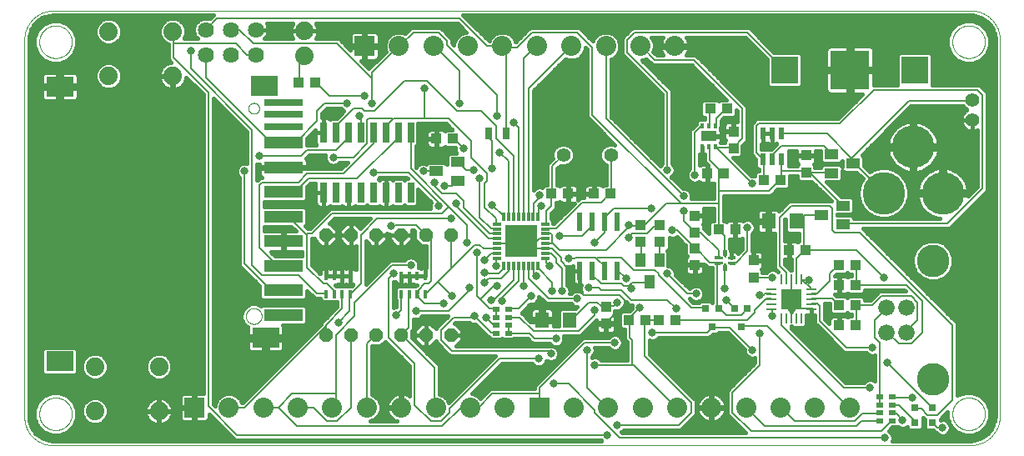
<source format=gtl>
G75*
%MOIN*%
%OFA0B0*%
%FSLAX25Y25*%
%IPPOS*%
%LPD*%
%AMOC8*
5,1,8,0,0,1.08239X$1,22.5*
%
%ADD10C,0.00000*%
%ADD11C,0.05600*%
%ADD12R,0.04331X0.03937*%
%ADD13R,0.03150X0.04724*%
%ADD14R,0.02600X0.08000*%
%ADD15R,0.11024X0.07874*%
%ADD16R,0.15748X0.02756*%
%ADD17R,0.15748X0.04724*%
%ADD18R,0.10950X0.10950*%
%ADD19R,0.15600X0.15600*%
%ADD20R,0.03937X0.04331*%
%ADD21OC8,0.05600*%
%ADD22C,0.06400*%
%ADD23C,0.07400*%
%ADD24C,0.17000*%
%ADD25R,0.05512X0.03937*%
%ADD26R,0.02449X0.04803*%
%ADD27C,0.06600*%
%ADD28C,0.13000*%
%ADD29R,0.08000X0.08000*%
%ADD30C,0.08000*%
%ADD31R,0.01600X0.03200*%
%ADD32R,0.05512X0.06299*%
%ADD33R,0.03150X0.03150*%
%ADD34R,0.03937X0.05512*%
%ADD35R,0.02756X0.02756*%
%ADD36R,0.02559X0.01969*%
%ADD37R,0.01400X0.02400*%
%ADD38R,0.06300X0.03900*%
%ADD39R,0.00984X0.03937*%
%ADD40R,0.03937X0.00984*%
%ADD41R,0.07874X0.07874*%
%ADD42R,0.03200X0.01200*%
%ADD43R,0.01200X0.03200*%
%ADD44R,0.12800X0.12800*%
%ADD45R,0.02100X0.07800*%
%ADD46R,0.00787X0.02756*%
%ADD47R,0.02756X0.00787*%
%ADD48C,0.00001*%
%ADD49C,0.00800*%
%ADD50C,0.03200*%
%ADD51C,0.01600*%
%ADD52OC8,0.03200*%
D10*
X0015550Y0004300D02*
X0382548Y0004300D01*
X0382832Y0004303D01*
X0383116Y0004314D01*
X0383399Y0004331D01*
X0383682Y0004355D01*
X0383965Y0004386D01*
X0384246Y0004423D01*
X0384527Y0004468D01*
X0384806Y0004519D01*
X0385084Y0004577D01*
X0385360Y0004641D01*
X0385635Y0004713D01*
X0385908Y0004791D01*
X0386180Y0004875D01*
X0386449Y0004966D01*
X0386715Y0005064D01*
X0386980Y0005168D01*
X0387241Y0005278D01*
X0387500Y0005394D01*
X0387756Y0005517D01*
X0388009Y0005646D01*
X0388259Y0005781D01*
X0388506Y0005922D01*
X0388749Y0006069D01*
X0388988Y0006222D01*
X0389224Y0006380D01*
X0389456Y0006544D01*
X0389683Y0006714D01*
X0389907Y0006889D01*
X0390126Y0007070D01*
X0390341Y0007256D01*
X0390551Y0007446D01*
X0390757Y0007642D01*
X0390958Y0007843D01*
X0391154Y0008049D01*
X0391344Y0008259D01*
X0391530Y0008474D01*
X0391711Y0008693D01*
X0391886Y0008917D01*
X0392056Y0009144D01*
X0392220Y0009376D01*
X0392378Y0009612D01*
X0392531Y0009851D01*
X0392678Y0010094D01*
X0392819Y0010341D01*
X0392954Y0010591D01*
X0393083Y0010844D01*
X0393206Y0011100D01*
X0393322Y0011359D01*
X0393432Y0011620D01*
X0393536Y0011885D01*
X0393634Y0012151D01*
X0393725Y0012420D01*
X0393809Y0012692D01*
X0393887Y0012965D01*
X0393959Y0013240D01*
X0394023Y0013516D01*
X0394081Y0013794D01*
X0394132Y0014073D01*
X0394177Y0014354D01*
X0394214Y0014635D01*
X0394245Y0014918D01*
X0394269Y0015201D01*
X0394286Y0015484D01*
X0394297Y0015768D01*
X0394300Y0016052D01*
X0394300Y0166960D01*
X0394299Y0166959D02*
X0394281Y0167241D01*
X0394255Y0167522D01*
X0394223Y0167803D01*
X0394184Y0168082D01*
X0394139Y0168361D01*
X0394086Y0168638D01*
X0394027Y0168914D01*
X0393962Y0169189D01*
X0393889Y0169462D01*
X0393811Y0169733D01*
X0393725Y0170002D01*
X0393633Y0170269D01*
X0393535Y0170534D01*
X0393430Y0170796D01*
X0393319Y0171055D01*
X0393202Y0171312D01*
X0393079Y0171566D01*
X0392949Y0171817D01*
X0392814Y0172065D01*
X0392672Y0172309D01*
X0392525Y0172550D01*
X0392372Y0172787D01*
X0392213Y0173020D01*
X0392049Y0173250D01*
X0391879Y0173475D01*
X0391704Y0173697D01*
X0391523Y0173914D01*
X0391337Y0174126D01*
X0391147Y0174334D01*
X0390951Y0174538D01*
X0390750Y0174736D01*
X0390545Y0174930D01*
X0390335Y0175118D01*
X0390120Y0175302D01*
X0389901Y0175480D01*
X0389678Y0175653D01*
X0389451Y0175821D01*
X0389220Y0175983D01*
X0388985Y0176139D01*
X0388746Y0176290D01*
X0388504Y0176434D01*
X0388258Y0176573D01*
X0388009Y0176706D01*
X0387757Y0176833D01*
X0387501Y0176954D01*
X0387243Y0177068D01*
X0386983Y0177176D01*
X0386719Y0177278D01*
X0386454Y0177374D01*
X0386186Y0177463D01*
X0385916Y0177546D01*
X0385644Y0177622D01*
X0385370Y0177691D01*
X0385095Y0177754D01*
X0384818Y0177810D01*
X0384541Y0177859D01*
X0384261Y0177902D01*
X0383981Y0177938D01*
X0383701Y0177967D01*
X0383419Y0177990D01*
X0383137Y0178005D01*
X0382855Y0178014D01*
X0382573Y0178016D01*
X0382291Y0178011D01*
X0382009Y0177999D01*
X0382009Y0178000D02*
X0015802Y0178000D01*
X0015801Y0178000D02*
X0015520Y0177997D01*
X0015239Y0177986D01*
X0014958Y0177969D01*
X0014678Y0177945D01*
X0014398Y0177914D01*
X0014120Y0177876D01*
X0013842Y0177831D01*
X0013565Y0177780D01*
X0013290Y0177722D01*
X0013016Y0177657D01*
X0012744Y0177585D01*
X0012474Y0177507D01*
X0012206Y0177422D01*
X0011940Y0177330D01*
X0011676Y0177232D01*
X0011415Y0177128D01*
X0011156Y0177017D01*
X0010901Y0176900D01*
X0010648Y0176776D01*
X0010398Y0176647D01*
X0010152Y0176511D01*
X0009909Y0176369D01*
X0009669Y0176222D01*
X0009433Y0176069D01*
X0009201Y0175909D01*
X0008973Y0175745D01*
X0008750Y0175574D01*
X0008530Y0175398D01*
X0008315Y0175217D01*
X0008104Y0175031D01*
X0007898Y0174840D01*
X0007696Y0174643D01*
X0007500Y0174442D01*
X0007308Y0174236D01*
X0007122Y0174025D01*
X0006941Y0173810D01*
X0006765Y0173590D01*
X0006595Y0173366D01*
X0006430Y0173138D01*
X0006271Y0172906D01*
X0006117Y0172670D01*
X0005970Y0172431D01*
X0005828Y0172188D01*
X0005693Y0171941D01*
X0005563Y0171692D01*
X0005440Y0171439D01*
X0005322Y0171183D01*
X0005212Y0170925D01*
X0005107Y0170663D01*
X0005009Y0170400D01*
X0004918Y0170134D01*
X0004833Y0169866D01*
X0004754Y0169595D01*
X0004683Y0169323D01*
X0004618Y0169050D01*
X0004559Y0168775D01*
X0004508Y0168498D01*
X0004463Y0168220D01*
X0004425Y0167941D01*
X0004394Y0167662D01*
X0004370Y0167382D01*
X0004353Y0167101D01*
X0004342Y0166820D01*
X0004339Y0166538D01*
X0004339Y0166539D02*
X0004339Y0015511D01*
X0004342Y0015236D01*
X0004353Y0014961D01*
X0004369Y0014686D01*
X0004393Y0014412D01*
X0004423Y0014139D01*
X0004460Y0013866D01*
X0004504Y0013594D01*
X0004554Y0013324D01*
X0004611Y0013055D01*
X0004675Y0012787D01*
X0004745Y0012521D01*
X0004822Y0012257D01*
X0004905Y0011994D01*
X0004994Y0011734D01*
X0005090Y0011476D01*
X0005192Y0011221D01*
X0005301Y0010968D01*
X0005415Y0010718D01*
X0005536Y0010470D01*
X0005663Y0010226D01*
X0005795Y0009985D01*
X0005934Y0009747D01*
X0006078Y0009513D01*
X0006228Y0009283D01*
X0006384Y0009056D01*
X0006545Y0008833D01*
X0006712Y0008614D01*
X0006884Y0008399D01*
X0007061Y0008188D01*
X0007243Y0007982D01*
X0007430Y0007781D01*
X0007623Y0007584D01*
X0007820Y0007391D01*
X0008021Y0007204D01*
X0008227Y0007022D01*
X0008438Y0006845D01*
X0008653Y0006673D01*
X0008872Y0006506D01*
X0009095Y0006345D01*
X0009322Y0006189D01*
X0009552Y0006039D01*
X0009786Y0005895D01*
X0010024Y0005756D01*
X0010265Y0005624D01*
X0010509Y0005497D01*
X0010757Y0005376D01*
X0011007Y0005262D01*
X0011260Y0005153D01*
X0011515Y0005051D01*
X0011773Y0004955D01*
X0012033Y0004866D01*
X0012296Y0004783D01*
X0012560Y0004706D01*
X0012826Y0004636D01*
X0013094Y0004572D01*
X0013363Y0004515D01*
X0013633Y0004465D01*
X0013905Y0004421D01*
X0014178Y0004384D01*
X0014451Y0004354D01*
X0014725Y0004330D01*
X0015000Y0004314D01*
X0015275Y0004303D01*
X0015550Y0004300D01*
X0010300Y0016800D02*
X0010302Y0016961D01*
X0010308Y0017121D01*
X0010318Y0017282D01*
X0010332Y0017442D01*
X0010350Y0017602D01*
X0010371Y0017761D01*
X0010397Y0017920D01*
X0010427Y0018078D01*
X0010460Y0018235D01*
X0010498Y0018392D01*
X0010539Y0018547D01*
X0010584Y0018701D01*
X0010633Y0018854D01*
X0010686Y0019006D01*
X0010742Y0019157D01*
X0010803Y0019306D01*
X0010866Y0019454D01*
X0010934Y0019600D01*
X0011005Y0019744D01*
X0011079Y0019886D01*
X0011157Y0020027D01*
X0011239Y0020165D01*
X0011324Y0020302D01*
X0011412Y0020436D01*
X0011504Y0020568D01*
X0011599Y0020698D01*
X0011697Y0020826D01*
X0011798Y0020951D01*
X0011902Y0021073D01*
X0012009Y0021193D01*
X0012119Y0021310D01*
X0012232Y0021425D01*
X0012348Y0021536D01*
X0012467Y0021645D01*
X0012588Y0021750D01*
X0012712Y0021853D01*
X0012838Y0021953D01*
X0012966Y0022049D01*
X0013097Y0022142D01*
X0013231Y0022232D01*
X0013366Y0022319D01*
X0013504Y0022402D01*
X0013643Y0022482D01*
X0013785Y0022558D01*
X0013928Y0022631D01*
X0014073Y0022700D01*
X0014220Y0022766D01*
X0014368Y0022828D01*
X0014518Y0022886D01*
X0014669Y0022941D01*
X0014822Y0022992D01*
X0014976Y0023039D01*
X0015131Y0023082D01*
X0015287Y0023121D01*
X0015443Y0023157D01*
X0015601Y0023188D01*
X0015759Y0023216D01*
X0015918Y0023240D01*
X0016078Y0023260D01*
X0016238Y0023276D01*
X0016398Y0023288D01*
X0016559Y0023296D01*
X0016720Y0023300D01*
X0016880Y0023300D01*
X0017041Y0023296D01*
X0017202Y0023288D01*
X0017362Y0023276D01*
X0017522Y0023260D01*
X0017682Y0023240D01*
X0017841Y0023216D01*
X0017999Y0023188D01*
X0018157Y0023157D01*
X0018313Y0023121D01*
X0018469Y0023082D01*
X0018624Y0023039D01*
X0018778Y0022992D01*
X0018931Y0022941D01*
X0019082Y0022886D01*
X0019232Y0022828D01*
X0019380Y0022766D01*
X0019527Y0022700D01*
X0019672Y0022631D01*
X0019815Y0022558D01*
X0019957Y0022482D01*
X0020096Y0022402D01*
X0020234Y0022319D01*
X0020369Y0022232D01*
X0020503Y0022142D01*
X0020634Y0022049D01*
X0020762Y0021953D01*
X0020888Y0021853D01*
X0021012Y0021750D01*
X0021133Y0021645D01*
X0021252Y0021536D01*
X0021368Y0021425D01*
X0021481Y0021310D01*
X0021591Y0021193D01*
X0021698Y0021073D01*
X0021802Y0020951D01*
X0021903Y0020826D01*
X0022001Y0020698D01*
X0022096Y0020568D01*
X0022188Y0020436D01*
X0022276Y0020302D01*
X0022361Y0020165D01*
X0022443Y0020027D01*
X0022521Y0019886D01*
X0022595Y0019744D01*
X0022666Y0019600D01*
X0022734Y0019454D01*
X0022797Y0019306D01*
X0022858Y0019157D01*
X0022914Y0019006D01*
X0022967Y0018854D01*
X0023016Y0018701D01*
X0023061Y0018547D01*
X0023102Y0018392D01*
X0023140Y0018235D01*
X0023173Y0018078D01*
X0023203Y0017920D01*
X0023229Y0017761D01*
X0023250Y0017602D01*
X0023268Y0017442D01*
X0023282Y0017282D01*
X0023292Y0017121D01*
X0023298Y0016961D01*
X0023300Y0016800D01*
X0023298Y0016639D01*
X0023292Y0016479D01*
X0023282Y0016318D01*
X0023268Y0016158D01*
X0023250Y0015998D01*
X0023229Y0015839D01*
X0023203Y0015680D01*
X0023173Y0015522D01*
X0023140Y0015365D01*
X0023102Y0015208D01*
X0023061Y0015053D01*
X0023016Y0014899D01*
X0022967Y0014746D01*
X0022914Y0014594D01*
X0022858Y0014443D01*
X0022797Y0014294D01*
X0022734Y0014146D01*
X0022666Y0014000D01*
X0022595Y0013856D01*
X0022521Y0013714D01*
X0022443Y0013573D01*
X0022361Y0013435D01*
X0022276Y0013298D01*
X0022188Y0013164D01*
X0022096Y0013032D01*
X0022001Y0012902D01*
X0021903Y0012774D01*
X0021802Y0012649D01*
X0021698Y0012527D01*
X0021591Y0012407D01*
X0021481Y0012290D01*
X0021368Y0012175D01*
X0021252Y0012064D01*
X0021133Y0011955D01*
X0021012Y0011850D01*
X0020888Y0011747D01*
X0020762Y0011647D01*
X0020634Y0011551D01*
X0020503Y0011458D01*
X0020369Y0011368D01*
X0020234Y0011281D01*
X0020096Y0011198D01*
X0019957Y0011118D01*
X0019815Y0011042D01*
X0019672Y0010969D01*
X0019527Y0010900D01*
X0019380Y0010834D01*
X0019232Y0010772D01*
X0019082Y0010714D01*
X0018931Y0010659D01*
X0018778Y0010608D01*
X0018624Y0010561D01*
X0018469Y0010518D01*
X0018313Y0010479D01*
X0018157Y0010443D01*
X0017999Y0010412D01*
X0017841Y0010384D01*
X0017682Y0010360D01*
X0017522Y0010340D01*
X0017362Y0010324D01*
X0017202Y0010312D01*
X0017041Y0010304D01*
X0016880Y0010300D01*
X0016720Y0010300D01*
X0016559Y0010304D01*
X0016398Y0010312D01*
X0016238Y0010324D01*
X0016078Y0010340D01*
X0015918Y0010360D01*
X0015759Y0010384D01*
X0015601Y0010412D01*
X0015443Y0010443D01*
X0015287Y0010479D01*
X0015131Y0010518D01*
X0014976Y0010561D01*
X0014822Y0010608D01*
X0014669Y0010659D01*
X0014518Y0010714D01*
X0014368Y0010772D01*
X0014220Y0010834D01*
X0014073Y0010900D01*
X0013928Y0010969D01*
X0013785Y0011042D01*
X0013643Y0011118D01*
X0013504Y0011198D01*
X0013366Y0011281D01*
X0013231Y0011368D01*
X0013097Y0011458D01*
X0012966Y0011551D01*
X0012838Y0011647D01*
X0012712Y0011747D01*
X0012588Y0011850D01*
X0012467Y0011955D01*
X0012348Y0012064D01*
X0012232Y0012175D01*
X0012119Y0012290D01*
X0012009Y0012407D01*
X0011902Y0012527D01*
X0011798Y0012649D01*
X0011697Y0012774D01*
X0011599Y0012902D01*
X0011504Y0013032D01*
X0011412Y0013164D01*
X0011324Y0013298D01*
X0011239Y0013435D01*
X0011157Y0013573D01*
X0011079Y0013714D01*
X0011005Y0013856D01*
X0010934Y0014000D01*
X0010866Y0014146D01*
X0010803Y0014294D01*
X0010742Y0014443D01*
X0010686Y0014594D01*
X0010633Y0014746D01*
X0010584Y0014899D01*
X0010539Y0015053D01*
X0010498Y0015208D01*
X0010460Y0015365D01*
X0010427Y0015522D01*
X0010397Y0015680D01*
X0010371Y0015839D01*
X0010350Y0015998D01*
X0010332Y0016158D01*
X0010318Y0016318D01*
X0010308Y0016479D01*
X0010302Y0016639D01*
X0010300Y0016800D01*
X0092882Y0055898D02*
X0092884Y0056010D01*
X0092890Y0056121D01*
X0092900Y0056233D01*
X0092914Y0056344D01*
X0092931Y0056454D01*
X0092953Y0056564D01*
X0092979Y0056673D01*
X0093008Y0056781D01*
X0093041Y0056887D01*
X0093078Y0056993D01*
X0093119Y0057097D01*
X0093164Y0057200D01*
X0093212Y0057301D01*
X0093263Y0057400D01*
X0093318Y0057497D01*
X0093377Y0057592D01*
X0093438Y0057686D01*
X0093503Y0057777D01*
X0093572Y0057865D01*
X0093643Y0057951D01*
X0093717Y0058035D01*
X0093795Y0058115D01*
X0093875Y0058193D01*
X0093958Y0058269D01*
X0094043Y0058341D01*
X0094131Y0058410D01*
X0094221Y0058476D01*
X0094314Y0058538D01*
X0094409Y0058598D01*
X0094506Y0058654D01*
X0094604Y0058706D01*
X0094705Y0058755D01*
X0094807Y0058800D01*
X0094911Y0058842D01*
X0095016Y0058880D01*
X0095123Y0058914D01*
X0095230Y0058944D01*
X0095339Y0058971D01*
X0095448Y0058993D01*
X0095559Y0059012D01*
X0095669Y0059027D01*
X0095781Y0059038D01*
X0095892Y0059045D01*
X0096004Y0059048D01*
X0096116Y0059047D01*
X0096228Y0059042D01*
X0096339Y0059033D01*
X0096450Y0059020D01*
X0096561Y0059003D01*
X0096671Y0058983D01*
X0096780Y0058958D01*
X0096888Y0058930D01*
X0096995Y0058897D01*
X0097101Y0058861D01*
X0097205Y0058821D01*
X0097308Y0058778D01*
X0097410Y0058731D01*
X0097509Y0058680D01*
X0097607Y0058626D01*
X0097703Y0058568D01*
X0097797Y0058507D01*
X0097888Y0058443D01*
X0097977Y0058376D01*
X0098064Y0058305D01*
X0098148Y0058231D01*
X0098230Y0058155D01*
X0098308Y0058075D01*
X0098384Y0057993D01*
X0098457Y0057908D01*
X0098527Y0057821D01*
X0098593Y0057731D01*
X0098657Y0057639D01*
X0098717Y0057545D01*
X0098774Y0057449D01*
X0098827Y0057350D01*
X0098877Y0057250D01*
X0098923Y0057149D01*
X0098966Y0057045D01*
X0099005Y0056940D01*
X0099040Y0056834D01*
X0099071Y0056727D01*
X0099099Y0056618D01*
X0099122Y0056509D01*
X0099142Y0056399D01*
X0099158Y0056288D01*
X0099170Y0056177D01*
X0099178Y0056066D01*
X0099182Y0055954D01*
X0099182Y0055842D01*
X0099178Y0055730D01*
X0099170Y0055619D01*
X0099158Y0055508D01*
X0099142Y0055397D01*
X0099122Y0055287D01*
X0099099Y0055178D01*
X0099071Y0055069D01*
X0099040Y0054962D01*
X0099005Y0054856D01*
X0098966Y0054751D01*
X0098923Y0054647D01*
X0098877Y0054546D01*
X0098827Y0054446D01*
X0098774Y0054347D01*
X0098717Y0054251D01*
X0098657Y0054157D01*
X0098593Y0054065D01*
X0098527Y0053975D01*
X0098457Y0053888D01*
X0098384Y0053803D01*
X0098308Y0053721D01*
X0098230Y0053641D01*
X0098148Y0053565D01*
X0098064Y0053491D01*
X0097977Y0053420D01*
X0097888Y0053353D01*
X0097797Y0053289D01*
X0097703Y0053228D01*
X0097607Y0053170D01*
X0097509Y0053116D01*
X0097410Y0053065D01*
X0097308Y0053018D01*
X0097205Y0052975D01*
X0097101Y0052935D01*
X0096995Y0052899D01*
X0096888Y0052866D01*
X0096780Y0052838D01*
X0096671Y0052813D01*
X0096561Y0052793D01*
X0096450Y0052776D01*
X0096339Y0052763D01*
X0096228Y0052754D01*
X0096116Y0052749D01*
X0096004Y0052748D01*
X0095892Y0052751D01*
X0095781Y0052758D01*
X0095669Y0052769D01*
X0095559Y0052784D01*
X0095448Y0052803D01*
X0095339Y0052825D01*
X0095230Y0052852D01*
X0095123Y0052882D01*
X0095016Y0052916D01*
X0094911Y0052954D01*
X0094807Y0052996D01*
X0094705Y0053041D01*
X0094604Y0053090D01*
X0094506Y0053142D01*
X0094409Y0053198D01*
X0094314Y0053258D01*
X0094221Y0053320D01*
X0094131Y0053386D01*
X0094043Y0053455D01*
X0093958Y0053527D01*
X0093875Y0053603D01*
X0093795Y0053681D01*
X0093717Y0053761D01*
X0093643Y0053845D01*
X0093572Y0053931D01*
X0093503Y0054019D01*
X0093438Y0054110D01*
X0093377Y0054204D01*
X0093318Y0054299D01*
X0093263Y0054396D01*
X0093212Y0054495D01*
X0093164Y0054596D01*
X0093119Y0054699D01*
X0093078Y0054803D01*
X0093041Y0054909D01*
X0093008Y0055015D01*
X0092979Y0055123D01*
X0092953Y0055232D01*
X0092931Y0055342D01*
X0092914Y0055452D01*
X0092900Y0055563D01*
X0092890Y0055675D01*
X0092884Y0055786D01*
X0092882Y0055898D01*
X0280363Y0076528D02*
X0282331Y0076528D01*
X0282331Y0076922D01*
X0283119Y0076922D01*
X0283119Y0077709D01*
X0280363Y0077709D01*
X0280363Y0076528D01*
X0283709Y0076331D02*
X0283709Y0074363D01*
X0284891Y0074363D01*
X0284891Y0076331D01*
X0284694Y0076331D01*
X0284694Y0077119D01*
X0283906Y0077119D01*
X0283906Y0076331D01*
X0283709Y0076331D01*
X0285481Y0076922D02*
X0285481Y0077709D01*
X0288237Y0077709D01*
X0288237Y0076528D01*
X0286269Y0076528D01*
X0286269Y0076922D01*
X0285481Y0076922D01*
X0285481Y0078891D02*
X0285481Y0079678D01*
X0286269Y0079678D01*
X0286269Y0080072D01*
X0288237Y0080072D01*
X0288237Y0078891D01*
X0285481Y0078891D01*
X0284694Y0079481D02*
X0283906Y0080269D01*
X0283709Y0080269D01*
X0283709Y0082237D01*
X0284891Y0082237D01*
X0284891Y0080269D01*
X0284694Y0080269D01*
X0284694Y0079481D01*
X0283119Y0079678D02*
X0282331Y0079678D01*
X0282331Y0080072D01*
X0280363Y0080072D01*
X0280363Y0078891D01*
X0283119Y0078891D01*
X0283119Y0079678D01*
X0280363Y0078891D01*
X0280363Y0080072D01*
X0282331Y0080072D01*
X0282331Y0079678D01*
X0283119Y0079678D01*
X0375300Y0016800D02*
X0375302Y0016961D01*
X0375308Y0017121D01*
X0375318Y0017282D01*
X0375332Y0017442D01*
X0375350Y0017602D01*
X0375371Y0017761D01*
X0375397Y0017920D01*
X0375427Y0018078D01*
X0375460Y0018235D01*
X0375498Y0018392D01*
X0375539Y0018547D01*
X0375584Y0018701D01*
X0375633Y0018854D01*
X0375686Y0019006D01*
X0375742Y0019157D01*
X0375803Y0019306D01*
X0375866Y0019454D01*
X0375934Y0019600D01*
X0376005Y0019744D01*
X0376079Y0019886D01*
X0376157Y0020027D01*
X0376239Y0020165D01*
X0376324Y0020302D01*
X0376412Y0020436D01*
X0376504Y0020568D01*
X0376599Y0020698D01*
X0376697Y0020826D01*
X0376798Y0020951D01*
X0376902Y0021073D01*
X0377009Y0021193D01*
X0377119Y0021310D01*
X0377232Y0021425D01*
X0377348Y0021536D01*
X0377467Y0021645D01*
X0377588Y0021750D01*
X0377712Y0021853D01*
X0377838Y0021953D01*
X0377966Y0022049D01*
X0378097Y0022142D01*
X0378231Y0022232D01*
X0378366Y0022319D01*
X0378504Y0022402D01*
X0378643Y0022482D01*
X0378785Y0022558D01*
X0378928Y0022631D01*
X0379073Y0022700D01*
X0379220Y0022766D01*
X0379368Y0022828D01*
X0379518Y0022886D01*
X0379669Y0022941D01*
X0379822Y0022992D01*
X0379976Y0023039D01*
X0380131Y0023082D01*
X0380287Y0023121D01*
X0380443Y0023157D01*
X0380601Y0023188D01*
X0380759Y0023216D01*
X0380918Y0023240D01*
X0381078Y0023260D01*
X0381238Y0023276D01*
X0381398Y0023288D01*
X0381559Y0023296D01*
X0381720Y0023300D01*
X0381880Y0023300D01*
X0382041Y0023296D01*
X0382202Y0023288D01*
X0382362Y0023276D01*
X0382522Y0023260D01*
X0382682Y0023240D01*
X0382841Y0023216D01*
X0382999Y0023188D01*
X0383157Y0023157D01*
X0383313Y0023121D01*
X0383469Y0023082D01*
X0383624Y0023039D01*
X0383778Y0022992D01*
X0383931Y0022941D01*
X0384082Y0022886D01*
X0384232Y0022828D01*
X0384380Y0022766D01*
X0384527Y0022700D01*
X0384672Y0022631D01*
X0384815Y0022558D01*
X0384957Y0022482D01*
X0385096Y0022402D01*
X0385234Y0022319D01*
X0385369Y0022232D01*
X0385503Y0022142D01*
X0385634Y0022049D01*
X0385762Y0021953D01*
X0385888Y0021853D01*
X0386012Y0021750D01*
X0386133Y0021645D01*
X0386252Y0021536D01*
X0386368Y0021425D01*
X0386481Y0021310D01*
X0386591Y0021193D01*
X0386698Y0021073D01*
X0386802Y0020951D01*
X0386903Y0020826D01*
X0387001Y0020698D01*
X0387096Y0020568D01*
X0387188Y0020436D01*
X0387276Y0020302D01*
X0387361Y0020165D01*
X0387443Y0020027D01*
X0387521Y0019886D01*
X0387595Y0019744D01*
X0387666Y0019600D01*
X0387734Y0019454D01*
X0387797Y0019306D01*
X0387858Y0019157D01*
X0387914Y0019006D01*
X0387967Y0018854D01*
X0388016Y0018701D01*
X0388061Y0018547D01*
X0388102Y0018392D01*
X0388140Y0018235D01*
X0388173Y0018078D01*
X0388203Y0017920D01*
X0388229Y0017761D01*
X0388250Y0017602D01*
X0388268Y0017442D01*
X0388282Y0017282D01*
X0388292Y0017121D01*
X0388298Y0016961D01*
X0388300Y0016800D01*
X0388298Y0016639D01*
X0388292Y0016479D01*
X0388282Y0016318D01*
X0388268Y0016158D01*
X0388250Y0015998D01*
X0388229Y0015839D01*
X0388203Y0015680D01*
X0388173Y0015522D01*
X0388140Y0015365D01*
X0388102Y0015208D01*
X0388061Y0015053D01*
X0388016Y0014899D01*
X0387967Y0014746D01*
X0387914Y0014594D01*
X0387858Y0014443D01*
X0387797Y0014294D01*
X0387734Y0014146D01*
X0387666Y0014000D01*
X0387595Y0013856D01*
X0387521Y0013714D01*
X0387443Y0013573D01*
X0387361Y0013435D01*
X0387276Y0013298D01*
X0387188Y0013164D01*
X0387096Y0013032D01*
X0387001Y0012902D01*
X0386903Y0012774D01*
X0386802Y0012649D01*
X0386698Y0012527D01*
X0386591Y0012407D01*
X0386481Y0012290D01*
X0386368Y0012175D01*
X0386252Y0012064D01*
X0386133Y0011955D01*
X0386012Y0011850D01*
X0385888Y0011747D01*
X0385762Y0011647D01*
X0385634Y0011551D01*
X0385503Y0011458D01*
X0385369Y0011368D01*
X0385234Y0011281D01*
X0385096Y0011198D01*
X0384957Y0011118D01*
X0384815Y0011042D01*
X0384672Y0010969D01*
X0384527Y0010900D01*
X0384380Y0010834D01*
X0384232Y0010772D01*
X0384082Y0010714D01*
X0383931Y0010659D01*
X0383778Y0010608D01*
X0383624Y0010561D01*
X0383469Y0010518D01*
X0383313Y0010479D01*
X0383157Y0010443D01*
X0382999Y0010412D01*
X0382841Y0010384D01*
X0382682Y0010360D01*
X0382522Y0010340D01*
X0382362Y0010324D01*
X0382202Y0010312D01*
X0382041Y0010304D01*
X0381880Y0010300D01*
X0381720Y0010300D01*
X0381559Y0010304D01*
X0381398Y0010312D01*
X0381238Y0010324D01*
X0381078Y0010340D01*
X0380918Y0010360D01*
X0380759Y0010384D01*
X0380601Y0010412D01*
X0380443Y0010443D01*
X0380287Y0010479D01*
X0380131Y0010518D01*
X0379976Y0010561D01*
X0379822Y0010608D01*
X0379669Y0010659D01*
X0379518Y0010714D01*
X0379368Y0010772D01*
X0379220Y0010834D01*
X0379073Y0010900D01*
X0378928Y0010969D01*
X0378785Y0011042D01*
X0378643Y0011118D01*
X0378504Y0011198D01*
X0378366Y0011281D01*
X0378231Y0011368D01*
X0378097Y0011458D01*
X0377966Y0011551D01*
X0377838Y0011647D01*
X0377712Y0011747D01*
X0377588Y0011850D01*
X0377467Y0011955D01*
X0377348Y0012064D01*
X0377232Y0012175D01*
X0377119Y0012290D01*
X0377009Y0012407D01*
X0376902Y0012527D01*
X0376798Y0012649D01*
X0376697Y0012774D01*
X0376599Y0012902D01*
X0376504Y0013032D01*
X0376412Y0013164D01*
X0376324Y0013298D01*
X0376239Y0013435D01*
X0376157Y0013573D01*
X0376079Y0013714D01*
X0376005Y0013856D01*
X0375934Y0014000D01*
X0375866Y0014146D01*
X0375803Y0014294D01*
X0375742Y0014443D01*
X0375686Y0014594D01*
X0375633Y0014746D01*
X0375584Y0014899D01*
X0375539Y0015053D01*
X0375498Y0015208D01*
X0375460Y0015365D01*
X0375427Y0015522D01*
X0375397Y0015680D01*
X0375371Y0015839D01*
X0375350Y0015998D01*
X0375332Y0016158D01*
X0375318Y0016318D01*
X0375308Y0016479D01*
X0375302Y0016639D01*
X0375300Y0016800D01*
X0093867Y0138969D02*
X0093869Y0139062D01*
X0093875Y0139154D01*
X0093885Y0139246D01*
X0093899Y0139337D01*
X0093916Y0139428D01*
X0093938Y0139518D01*
X0093963Y0139607D01*
X0093992Y0139695D01*
X0094025Y0139781D01*
X0094062Y0139866D01*
X0094102Y0139950D01*
X0094146Y0140031D01*
X0094193Y0140111D01*
X0094243Y0140189D01*
X0094297Y0140264D01*
X0094354Y0140337D01*
X0094414Y0140407D01*
X0094477Y0140475D01*
X0094543Y0140540D01*
X0094611Y0140602D01*
X0094682Y0140662D01*
X0094756Y0140718D01*
X0094832Y0140771D01*
X0094910Y0140820D01*
X0094990Y0140867D01*
X0095072Y0140909D01*
X0095156Y0140949D01*
X0095241Y0140984D01*
X0095328Y0141016D01*
X0095416Y0141045D01*
X0095505Y0141069D01*
X0095595Y0141090D01*
X0095686Y0141106D01*
X0095778Y0141119D01*
X0095870Y0141128D01*
X0095963Y0141133D01*
X0096055Y0141134D01*
X0096148Y0141131D01*
X0096240Y0141124D01*
X0096332Y0141113D01*
X0096423Y0141098D01*
X0096514Y0141080D01*
X0096604Y0141057D01*
X0096692Y0141031D01*
X0096780Y0141001D01*
X0096866Y0140967D01*
X0096950Y0140930D01*
X0097033Y0140888D01*
X0097114Y0140844D01*
X0097194Y0140796D01*
X0097271Y0140745D01*
X0097345Y0140690D01*
X0097418Y0140632D01*
X0097488Y0140572D01*
X0097555Y0140508D01*
X0097619Y0140442D01*
X0097681Y0140372D01*
X0097739Y0140301D01*
X0097794Y0140227D01*
X0097846Y0140150D01*
X0097895Y0140071D01*
X0097941Y0139991D01*
X0097983Y0139908D01*
X0098021Y0139824D01*
X0098056Y0139738D01*
X0098087Y0139651D01*
X0098114Y0139563D01*
X0098137Y0139473D01*
X0098157Y0139383D01*
X0098173Y0139292D01*
X0098185Y0139200D01*
X0098193Y0139108D01*
X0098197Y0139015D01*
X0098197Y0138923D01*
X0098193Y0138830D01*
X0098185Y0138738D01*
X0098173Y0138646D01*
X0098157Y0138555D01*
X0098137Y0138465D01*
X0098114Y0138375D01*
X0098087Y0138287D01*
X0098056Y0138200D01*
X0098021Y0138114D01*
X0097983Y0138030D01*
X0097941Y0137947D01*
X0097895Y0137867D01*
X0097846Y0137788D01*
X0097794Y0137711D01*
X0097739Y0137637D01*
X0097681Y0137566D01*
X0097619Y0137496D01*
X0097555Y0137430D01*
X0097488Y0137366D01*
X0097418Y0137306D01*
X0097345Y0137248D01*
X0097271Y0137193D01*
X0097194Y0137142D01*
X0097115Y0137094D01*
X0097033Y0137050D01*
X0096950Y0137008D01*
X0096866Y0136971D01*
X0096780Y0136937D01*
X0096692Y0136907D01*
X0096604Y0136881D01*
X0096514Y0136858D01*
X0096423Y0136840D01*
X0096332Y0136825D01*
X0096240Y0136814D01*
X0096148Y0136807D01*
X0096055Y0136804D01*
X0095963Y0136805D01*
X0095870Y0136810D01*
X0095778Y0136819D01*
X0095686Y0136832D01*
X0095595Y0136848D01*
X0095505Y0136869D01*
X0095416Y0136893D01*
X0095328Y0136922D01*
X0095241Y0136954D01*
X0095156Y0136989D01*
X0095072Y0137029D01*
X0094990Y0137071D01*
X0094910Y0137118D01*
X0094832Y0137167D01*
X0094756Y0137220D01*
X0094682Y0137276D01*
X0094611Y0137336D01*
X0094543Y0137398D01*
X0094477Y0137463D01*
X0094414Y0137531D01*
X0094354Y0137601D01*
X0094297Y0137674D01*
X0094243Y0137749D01*
X0094193Y0137827D01*
X0094146Y0137907D01*
X0094102Y0137988D01*
X0094062Y0138072D01*
X0094025Y0138157D01*
X0093992Y0138243D01*
X0093963Y0138331D01*
X0093938Y0138420D01*
X0093916Y0138510D01*
X0093899Y0138601D01*
X0093885Y0138692D01*
X0093875Y0138784D01*
X0093869Y0138876D01*
X0093867Y0138969D01*
X0010300Y0165550D02*
X0010302Y0165711D01*
X0010308Y0165871D01*
X0010318Y0166032D01*
X0010332Y0166192D01*
X0010350Y0166352D01*
X0010371Y0166511D01*
X0010397Y0166670D01*
X0010427Y0166828D01*
X0010460Y0166985D01*
X0010498Y0167142D01*
X0010539Y0167297D01*
X0010584Y0167451D01*
X0010633Y0167604D01*
X0010686Y0167756D01*
X0010742Y0167907D01*
X0010803Y0168056D01*
X0010866Y0168204D01*
X0010934Y0168350D01*
X0011005Y0168494D01*
X0011079Y0168636D01*
X0011157Y0168777D01*
X0011239Y0168915D01*
X0011324Y0169052D01*
X0011412Y0169186D01*
X0011504Y0169318D01*
X0011599Y0169448D01*
X0011697Y0169576D01*
X0011798Y0169701D01*
X0011902Y0169823D01*
X0012009Y0169943D01*
X0012119Y0170060D01*
X0012232Y0170175D01*
X0012348Y0170286D01*
X0012467Y0170395D01*
X0012588Y0170500D01*
X0012712Y0170603D01*
X0012838Y0170703D01*
X0012966Y0170799D01*
X0013097Y0170892D01*
X0013231Y0170982D01*
X0013366Y0171069D01*
X0013504Y0171152D01*
X0013643Y0171232D01*
X0013785Y0171308D01*
X0013928Y0171381D01*
X0014073Y0171450D01*
X0014220Y0171516D01*
X0014368Y0171578D01*
X0014518Y0171636D01*
X0014669Y0171691D01*
X0014822Y0171742D01*
X0014976Y0171789D01*
X0015131Y0171832D01*
X0015287Y0171871D01*
X0015443Y0171907D01*
X0015601Y0171938D01*
X0015759Y0171966D01*
X0015918Y0171990D01*
X0016078Y0172010D01*
X0016238Y0172026D01*
X0016398Y0172038D01*
X0016559Y0172046D01*
X0016720Y0172050D01*
X0016880Y0172050D01*
X0017041Y0172046D01*
X0017202Y0172038D01*
X0017362Y0172026D01*
X0017522Y0172010D01*
X0017682Y0171990D01*
X0017841Y0171966D01*
X0017999Y0171938D01*
X0018157Y0171907D01*
X0018313Y0171871D01*
X0018469Y0171832D01*
X0018624Y0171789D01*
X0018778Y0171742D01*
X0018931Y0171691D01*
X0019082Y0171636D01*
X0019232Y0171578D01*
X0019380Y0171516D01*
X0019527Y0171450D01*
X0019672Y0171381D01*
X0019815Y0171308D01*
X0019957Y0171232D01*
X0020096Y0171152D01*
X0020234Y0171069D01*
X0020369Y0170982D01*
X0020503Y0170892D01*
X0020634Y0170799D01*
X0020762Y0170703D01*
X0020888Y0170603D01*
X0021012Y0170500D01*
X0021133Y0170395D01*
X0021252Y0170286D01*
X0021368Y0170175D01*
X0021481Y0170060D01*
X0021591Y0169943D01*
X0021698Y0169823D01*
X0021802Y0169701D01*
X0021903Y0169576D01*
X0022001Y0169448D01*
X0022096Y0169318D01*
X0022188Y0169186D01*
X0022276Y0169052D01*
X0022361Y0168915D01*
X0022443Y0168777D01*
X0022521Y0168636D01*
X0022595Y0168494D01*
X0022666Y0168350D01*
X0022734Y0168204D01*
X0022797Y0168056D01*
X0022858Y0167907D01*
X0022914Y0167756D01*
X0022967Y0167604D01*
X0023016Y0167451D01*
X0023061Y0167297D01*
X0023102Y0167142D01*
X0023140Y0166985D01*
X0023173Y0166828D01*
X0023203Y0166670D01*
X0023229Y0166511D01*
X0023250Y0166352D01*
X0023268Y0166192D01*
X0023282Y0166032D01*
X0023292Y0165871D01*
X0023298Y0165711D01*
X0023300Y0165550D01*
X0023298Y0165389D01*
X0023292Y0165229D01*
X0023282Y0165068D01*
X0023268Y0164908D01*
X0023250Y0164748D01*
X0023229Y0164589D01*
X0023203Y0164430D01*
X0023173Y0164272D01*
X0023140Y0164115D01*
X0023102Y0163958D01*
X0023061Y0163803D01*
X0023016Y0163649D01*
X0022967Y0163496D01*
X0022914Y0163344D01*
X0022858Y0163193D01*
X0022797Y0163044D01*
X0022734Y0162896D01*
X0022666Y0162750D01*
X0022595Y0162606D01*
X0022521Y0162464D01*
X0022443Y0162323D01*
X0022361Y0162185D01*
X0022276Y0162048D01*
X0022188Y0161914D01*
X0022096Y0161782D01*
X0022001Y0161652D01*
X0021903Y0161524D01*
X0021802Y0161399D01*
X0021698Y0161277D01*
X0021591Y0161157D01*
X0021481Y0161040D01*
X0021368Y0160925D01*
X0021252Y0160814D01*
X0021133Y0160705D01*
X0021012Y0160600D01*
X0020888Y0160497D01*
X0020762Y0160397D01*
X0020634Y0160301D01*
X0020503Y0160208D01*
X0020369Y0160118D01*
X0020234Y0160031D01*
X0020096Y0159948D01*
X0019957Y0159868D01*
X0019815Y0159792D01*
X0019672Y0159719D01*
X0019527Y0159650D01*
X0019380Y0159584D01*
X0019232Y0159522D01*
X0019082Y0159464D01*
X0018931Y0159409D01*
X0018778Y0159358D01*
X0018624Y0159311D01*
X0018469Y0159268D01*
X0018313Y0159229D01*
X0018157Y0159193D01*
X0017999Y0159162D01*
X0017841Y0159134D01*
X0017682Y0159110D01*
X0017522Y0159090D01*
X0017362Y0159074D01*
X0017202Y0159062D01*
X0017041Y0159054D01*
X0016880Y0159050D01*
X0016720Y0159050D01*
X0016559Y0159054D01*
X0016398Y0159062D01*
X0016238Y0159074D01*
X0016078Y0159090D01*
X0015918Y0159110D01*
X0015759Y0159134D01*
X0015601Y0159162D01*
X0015443Y0159193D01*
X0015287Y0159229D01*
X0015131Y0159268D01*
X0014976Y0159311D01*
X0014822Y0159358D01*
X0014669Y0159409D01*
X0014518Y0159464D01*
X0014368Y0159522D01*
X0014220Y0159584D01*
X0014073Y0159650D01*
X0013928Y0159719D01*
X0013785Y0159792D01*
X0013643Y0159868D01*
X0013504Y0159948D01*
X0013366Y0160031D01*
X0013231Y0160118D01*
X0013097Y0160208D01*
X0012966Y0160301D01*
X0012838Y0160397D01*
X0012712Y0160497D01*
X0012588Y0160600D01*
X0012467Y0160705D01*
X0012348Y0160814D01*
X0012232Y0160925D01*
X0012119Y0161040D01*
X0012009Y0161157D01*
X0011902Y0161277D01*
X0011798Y0161399D01*
X0011697Y0161524D01*
X0011599Y0161652D01*
X0011504Y0161782D01*
X0011412Y0161914D01*
X0011324Y0162048D01*
X0011239Y0162185D01*
X0011157Y0162323D01*
X0011079Y0162464D01*
X0011005Y0162606D01*
X0010934Y0162750D01*
X0010866Y0162896D01*
X0010803Y0163044D01*
X0010742Y0163193D01*
X0010686Y0163344D01*
X0010633Y0163496D01*
X0010584Y0163649D01*
X0010539Y0163803D01*
X0010498Y0163958D01*
X0010460Y0164115D01*
X0010427Y0164272D01*
X0010397Y0164430D01*
X0010371Y0164589D01*
X0010350Y0164748D01*
X0010332Y0164908D01*
X0010318Y0165068D01*
X0010308Y0165229D01*
X0010302Y0165389D01*
X0010300Y0165550D01*
X0375300Y0165550D02*
X0375302Y0165711D01*
X0375308Y0165871D01*
X0375318Y0166032D01*
X0375332Y0166192D01*
X0375350Y0166352D01*
X0375371Y0166511D01*
X0375397Y0166670D01*
X0375427Y0166828D01*
X0375460Y0166985D01*
X0375498Y0167142D01*
X0375539Y0167297D01*
X0375584Y0167451D01*
X0375633Y0167604D01*
X0375686Y0167756D01*
X0375742Y0167907D01*
X0375803Y0168056D01*
X0375866Y0168204D01*
X0375934Y0168350D01*
X0376005Y0168494D01*
X0376079Y0168636D01*
X0376157Y0168777D01*
X0376239Y0168915D01*
X0376324Y0169052D01*
X0376412Y0169186D01*
X0376504Y0169318D01*
X0376599Y0169448D01*
X0376697Y0169576D01*
X0376798Y0169701D01*
X0376902Y0169823D01*
X0377009Y0169943D01*
X0377119Y0170060D01*
X0377232Y0170175D01*
X0377348Y0170286D01*
X0377467Y0170395D01*
X0377588Y0170500D01*
X0377712Y0170603D01*
X0377838Y0170703D01*
X0377966Y0170799D01*
X0378097Y0170892D01*
X0378231Y0170982D01*
X0378366Y0171069D01*
X0378504Y0171152D01*
X0378643Y0171232D01*
X0378785Y0171308D01*
X0378928Y0171381D01*
X0379073Y0171450D01*
X0379220Y0171516D01*
X0379368Y0171578D01*
X0379518Y0171636D01*
X0379669Y0171691D01*
X0379822Y0171742D01*
X0379976Y0171789D01*
X0380131Y0171832D01*
X0380287Y0171871D01*
X0380443Y0171907D01*
X0380601Y0171938D01*
X0380759Y0171966D01*
X0380918Y0171990D01*
X0381078Y0172010D01*
X0381238Y0172026D01*
X0381398Y0172038D01*
X0381559Y0172046D01*
X0381720Y0172050D01*
X0381880Y0172050D01*
X0382041Y0172046D01*
X0382202Y0172038D01*
X0382362Y0172026D01*
X0382522Y0172010D01*
X0382682Y0171990D01*
X0382841Y0171966D01*
X0382999Y0171938D01*
X0383157Y0171907D01*
X0383313Y0171871D01*
X0383469Y0171832D01*
X0383624Y0171789D01*
X0383778Y0171742D01*
X0383931Y0171691D01*
X0384082Y0171636D01*
X0384232Y0171578D01*
X0384380Y0171516D01*
X0384527Y0171450D01*
X0384672Y0171381D01*
X0384815Y0171308D01*
X0384957Y0171232D01*
X0385096Y0171152D01*
X0385234Y0171069D01*
X0385369Y0170982D01*
X0385503Y0170892D01*
X0385634Y0170799D01*
X0385762Y0170703D01*
X0385888Y0170603D01*
X0386012Y0170500D01*
X0386133Y0170395D01*
X0386252Y0170286D01*
X0386368Y0170175D01*
X0386481Y0170060D01*
X0386591Y0169943D01*
X0386698Y0169823D01*
X0386802Y0169701D01*
X0386903Y0169576D01*
X0387001Y0169448D01*
X0387096Y0169318D01*
X0387188Y0169186D01*
X0387276Y0169052D01*
X0387361Y0168915D01*
X0387443Y0168777D01*
X0387521Y0168636D01*
X0387595Y0168494D01*
X0387666Y0168350D01*
X0387734Y0168204D01*
X0387797Y0168056D01*
X0387858Y0167907D01*
X0387914Y0167756D01*
X0387967Y0167604D01*
X0388016Y0167451D01*
X0388061Y0167297D01*
X0388102Y0167142D01*
X0388140Y0166985D01*
X0388173Y0166828D01*
X0388203Y0166670D01*
X0388229Y0166511D01*
X0388250Y0166352D01*
X0388268Y0166192D01*
X0388282Y0166032D01*
X0388292Y0165871D01*
X0388298Y0165711D01*
X0388300Y0165550D01*
X0388298Y0165389D01*
X0388292Y0165229D01*
X0388282Y0165068D01*
X0388268Y0164908D01*
X0388250Y0164748D01*
X0388229Y0164589D01*
X0388203Y0164430D01*
X0388173Y0164272D01*
X0388140Y0164115D01*
X0388102Y0163958D01*
X0388061Y0163803D01*
X0388016Y0163649D01*
X0387967Y0163496D01*
X0387914Y0163344D01*
X0387858Y0163193D01*
X0387797Y0163044D01*
X0387734Y0162896D01*
X0387666Y0162750D01*
X0387595Y0162606D01*
X0387521Y0162464D01*
X0387443Y0162323D01*
X0387361Y0162185D01*
X0387276Y0162048D01*
X0387188Y0161914D01*
X0387096Y0161782D01*
X0387001Y0161652D01*
X0386903Y0161524D01*
X0386802Y0161399D01*
X0386698Y0161277D01*
X0386591Y0161157D01*
X0386481Y0161040D01*
X0386368Y0160925D01*
X0386252Y0160814D01*
X0386133Y0160705D01*
X0386012Y0160600D01*
X0385888Y0160497D01*
X0385762Y0160397D01*
X0385634Y0160301D01*
X0385503Y0160208D01*
X0385369Y0160118D01*
X0385234Y0160031D01*
X0385096Y0159948D01*
X0384957Y0159868D01*
X0384815Y0159792D01*
X0384672Y0159719D01*
X0384527Y0159650D01*
X0384380Y0159584D01*
X0384232Y0159522D01*
X0384082Y0159464D01*
X0383931Y0159409D01*
X0383778Y0159358D01*
X0383624Y0159311D01*
X0383469Y0159268D01*
X0383313Y0159229D01*
X0383157Y0159193D01*
X0382999Y0159162D01*
X0382841Y0159134D01*
X0382682Y0159110D01*
X0382522Y0159090D01*
X0382362Y0159074D01*
X0382202Y0159062D01*
X0382041Y0159054D01*
X0381880Y0159050D01*
X0381720Y0159050D01*
X0381559Y0159054D01*
X0381398Y0159062D01*
X0381238Y0159074D01*
X0381078Y0159090D01*
X0380918Y0159110D01*
X0380759Y0159134D01*
X0380601Y0159162D01*
X0380443Y0159193D01*
X0380287Y0159229D01*
X0380131Y0159268D01*
X0379976Y0159311D01*
X0379822Y0159358D01*
X0379669Y0159409D01*
X0379518Y0159464D01*
X0379368Y0159522D01*
X0379220Y0159584D01*
X0379073Y0159650D01*
X0378928Y0159719D01*
X0378785Y0159792D01*
X0378643Y0159868D01*
X0378504Y0159948D01*
X0378366Y0160031D01*
X0378231Y0160118D01*
X0378097Y0160208D01*
X0377966Y0160301D01*
X0377838Y0160397D01*
X0377712Y0160497D01*
X0377588Y0160600D01*
X0377467Y0160705D01*
X0377348Y0160814D01*
X0377232Y0160925D01*
X0377119Y0161040D01*
X0377009Y0161157D01*
X0376902Y0161277D01*
X0376798Y0161399D01*
X0376697Y0161524D01*
X0376599Y0161652D01*
X0376504Y0161782D01*
X0376412Y0161914D01*
X0376324Y0162048D01*
X0376239Y0162185D01*
X0376157Y0162323D01*
X0376079Y0162464D01*
X0376005Y0162606D01*
X0375934Y0162750D01*
X0375866Y0162896D01*
X0375803Y0163044D01*
X0375742Y0163193D01*
X0375686Y0163344D01*
X0375633Y0163496D01*
X0375584Y0163649D01*
X0375539Y0163803D01*
X0375498Y0163958D01*
X0375460Y0164115D01*
X0375427Y0164272D01*
X0375397Y0164430D01*
X0375371Y0164589D01*
X0375350Y0164748D01*
X0375332Y0164908D01*
X0375318Y0165068D01*
X0375308Y0165229D01*
X0375302Y0165389D01*
X0375300Y0165550D01*
D11*
X0383300Y0142237D03*
X0383300Y0134363D03*
X0238800Y0120300D03*
X0219800Y0120300D03*
D12*
X0221646Y0104800D03*
X0214954Y0104800D03*
X0231954Y0104800D03*
X0238646Y0104800D03*
X0250481Y0092284D03*
X0258375Y0092284D03*
X0258375Y0085591D03*
X0250481Y0085591D03*
X0281792Y0090548D03*
X0288485Y0090548D03*
X0309954Y0082300D03*
X0316646Y0082300D03*
X0329954Y0068300D03*
X0336646Y0068300D03*
X0336646Y0052300D03*
X0329954Y0052300D03*
X0264646Y0054300D03*
X0257954Y0054300D03*
X0277347Y0112800D03*
X0284040Y0112800D03*
X0285178Y0138800D03*
X0278485Y0138800D03*
X0175646Y0126800D03*
X0168954Y0126800D03*
D13*
X0189757Y0128800D03*
X0196843Y0128800D03*
D14*
X0158800Y0129400D03*
X0153800Y0129400D03*
X0148800Y0129400D03*
X0143800Y0129400D03*
X0138800Y0129400D03*
X0133800Y0129400D03*
X0128800Y0129400D03*
X0123800Y0129400D03*
X0123800Y0105200D03*
X0128800Y0105200D03*
X0133800Y0105200D03*
X0138800Y0105200D03*
X0143800Y0105200D03*
X0148800Y0105200D03*
X0153800Y0105200D03*
X0158800Y0105200D03*
D15*
X0100363Y0148024D03*
X0018473Y0147631D03*
X0100757Y0047237D03*
X0018473Y0037788D03*
D16*
X0107843Y0131489D03*
X0107843Y0136607D03*
X0107843Y0141331D03*
D17*
X0107843Y0125190D03*
X0107843Y0115347D03*
X0107843Y0105505D03*
X0107843Y0095662D03*
X0107843Y0085820D03*
X0107843Y0075977D03*
X0107843Y0066135D03*
X0107843Y0056292D03*
D18*
X0308300Y0154300D03*
X0360300Y0154300D03*
D19*
X0334300Y0154300D03*
D20*
X0287757Y0129646D03*
X0287757Y0122954D03*
X0299954Y0110300D03*
X0306646Y0110300D03*
X0316800Y0113454D03*
X0316800Y0120146D03*
X0272257Y0096048D03*
X0272257Y0089355D03*
X0272316Y0083064D03*
X0272316Y0076371D03*
X0295800Y0078146D03*
X0295800Y0071454D03*
X0329954Y0076300D03*
X0336646Y0076300D03*
X0336646Y0060300D03*
X0329954Y0060300D03*
X0252646Y0054300D03*
X0245954Y0054300D03*
X0236800Y0052954D03*
X0236800Y0059646D03*
X0120646Y0149300D03*
X0113954Y0149300D03*
D21*
X0124800Y0088300D03*
X0134800Y0088300D03*
X0144800Y0088300D03*
X0154800Y0088300D03*
X0164800Y0088300D03*
X0174800Y0088300D03*
X0174800Y0048300D03*
X0164800Y0048300D03*
X0154800Y0048300D03*
X0144800Y0048300D03*
X0134800Y0048300D03*
X0124800Y0048300D03*
D22*
X0096800Y0160300D03*
X0086800Y0160300D03*
X0076800Y0160300D03*
X0076800Y0170300D03*
X0086800Y0170300D03*
X0096800Y0170300D03*
D23*
X0116300Y0169800D03*
X0116300Y0159800D03*
X0063600Y0151900D03*
X0038000Y0151900D03*
X0038000Y0169700D03*
X0063600Y0169700D03*
X0058100Y0035700D03*
X0032500Y0035700D03*
X0032500Y0017900D03*
X0058100Y0017900D03*
D24*
X0347807Y0105050D03*
X0371429Y0105050D03*
X0359618Y0123554D03*
D25*
X0335631Y0116800D03*
X0326969Y0113060D03*
X0326969Y0120540D03*
X0331631Y0100040D03*
X0322969Y0096300D03*
X0331631Y0092560D03*
X0177631Y0110060D03*
X0168969Y0113800D03*
X0177631Y0117540D03*
D26*
X0299560Y0118643D03*
X0303300Y0118643D03*
X0307040Y0118643D03*
X0307040Y0128957D03*
X0303300Y0128957D03*
X0299560Y0128957D03*
D27*
X0349000Y0059221D03*
X0356800Y0059221D03*
X0356800Y0049379D03*
X0349000Y0049379D03*
D28*
X0367500Y0030600D03*
X0367500Y0078000D03*
D29*
X0210095Y0019300D03*
X0072300Y0019300D03*
X0140300Y0163800D03*
D30*
X0154080Y0163800D03*
X0167859Y0163800D03*
X0181639Y0163800D03*
X0195418Y0163800D03*
X0209198Y0163800D03*
X0222977Y0163800D03*
X0236757Y0163800D03*
X0250536Y0163800D03*
X0264316Y0163800D03*
X0265213Y0019300D03*
X0251434Y0019300D03*
X0237654Y0019300D03*
X0223875Y0019300D03*
X0196316Y0019300D03*
X0182536Y0019300D03*
X0168757Y0019300D03*
X0154977Y0019300D03*
X0141198Y0019300D03*
X0127418Y0019300D03*
X0113639Y0019300D03*
X0099859Y0019300D03*
X0086080Y0019300D03*
X0278993Y0019300D03*
X0292772Y0019300D03*
X0306552Y0019300D03*
X0320331Y0019300D03*
X0334111Y0019300D03*
D31*
X0164524Y0064757D03*
X0161375Y0064757D03*
X0158225Y0064757D03*
X0155076Y0064757D03*
X0155076Y0071843D03*
X0158225Y0071843D03*
X0161375Y0071843D03*
X0164524Y0071843D03*
X0134524Y0071843D03*
X0131375Y0071843D03*
X0128225Y0071843D03*
X0125076Y0071843D03*
X0125076Y0064757D03*
X0128225Y0064757D03*
X0131375Y0064757D03*
X0134524Y0064757D03*
D32*
X0211288Y0054300D03*
X0222312Y0054300D03*
X0301788Y0093800D03*
X0312812Y0093800D03*
D33*
X0360300Y0019253D03*
X0367300Y0019253D03*
X0367300Y0013347D03*
X0360300Y0013347D03*
D34*
X0254375Y0069607D03*
X0258115Y0078269D03*
X0250635Y0078269D03*
D35*
X0276741Y0058942D03*
X0281859Y0058942D03*
X0288241Y0058942D03*
X0293359Y0058942D03*
X0290800Y0051658D03*
X0279300Y0051658D03*
D36*
X0346339Y0023524D03*
X0346339Y0020375D03*
X0351261Y0020375D03*
X0351261Y0023524D03*
X0351261Y0017225D03*
X0346339Y0017225D03*
X0346339Y0014076D03*
X0351261Y0014076D03*
X0197761Y0049076D03*
X0192839Y0049076D03*
X0192839Y0052225D03*
X0197761Y0052225D03*
X0197761Y0055375D03*
X0192839Y0055375D03*
X0192839Y0058524D03*
X0197761Y0058524D03*
D37*
X0275231Y0123700D03*
X0277831Y0123700D03*
X0280431Y0123700D03*
X0280431Y0131900D03*
X0277831Y0131900D03*
X0275231Y0131900D03*
D38*
X0277831Y0127800D03*
D39*
X0306989Y0070548D03*
X0308957Y0070548D03*
X0310926Y0070548D03*
X0312894Y0070548D03*
X0314863Y0070548D03*
X0314863Y0054800D03*
X0312894Y0054800D03*
X0310926Y0054800D03*
X0308957Y0054800D03*
X0306989Y0054800D03*
D40*
X0303052Y0058737D03*
X0303052Y0060706D03*
X0303052Y0062674D03*
X0303052Y0064643D03*
X0303052Y0066611D03*
X0318800Y0066611D03*
X0318800Y0064643D03*
X0318800Y0062674D03*
X0318800Y0060706D03*
X0318800Y0058737D03*
D41*
X0310926Y0062674D03*
D42*
X0212500Y0078900D03*
X0212500Y0080900D03*
X0212500Y0082800D03*
X0212500Y0084800D03*
X0212500Y0086800D03*
X0212500Y0088800D03*
X0212500Y0090700D03*
X0212500Y0092700D03*
X0193100Y0092700D03*
X0193100Y0090700D03*
X0193100Y0088800D03*
X0193100Y0086800D03*
X0193100Y0084800D03*
X0193100Y0082800D03*
X0193100Y0080900D03*
X0193100Y0078900D03*
D43*
X0195900Y0076100D03*
X0197900Y0076100D03*
X0199800Y0076100D03*
X0201800Y0076100D03*
X0203800Y0076100D03*
X0205800Y0076100D03*
X0207700Y0076100D03*
X0209700Y0076100D03*
X0209700Y0095500D03*
X0207700Y0095500D03*
X0205800Y0095500D03*
X0203800Y0095500D03*
X0201800Y0095500D03*
X0199800Y0095500D03*
X0197900Y0095500D03*
X0195900Y0095500D03*
D44*
X0202800Y0085800D03*
D45*
X0226300Y0093500D03*
X0231300Y0093500D03*
X0236300Y0093500D03*
X0241300Y0093500D03*
X0241300Y0074100D03*
X0236300Y0074100D03*
X0231300Y0074100D03*
X0226300Y0074100D03*
D46*
X0284300Y0075741D03*
X0284300Y0080859D03*
D47*
X0281741Y0079284D03*
X0281741Y0077316D03*
X0286859Y0077316D03*
X0286859Y0079284D03*
D48*
X0286269Y0079678D02*
X0288237Y0079678D01*
X0288237Y0079679D02*
X0286269Y0079679D01*
X0286269Y0079680D02*
X0288237Y0079680D01*
X0288237Y0079681D02*
X0286269Y0079681D01*
X0286269Y0079682D02*
X0288237Y0079682D01*
X0288237Y0079683D02*
X0286269Y0079683D01*
X0286269Y0079684D02*
X0288237Y0079684D01*
X0288237Y0079685D02*
X0286269Y0079685D01*
X0286269Y0079686D02*
X0288237Y0079686D01*
X0288237Y0079687D02*
X0286269Y0079687D01*
X0286269Y0079688D02*
X0288237Y0079688D01*
X0288237Y0079689D02*
X0286269Y0079689D01*
X0286269Y0079690D02*
X0288237Y0079690D01*
X0288237Y0079691D02*
X0286269Y0079691D01*
X0286269Y0079692D02*
X0288237Y0079692D01*
X0288237Y0079693D02*
X0286269Y0079693D01*
X0286269Y0079694D02*
X0288237Y0079694D01*
X0288237Y0079695D02*
X0286269Y0079695D01*
X0286269Y0079696D02*
X0288237Y0079696D01*
X0288237Y0079697D02*
X0286269Y0079697D01*
X0286269Y0079698D02*
X0288237Y0079698D01*
X0288237Y0079699D02*
X0286269Y0079699D01*
X0286269Y0079700D02*
X0288237Y0079700D01*
X0288237Y0079701D02*
X0286269Y0079701D01*
X0286269Y0079702D02*
X0288237Y0079702D01*
X0288237Y0079703D02*
X0286269Y0079703D01*
X0286269Y0079704D02*
X0288237Y0079704D01*
X0288237Y0079705D02*
X0286269Y0079705D01*
X0286269Y0079706D02*
X0288237Y0079706D01*
X0286269Y0079706D01*
X0286269Y0079707D02*
X0288237Y0079707D01*
X0288237Y0079708D02*
X0286269Y0079708D01*
X0286269Y0079709D02*
X0288237Y0079709D01*
X0288237Y0079710D02*
X0286269Y0079710D01*
X0286269Y0079711D02*
X0288237Y0079711D01*
X0288237Y0079712D02*
X0286269Y0079712D01*
X0286269Y0079713D02*
X0288237Y0079713D01*
X0288237Y0079714D02*
X0286269Y0079714D01*
X0286269Y0079715D02*
X0288237Y0079715D01*
X0288237Y0079716D02*
X0286269Y0079716D01*
X0286269Y0079717D02*
X0288237Y0079717D01*
X0288237Y0079718D02*
X0286269Y0079718D01*
X0286269Y0079719D02*
X0288237Y0079719D01*
X0288237Y0079720D02*
X0286269Y0079720D01*
X0286269Y0079721D02*
X0288237Y0079721D01*
X0288237Y0079722D02*
X0286269Y0079722D01*
X0286269Y0079723D02*
X0288237Y0079723D01*
X0288237Y0079724D02*
X0286269Y0079724D01*
X0286269Y0079725D02*
X0288237Y0079725D01*
X0288237Y0079726D02*
X0286269Y0079726D01*
X0286269Y0079727D02*
X0288237Y0079727D01*
X0288237Y0079728D02*
X0286269Y0079728D01*
X0286269Y0079729D02*
X0288237Y0079729D01*
X0288237Y0079730D02*
X0286269Y0079730D01*
X0286269Y0079731D02*
X0288237Y0079731D01*
X0288237Y0079732D02*
X0286269Y0079732D01*
X0286269Y0079733D02*
X0288237Y0079733D01*
X0288237Y0079734D02*
X0286269Y0079734D01*
X0286269Y0079735D02*
X0288237Y0079735D01*
X0288237Y0079736D02*
X0286269Y0079736D01*
X0286269Y0079737D02*
X0288237Y0079737D01*
X0288237Y0079738D02*
X0286269Y0079738D01*
X0286269Y0079739D02*
X0288237Y0079739D01*
X0288237Y0079740D02*
X0286269Y0079740D01*
X0286269Y0079741D02*
X0288237Y0079741D01*
X0288237Y0079742D02*
X0286269Y0079742D01*
X0286269Y0079743D02*
X0288237Y0079743D01*
X0288237Y0079744D02*
X0286269Y0079744D01*
X0286269Y0079745D02*
X0288237Y0079745D01*
X0288237Y0079746D02*
X0286269Y0079746D01*
X0286269Y0079747D02*
X0288237Y0079747D01*
X0288237Y0079748D02*
X0286269Y0079748D01*
X0286269Y0079749D02*
X0288237Y0079749D01*
X0288237Y0079750D02*
X0286269Y0079750D01*
X0286269Y0079751D02*
X0288237Y0079751D01*
X0288237Y0079752D02*
X0286269Y0079752D01*
X0286269Y0079753D02*
X0288237Y0079753D01*
X0288237Y0079754D02*
X0286269Y0079754D01*
X0286269Y0079755D02*
X0288237Y0079755D01*
X0288237Y0079756D02*
X0286269Y0079756D01*
X0286269Y0079757D02*
X0288237Y0079757D01*
X0288237Y0079758D02*
X0286269Y0079758D01*
X0286269Y0079759D02*
X0288237Y0079759D01*
X0288237Y0079760D02*
X0286269Y0079760D01*
X0286269Y0079761D02*
X0288237Y0079761D01*
X0288237Y0079762D02*
X0286269Y0079762D01*
X0286269Y0079763D02*
X0288237Y0079763D01*
X0288237Y0079764D02*
X0286269Y0079764D01*
X0286269Y0079765D02*
X0288237Y0079765D01*
X0288237Y0079766D02*
X0286269Y0079766D01*
X0286269Y0079767D02*
X0288237Y0079767D01*
X0288237Y0079768D02*
X0286269Y0079768D01*
X0286269Y0079769D02*
X0288237Y0079769D01*
X0286269Y0079769D01*
X0286269Y0079770D02*
X0288237Y0079770D01*
X0288237Y0079771D02*
X0286269Y0079771D01*
X0286269Y0079772D02*
X0288237Y0079772D01*
X0288237Y0079773D02*
X0286269Y0079773D01*
X0286269Y0079774D02*
X0288237Y0079774D01*
X0288237Y0079775D02*
X0286269Y0079775D01*
X0286269Y0079776D02*
X0288237Y0079776D01*
X0288237Y0079777D02*
X0286269Y0079777D01*
X0286269Y0079778D02*
X0288237Y0079778D01*
X0288237Y0079779D02*
X0286269Y0079779D01*
X0286269Y0079780D02*
X0288237Y0079780D01*
X0288237Y0079781D02*
X0286269Y0079781D01*
X0286269Y0079782D02*
X0288237Y0079782D01*
X0288237Y0079783D02*
X0286269Y0079783D01*
X0286269Y0079784D02*
X0288237Y0079784D01*
X0288237Y0079785D02*
X0286269Y0079785D01*
X0286269Y0079786D02*
X0288237Y0079786D01*
X0288237Y0079787D02*
X0286269Y0079787D01*
X0286269Y0079788D02*
X0288237Y0079788D01*
X0288237Y0079789D02*
X0286269Y0079789D01*
X0286269Y0079790D02*
X0288237Y0079790D01*
X0288237Y0079791D02*
X0286269Y0079791D01*
X0286269Y0079792D02*
X0288237Y0079792D01*
X0288237Y0079793D02*
X0286269Y0079793D01*
X0286269Y0079794D02*
X0288237Y0079794D01*
X0288237Y0079795D02*
X0286269Y0079795D01*
X0286269Y0079796D02*
X0288237Y0079796D01*
X0288237Y0079797D02*
X0286269Y0079797D01*
X0286269Y0079798D02*
X0288237Y0079798D01*
X0288237Y0079799D02*
X0286269Y0079799D01*
X0286269Y0079800D02*
X0288237Y0079800D01*
X0288237Y0079801D02*
X0286269Y0079801D01*
X0286269Y0079802D02*
X0288237Y0079802D01*
X0288237Y0079803D02*
X0286269Y0079803D01*
X0286269Y0079804D02*
X0288237Y0079804D01*
X0288237Y0079805D02*
X0286269Y0079805D01*
X0286269Y0079806D02*
X0288237Y0079806D01*
X0288237Y0079807D02*
X0286269Y0079807D01*
X0286269Y0079808D02*
X0288237Y0079808D01*
X0288237Y0079809D02*
X0286269Y0079809D01*
X0286269Y0079810D02*
X0288237Y0079810D01*
X0288237Y0079811D02*
X0286269Y0079811D01*
X0286269Y0079812D02*
X0288237Y0079812D01*
X0288237Y0079813D02*
X0286269Y0079813D01*
X0286269Y0079814D02*
X0288237Y0079814D01*
X0288237Y0079815D02*
X0286269Y0079815D01*
X0286269Y0079816D02*
X0288237Y0079816D01*
X0288237Y0079817D02*
X0286269Y0079817D01*
X0286269Y0079818D02*
X0288237Y0079818D01*
X0288237Y0079819D02*
X0286269Y0079819D01*
X0286269Y0079820D02*
X0288237Y0079820D01*
X0288237Y0079821D02*
X0286269Y0079821D01*
X0286269Y0079822D02*
X0288237Y0079822D01*
X0288237Y0079823D02*
X0286269Y0079823D01*
X0286269Y0079824D02*
X0288237Y0079824D01*
X0288237Y0079825D02*
X0286269Y0079825D01*
X0286269Y0079826D02*
X0288237Y0079826D01*
X0288237Y0079827D02*
X0286269Y0079827D01*
X0286269Y0079828D02*
X0288237Y0079828D01*
X0288237Y0079829D02*
X0286269Y0079829D01*
X0286269Y0079830D02*
X0288237Y0079830D01*
X0288237Y0079831D02*
X0286269Y0079831D01*
X0288237Y0079831D01*
X0288237Y0079832D02*
X0286269Y0079832D01*
X0286269Y0079833D02*
X0288237Y0079833D01*
X0288237Y0079834D02*
X0286269Y0079834D01*
X0286269Y0079835D02*
X0288237Y0079835D01*
X0288237Y0079836D02*
X0286269Y0079836D01*
X0286269Y0079837D02*
X0288237Y0079837D01*
X0288237Y0079838D02*
X0286269Y0079838D01*
X0286269Y0079839D02*
X0288237Y0079839D01*
X0288237Y0079840D02*
X0286269Y0079840D01*
X0286269Y0079841D02*
X0288237Y0079841D01*
X0288237Y0079842D02*
X0286269Y0079842D01*
X0286269Y0079843D02*
X0288237Y0079843D01*
X0288237Y0079844D02*
X0286269Y0079844D01*
X0286269Y0079845D02*
X0288237Y0079845D01*
X0288237Y0079846D02*
X0286269Y0079846D01*
X0286269Y0079847D02*
X0288237Y0079847D01*
X0288237Y0079848D02*
X0286269Y0079848D01*
X0286269Y0079849D02*
X0288237Y0079849D01*
X0288237Y0079850D02*
X0286269Y0079850D01*
X0286269Y0079851D02*
X0288237Y0079851D01*
X0288237Y0079852D02*
X0286269Y0079852D01*
X0286269Y0079853D02*
X0288237Y0079853D01*
X0288237Y0079854D02*
X0286269Y0079854D01*
X0286269Y0079855D02*
X0288237Y0079855D01*
X0288237Y0079856D02*
X0286269Y0079856D01*
X0286269Y0079857D02*
X0288237Y0079857D01*
X0288237Y0079858D02*
X0286269Y0079858D01*
X0286269Y0079859D02*
X0288237Y0079859D01*
X0288237Y0079860D02*
X0286269Y0079860D01*
X0286269Y0079861D02*
X0288237Y0079861D01*
X0288237Y0079862D02*
X0286269Y0079862D01*
X0286269Y0079863D02*
X0288237Y0079863D01*
X0288237Y0079864D02*
X0286269Y0079864D01*
X0286269Y0079865D02*
X0288237Y0079865D01*
X0288237Y0079866D02*
X0286269Y0079866D01*
X0286269Y0079867D02*
X0288237Y0079867D01*
X0288237Y0079868D02*
X0286269Y0079868D01*
X0286269Y0079869D02*
X0288237Y0079869D01*
X0288237Y0079870D02*
X0286269Y0079870D01*
X0286269Y0079871D02*
X0288237Y0079871D01*
X0288237Y0079872D02*
X0286269Y0079872D01*
X0286269Y0079873D02*
X0288237Y0079873D01*
X0288237Y0079874D02*
X0286269Y0079874D01*
X0286269Y0079875D02*
X0288237Y0079875D01*
X0288237Y0079876D02*
X0286269Y0079876D01*
X0286269Y0079877D02*
X0288237Y0079877D01*
X0288237Y0079878D02*
X0286269Y0079878D01*
X0286269Y0079879D02*
X0288237Y0079879D01*
X0288237Y0079880D02*
X0286269Y0079880D01*
X0286269Y0079881D02*
X0288237Y0079881D01*
X0288237Y0079882D02*
X0286269Y0079882D01*
X0286269Y0079883D02*
X0288237Y0079883D01*
X0288237Y0079884D02*
X0286269Y0079884D01*
X0286269Y0079885D02*
X0288237Y0079885D01*
X0288237Y0079886D02*
X0286269Y0079886D01*
X0286269Y0079887D02*
X0288237Y0079887D01*
X0288237Y0079888D02*
X0286269Y0079888D01*
X0286269Y0079889D02*
X0288237Y0079889D01*
X0288237Y0079890D02*
X0286269Y0079890D01*
X0286269Y0079891D02*
X0288237Y0079891D01*
X0288237Y0079892D02*
X0286269Y0079892D01*
X0286269Y0079893D02*
X0288237Y0079893D01*
X0288237Y0079894D02*
X0286269Y0079894D01*
X0288237Y0079894D01*
X0288237Y0079895D02*
X0286269Y0079895D01*
X0286269Y0079896D02*
X0288237Y0079896D01*
X0288237Y0079897D02*
X0286269Y0079897D01*
X0286269Y0079898D02*
X0288237Y0079898D01*
X0288237Y0079899D02*
X0286269Y0079899D01*
X0286269Y0079900D02*
X0288237Y0079900D01*
X0288237Y0079901D02*
X0286269Y0079901D01*
X0286269Y0079902D02*
X0288237Y0079902D01*
X0288237Y0079903D02*
X0286269Y0079903D01*
X0286269Y0079904D02*
X0288237Y0079904D01*
X0288237Y0079905D02*
X0286269Y0079905D01*
X0286269Y0079906D02*
X0288237Y0079906D01*
X0288237Y0079907D02*
X0286269Y0079907D01*
X0286269Y0079908D02*
X0288237Y0079908D01*
X0288237Y0079909D02*
X0286269Y0079909D01*
X0286269Y0079910D02*
X0288237Y0079910D01*
X0288237Y0079911D02*
X0286269Y0079911D01*
X0286269Y0079912D02*
X0288237Y0079912D01*
X0288237Y0079913D02*
X0286269Y0079913D01*
X0286269Y0079914D02*
X0288237Y0079914D01*
X0288237Y0079915D02*
X0286269Y0079915D01*
X0286269Y0079916D02*
X0288237Y0079916D01*
X0288237Y0079917D02*
X0286269Y0079917D01*
X0286269Y0079918D02*
X0288237Y0079918D01*
X0288237Y0079919D02*
X0286269Y0079919D01*
X0286269Y0079920D02*
X0288237Y0079920D01*
X0288237Y0079921D02*
X0286269Y0079921D01*
X0286269Y0079922D02*
X0288237Y0079922D01*
X0288237Y0079923D02*
X0286269Y0079923D01*
X0286269Y0079924D02*
X0288237Y0079924D01*
X0288237Y0079925D02*
X0286269Y0079925D01*
X0286269Y0079926D02*
X0288237Y0079926D01*
X0288237Y0079927D02*
X0286269Y0079927D01*
X0286269Y0079928D02*
X0288237Y0079928D01*
X0288237Y0079929D02*
X0286269Y0079929D01*
X0286269Y0079930D02*
X0288237Y0079930D01*
X0288237Y0079931D02*
X0286269Y0079931D01*
X0286269Y0079932D02*
X0288237Y0079932D01*
X0288237Y0079933D02*
X0286269Y0079933D01*
X0286269Y0079934D02*
X0288237Y0079934D01*
X0288237Y0079935D02*
X0286269Y0079935D01*
X0286269Y0079936D02*
X0288237Y0079936D01*
X0288237Y0079937D02*
X0286269Y0079937D01*
X0286269Y0079938D02*
X0288237Y0079938D01*
X0288237Y0079939D02*
X0286269Y0079939D01*
X0286269Y0079940D02*
X0288237Y0079940D01*
X0288237Y0079941D02*
X0286269Y0079941D01*
X0286269Y0079942D02*
X0288237Y0079942D01*
X0288237Y0079943D02*
X0286269Y0079943D01*
X0286269Y0079944D02*
X0288237Y0079944D01*
X0288237Y0079945D02*
X0286269Y0079945D01*
X0286269Y0079946D02*
X0288237Y0079946D01*
X0288237Y0079947D02*
X0286269Y0079947D01*
X0286269Y0079948D02*
X0288237Y0079948D01*
X0288237Y0079949D02*
X0286269Y0079949D01*
X0286269Y0079950D02*
X0288237Y0079950D01*
X0288237Y0079951D02*
X0286269Y0079951D01*
X0286269Y0079952D02*
X0288237Y0079952D01*
X0288237Y0079953D02*
X0286269Y0079953D01*
X0286269Y0079954D02*
X0288237Y0079954D01*
X0288237Y0079955D02*
X0286269Y0079955D01*
X0286269Y0079956D02*
X0288237Y0079956D01*
X0286269Y0079956D01*
X0286269Y0079957D02*
X0288237Y0079957D01*
X0288237Y0079958D02*
X0286269Y0079958D01*
X0286269Y0079959D02*
X0288237Y0079959D01*
X0288237Y0079960D02*
X0286269Y0079960D01*
X0286269Y0079961D02*
X0288237Y0079961D01*
X0288237Y0079962D02*
X0286269Y0079962D01*
X0286269Y0079963D02*
X0288237Y0079963D01*
X0288237Y0079964D02*
X0286269Y0079964D01*
X0286269Y0079965D02*
X0288237Y0079965D01*
X0288237Y0079966D02*
X0286269Y0079966D01*
X0286269Y0079967D02*
X0288237Y0079967D01*
X0288237Y0079968D02*
X0286269Y0079968D01*
X0286269Y0079969D02*
X0288237Y0079969D01*
X0288237Y0079970D02*
X0286269Y0079970D01*
X0286269Y0079971D02*
X0288237Y0079971D01*
X0288237Y0079972D02*
X0286269Y0079972D01*
X0286269Y0079973D02*
X0288237Y0079973D01*
X0288237Y0079974D02*
X0286269Y0079974D01*
X0286269Y0079975D02*
X0288237Y0079975D01*
X0288237Y0079976D02*
X0286269Y0079976D01*
X0286269Y0079977D02*
X0288237Y0079977D01*
X0288237Y0079978D02*
X0286269Y0079978D01*
X0286269Y0079979D02*
X0288237Y0079979D01*
X0288237Y0079980D02*
X0286269Y0079980D01*
X0286269Y0079981D02*
X0288237Y0079981D01*
X0288237Y0079982D02*
X0286269Y0079982D01*
X0286269Y0079983D02*
X0288237Y0079983D01*
X0288237Y0079984D02*
X0286269Y0079984D01*
X0286269Y0079985D02*
X0288237Y0079985D01*
X0288237Y0079986D02*
X0286269Y0079986D01*
X0286269Y0079987D02*
X0288237Y0079987D01*
X0288237Y0079988D02*
X0286269Y0079988D01*
X0286269Y0079989D02*
X0288237Y0079989D01*
X0288237Y0079990D02*
X0286269Y0079990D01*
X0286269Y0079991D02*
X0288237Y0079991D01*
X0288237Y0079992D02*
X0286269Y0079992D01*
X0286269Y0079993D02*
X0288237Y0079993D01*
X0288237Y0079994D02*
X0286269Y0079994D01*
X0286269Y0079995D02*
X0288237Y0079995D01*
X0288237Y0079996D02*
X0286269Y0079996D01*
X0286269Y0079997D02*
X0288237Y0079997D01*
X0288237Y0079998D02*
X0286269Y0079998D01*
X0286269Y0079999D02*
X0288237Y0079999D01*
X0288237Y0080000D02*
X0286269Y0080000D01*
X0286269Y0080001D02*
X0288237Y0080001D01*
X0288237Y0080002D02*
X0286269Y0080002D01*
X0286269Y0080003D02*
X0288237Y0080003D01*
X0288237Y0080004D02*
X0286269Y0080004D01*
X0286269Y0080005D02*
X0288237Y0080005D01*
X0288237Y0080006D02*
X0286269Y0080006D01*
X0286269Y0080007D02*
X0288237Y0080007D01*
X0288237Y0080008D02*
X0286269Y0080008D01*
X0286269Y0080009D02*
X0288237Y0080009D01*
X0288237Y0080010D02*
X0286269Y0080010D01*
X0286269Y0080011D02*
X0288237Y0080011D01*
X0288237Y0080012D02*
X0286269Y0080012D01*
X0286269Y0080013D02*
X0288237Y0080013D01*
X0288237Y0080014D02*
X0286269Y0080014D01*
X0286269Y0080015D02*
X0288237Y0080015D01*
X0288237Y0080016D02*
X0286269Y0080016D01*
X0286269Y0080017D02*
X0288237Y0080017D01*
X0288237Y0080018D02*
X0286269Y0080018D01*
X0286269Y0080019D02*
X0288237Y0080019D01*
X0286269Y0080019D01*
X0286269Y0080020D02*
X0288237Y0080020D01*
X0288237Y0080021D02*
X0286269Y0080021D01*
X0286269Y0080022D02*
X0288237Y0080022D01*
X0288237Y0080023D02*
X0286269Y0080023D01*
X0286269Y0080024D02*
X0288237Y0080024D01*
X0288237Y0080025D02*
X0286269Y0080025D01*
X0286269Y0080026D02*
X0288237Y0080026D01*
X0288237Y0080027D02*
X0286269Y0080027D01*
X0286269Y0080028D02*
X0288237Y0080028D01*
X0288237Y0080029D02*
X0286269Y0080029D01*
X0286269Y0080030D02*
X0288237Y0080030D01*
X0288237Y0080031D02*
X0286269Y0080031D01*
X0286269Y0080032D02*
X0288237Y0080032D01*
X0288237Y0080033D02*
X0286269Y0080033D01*
X0286269Y0080034D02*
X0288237Y0080034D01*
X0288237Y0080035D02*
X0286269Y0080035D01*
X0286269Y0080036D02*
X0288237Y0080036D01*
X0288237Y0080037D02*
X0286269Y0080037D01*
X0286269Y0080038D02*
X0288237Y0080038D01*
X0288237Y0080039D02*
X0286269Y0080039D01*
X0286269Y0080040D02*
X0288237Y0080040D01*
X0288237Y0080041D02*
X0286269Y0080041D01*
X0286269Y0080042D02*
X0288237Y0080042D01*
X0288237Y0080043D02*
X0286269Y0080043D01*
X0286269Y0080044D02*
X0288237Y0080044D01*
X0288237Y0080045D02*
X0286269Y0080045D01*
X0286269Y0080046D02*
X0288237Y0080046D01*
X0288237Y0080047D02*
X0286269Y0080047D01*
X0286269Y0080048D02*
X0288237Y0080048D01*
X0288237Y0080049D02*
X0286269Y0080049D01*
X0286269Y0080050D02*
X0288237Y0080050D01*
X0288237Y0080051D02*
X0286269Y0080051D01*
X0286269Y0080052D02*
X0288237Y0080052D01*
X0288237Y0080053D02*
X0286269Y0080053D01*
X0286269Y0080054D02*
X0288237Y0080054D01*
X0288237Y0080055D02*
X0286269Y0080055D01*
X0286269Y0080056D02*
X0288237Y0080056D01*
X0288237Y0080057D02*
X0286269Y0080057D01*
X0286269Y0080058D02*
X0288237Y0080058D01*
X0288237Y0080059D02*
X0286269Y0080059D01*
X0286269Y0080060D02*
X0288237Y0080060D01*
X0288237Y0080061D02*
X0286269Y0080061D01*
X0286269Y0080062D02*
X0288237Y0080062D01*
X0288237Y0080063D02*
X0286269Y0080063D01*
X0286269Y0080064D02*
X0288237Y0080064D01*
X0288237Y0080065D02*
X0286269Y0080065D01*
X0286269Y0080066D02*
X0288237Y0080066D01*
X0288237Y0080067D02*
X0286269Y0080067D01*
X0286269Y0080068D02*
X0288237Y0080068D01*
X0288237Y0080069D02*
X0286269Y0080069D01*
X0286269Y0080070D02*
X0288237Y0080070D01*
X0288237Y0080071D02*
X0286269Y0080071D01*
X0285481Y0079677D02*
X0288237Y0079677D01*
X0288237Y0079676D02*
X0285481Y0079676D01*
X0285481Y0079675D02*
X0288237Y0079675D01*
X0288237Y0079674D02*
X0285481Y0079674D01*
X0285481Y0079673D02*
X0288237Y0079673D01*
X0288237Y0079672D02*
X0285481Y0079672D01*
X0285481Y0079671D02*
X0288237Y0079671D01*
X0288237Y0079670D02*
X0285481Y0079670D01*
X0285481Y0079669D02*
X0288237Y0079669D01*
X0288237Y0079668D02*
X0285481Y0079668D01*
X0285481Y0079667D02*
X0288237Y0079667D01*
X0288237Y0079666D02*
X0285481Y0079666D01*
X0285481Y0079665D02*
X0288237Y0079665D01*
X0288237Y0079664D02*
X0285481Y0079664D01*
X0285481Y0079663D02*
X0288237Y0079663D01*
X0288237Y0079662D02*
X0285481Y0079662D01*
X0285481Y0079661D02*
X0288237Y0079661D01*
X0288237Y0079660D02*
X0285481Y0079660D01*
X0285481Y0079659D02*
X0288237Y0079659D01*
X0288237Y0079658D02*
X0285481Y0079658D01*
X0285481Y0079657D02*
X0288237Y0079657D01*
X0288237Y0079656D02*
X0285481Y0079656D01*
X0285481Y0079655D02*
X0288237Y0079655D01*
X0288237Y0079654D02*
X0285481Y0079654D01*
X0285481Y0079653D02*
X0288237Y0079653D01*
X0288237Y0079652D02*
X0285481Y0079652D01*
X0285481Y0079651D02*
X0288237Y0079651D01*
X0288237Y0079650D02*
X0285481Y0079650D01*
X0285481Y0079649D02*
X0288237Y0079649D01*
X0288237Y0079648D02*
X0285481Y0079648D01*
X0285481Y0079647D02*
X0288237Y0079647D01*
X0288237Y0079646D02*
X0285481Y0079646D01*
X0285481Y0079645D02*
X0288237Y0079645D01*
X0288237Y0079644D02*
X0285481Y0079644D01*
X0288237Y0079644D01*
X0288237Y0079643D02*
X0285481Y0079643D01*
X0285481Y0079642D02*
X0288237Y0079642D01*
X0288237Y0079641D02*
X0285481Y0079641D01*
X0285481Y0079640D02*
X0288237Y0079640D01*
X0288237Y0079639D02*
X0285481Y0079639D01*
X0285481Y0079638D02*
X0288237Y0079638D01*
X0288237Y0079637D02*
X0285481Y0079637D01*
X0285481Y0079636D02*
X0288237Y0079636D01*
X0288237Y0079635D02*
X0285481Y0079635D01*
X0285481Y0079634D02*
X0288237Y0079634D01*
X0288237Y0079633D02*
X0285481Y0079633D01*
X0285481Y0079632D02*
X0288237Y0079632D01*
X0288237Y0079631D02*
X0285481Y0079631D01*
X0285481Y0079630D02*
X0288237Y0079630D01*
X0288237Y0079629D02*
X0285481Y0079629D01*
X0285481Y0079628D02*
X0288237Y0079628D01*
X0288237Y0079627D02*
X0285481Y0079627D01*
X0285481Y0079626D02*
X0288237Y0079626D01*
X0288237Y0079625D02*
X0285481Y0079625D01*
X0285481Y0079624D02*
X0288237Y0079624D01*
X0288237Y0079623D02*
X0285481Y0079623D01*
X0285481Y0079622D02*
X0288237Y0079622D01*
X0288237Y0079621D02*
X0285481Y0079621D01*
X0285481Y0079620D02*
X0288237Y0079620D01*
X0288237Y0079619D02*
X0285481Y0079619D01*
X0285481Y0079618D02*
X0288237Y0079618D01*
X0288237Y0079617D02*
X0285481Y0079617D01*
X0285481Y0079616D02*
X0288237Y0079616D01*
X0288237Y0079615D02*
X0285481Y0079615D01*
X0285481Y0079614D02*
X0288237Y0079614D01*
X0288237Y0079613D02*
X0285481Y0079613D01*
X0285481Y0079612D02*
X0288237Y0079612D01*
X0288237Y0079611D02*
X0285481Y0079611D01*
X0285481Y0079610D02*
X0288237Y0079610D01*
X0288237Y0079609D02*
X0285481Y0079609D01*
X0285481Y0079608D02*
X0288237Y0079608D01*
X0288237Y0079607D02*
X0285481Y0079607D01*
X0285481Y0079606D02*
X0288237Y0079606D01*
X0288237Y0079605D02*
X0285481Y0079605D01*
X0285481Y0079604D02*
X0288237Y0079604D01*
X0288237Y0079603D02*
X0285481Y0079603D01*
X0285481Y0079602D02*
X0288237Y0079602D01*
X0288237Y0079601D02*
X0285481Y0079601D01*
X0285481Y0079600D02*
X0288237Y0079600D01*
X0288237Y0079599D02*
X0285481Y0079599D01*
X0285481Y0079598D02*
X0288237Y0079598D01*
X0288237Y0079597D02*
X0285481Y0079597D01*
X0285481Y0079596D02*
X0288237Y0079596D01*
X0288237Y0079595D02*
X0285481Y0079595D01*
X0285481Y0079594D02*
X0288237Y0079594D01*
X0288237Y0079593D02*
X0285481Y0079593D01*
X0285481Y0079592D02*
X0288237Y0079592D01*
X0288237Y0079591D02*
X0285481Y0079591D01*
X0285481Y0079590D02*
X0288237Y0079590D01*
X0288237Y0079589D02*
X0285481Y0079589D01*
X0285481Y0079588D02*
X0288237Y0079588D01*
X0288237Y0079587D02*
X0285481Y0079587D01*
X0285481Y0079586D02*
X0288237Y0079586D01*
X0288237Y0079585D02*
X0285481Y0079585D01*
X0285481Y0079584D02*
X0288237Y0079584D01*
X0288237Y0079583D02*
X0285481Y0079583D01*
X0285481Y0079582D02*
X0288237Y0079582D01*
X0288237Y0079581D02*
X0285481Y0079581D01*
X0288237Y0079581D01*
X0288237Y0079580D02*
X0285481Y0079580D01*
X0285481Y0079579D02*
X0288237Y0079579D01*
X0288237Y0079578D02*
X0285481Y0079578D01*
X0285481Y0079577D02*
X0288237Y0079577D01*
X0288237Y0079576D02*
X0285481Y0079576D01*
X0285481Y0079575D02*
X0288237Y0079575D01*
X0288237Y0079574D02*
X0285481Y0079574D01*
X0285481Y0079573D02*
X0288237Y0079573D01*
X0288237Y0079572D02*
X0285481Y0079572D01*
X0285481Y0079571D02*
X0288237Y0079571D01*
X0288237Y0079570D02*
X0285481Y0079570D01*
X0285481Y0079569D02*
X0288237Y0079569D01*
X0288237Y0079568D02*
X0285481Y0079568D01*
X0285481Y0079567D02*
X0288237Y0079567D01*
X0288237Y0079566D02*
X0285481Y0079566D01*
X0285481Y0079565D02*
X0288237Y0079565D01*
X0288237Y0079564D02*
X0285481Y0079564D01*
X0285481Y0079563D02*
X0288237Y0079563D01*
X0288237Y0079562D02*
X0285481Y0079562D01*
X0285481Y0079561D02*
X0288237Y0079561D01*
X0288237Y0079560D02*
X0285481Y0079560D01*
X0285481Y0079559D02*
X0288237Y0079559D01*
X0288237Y0079558D02*
X0285481Y0079558D01*
X0285481Y0079557D02*
X0288237Y0079557D01*
X0288237Y0079556D02*
X0285481Y0079556D01*
X0285481Y0079555D02*
X0288237Y0079555D01*
X0288237Y0079554D02*
X0285481Y0079554D01*
X0285481Y0079553D02*
X0288237Y0079553D01*
X0288237Y0079552D02*
X0285481Y0079552D01*
X0285481Y0079551D02*
X0288237Y0079551D01*
X0288237Y0079550D02*
X0285481Y0079550D01*
X0285481Y0079549D02*
X0288237Y0079549D01*
X0288237Y0079548D02*
X0285481Y0079548D01*
X0285481Y0079547D02*
X0288237Y0079547D01*
X0288237Y0079546D02*
X0285481Y0079546D01*
X0285481Y0079545D02*
X0288237Y0079545D01*
X0288237Y0079544D02*
X0285481Y0079544D01*
X0285481Y0079543D02*
X0288237Y0079543D01*
X0288237Y0079542D02*
X0285481Y0079542D01*
X0285481Y0079541D02*
X0288237Y0079541D01*
X0288237Y0079540D02*
X0285481Y0079540D01*
X0285481Y0079539D02*
X0288237Y0079539D01*
X0288237Y0079538D02*
X0285481Y0079538D01*
X0285481Y0079537D02*
X0288237Y0079537D01*
X0288237Y0079536D02*
X0285481Y0079536D01*
X0285481Y0079535D02*
X0288237Y0079535D01*
X0288237Y0079534D02*
X0285481Y0079534D01*
X0285481Y0079533D02*
X0288237Y0079533D01*
X0288237Y0079532D02*
X0285481Y0079532D01*
X0285481Y0079531D02*
X0288237Y0079531D01*
X0288237Y0079530D02*
X0285481Y0079530D01*
X0285481Y0079529D02*
X0288237Y0079529D01*
X0288237Y0079528D02*
X0285481Y0079528D01*
X0285481Y0079527D02*
X0288237Y0079527D01*
X0288237Y0079526D02*
X0285481Y0079526D01*
X0285481Y0079525D02*
X0288237Y0079525D01*
X0288237Y0079524D02*
X0285481Y0079524D01*
X0285481Y0079523D02*
X0288237Y0079523D01*
X0288237Y0079522D02*
X0285481Y0079522D01*
X0285481Y0079521D02*
X0288237Y0079521D01*
X0288237Y0079520D02*
X0285481Y0079520D01*
X0285481Y0079519D02*
X0288237Y0079519D01*
X0285481Y0079519D01*
X0285481Y0079518D02*
X0288237Y0079518D01*
X0288237Y0079517D02*
X0285481Y0079517D01*
X0285481Y0079516D02*
X0288237Y0079516D01*
X0288237Y0079515D02*
X0285481Y0079515D01*
X0285481Y0079514D02*
X0288237Y0079514D01*
X0288237Y0079513D02*
X0285481Y0079513D01*
X0285481Y0079512D02*
X0288237Y0079512D01*
X0288237Y0079511D02*
X0285481Y0079511D01*
X0285481Y0079510D02*
X0288237Y0079510D01*
X0288237Y0079509D02*
X0285481Y0079509D01*
X0285481Y0079508D02*
X0288237Y0079508D01*
X0288237Y0079507D02*
X0285481Y0079507D01*
X0285481Y0079506D02*
X0288237Y0079506D01*
X0288237Y0079505D02*
X0285481Y0079505D01*
X0285481Y0079504D02*
X0288237Y0079504D01*
X0288237Y0079503D02*
X0285481Y0079503D01*
X0285481Y0079502D02*
X0288237Y0079502D01*
X0288237Y0079501D02*
X0285481Y0079501D01*
X0285481Y0079500D02*
X0288237Y0079500D01*
X0288237Y0079499D02*
X0285481Y0079499D01*
X0285481Y0079498D02*
X0288237Y0079498D01*
X0288237Y0079497D02*
X0285481Y0079497D01*
X0285481Y0079496D02*
X0288237Y0079496D01*
X0288237Y0079495D02*
X0285481Y0079495D01*
X0285481Y0079494D02*
X0288237Y0079494D01*
X0288237Y0079493D02*
X0285481Y0079493D01*
X0285481Y0079492D02*
X0288237Y0079492D01*
X0288237Y0079491D02*
X0285481Y0079491D01*
X0285481Y0079490D02*
X0288237Y0079490D01*
X0288237Y0079489D02*
X0285481Y0079489D01*
X0285481Y0079488D02*
X0288237Y0079488D01*
X0288237Y0079487D02*
X0285481Y0079487D01*
X0285481Y0079486D02*
X0288237Y0079486D01*
X0288237Y0079485D02*
X0285481Y0079485D01*
X0285481Y0079484D02*
X0288237Y0079484D01*
X0288237Y0079483D02*
X0285481Y0079483D01*
X0285481Y0079482D02*
X0288237Y0079482D01*
X0288237Y0079481D02*
X0285481Y0079481D01*
X0285481Y0079480D02*
X0288237Y0079480D01*
X0288237Y0079479D02*
X0285481Y0079479D01*
X0285481Y0079478D02*
X0288237Y0079478D01*
X0288237Y0079477D02*
X0285481Y0079477D01*
X0285481Y0079476D02*
X0288237Y0079476D01*
X0288237Y0079475D02*
X0285481Y0079475D01*
X0285481Y0079474D02*
X0288237Y0079474D01*
X0288237Y0079473D02*
X0285481Y0079473D01*
X0285481Y0079472D02*
X0288237Y0079472D01*
X0288237Y0079471D02*
X0285481Y0079471D01*
X0285481Y0079470D02*
X0288237Y0079470D01*
X0288237Y0079469D02*
X0285481Y0079469D01*
X0285481Y0079468D02*
X0288237Y0079468D01*
X0288237Y0079467D02*
X0285481Y0079467D01*
X0285481Y0079466D02*
X0288237Y0079466D01*
X0288237Y0079465D02*
X0285481Y0079465D01*
X0285481Y0079464D02*
X0288237Y0079464D01*
X0288237Y0079463D02*
X0285481Y0079463D01*
X0285481Y0079462D02*
X0288237Y0079462D01*
X0288237Y0079461D02*
X0285481Y0079461D01*
X0285481Y0079460D02*
X0288237Y0079460D01*
X0288237Y0079459D02*
X0285481Y0079459D01*
X0285481Y0079458D02*
X0288237Y0079458D01*
X0288237Y0079457D02*
X0285481Y0079457D01*
X0285481Y0079456D02*
X0288237Y0079456D01*
X0285481Y0079456D01*
X0285481Y0079455D02*
X0288237Y0079455D01*
X0288237Y0079454D02*
X0285481Y0079454D01*
X0285481Y0079453D02*
X0288237Y0079453D01*
X0288237Y0079452D02*
X0285481Y0079452D01*
X0285481Y0079451D02*
X0288237Y0079451D01*
X0288237Y0079450D02*
X0285481Y0079450D01*
X0285481Y0079449D02*
X0288237Y0079449D01*
X0288237Y0079448D02*
X0285481Y0079448D01*
X0285481Y0079447D02*
X0288237Y0079447D01*
X0288237Y0079446D02*
X0285481Y0079446D01*
X0285481Y0079445D02*
X0288237Y0079445D01*
X0288237Y0079444D02*
X0285481Y0079444D01*
X0285481Y0079443D02*
X0288237Y0079443D01*
X0288237Y0079442D02*
X0285481Y0079442D01*
X0285481Y0079441D02*
X0288237Y0079441D01*
X0288237Y0079440D02*
X0285481Y0079440D01*
X0285481Y0079439D02*
X0288237Y0079439D01*
X0288237Y0079438D02*
X0285481Y0079438D01*
X0285481Y0079437D02*
X0288237Y0079437D01*
X0288237Y0079436D02*
X0285481Y0079436D01*
X0285481Y0079435D02*
X0288237Y0079435D01*
X0288237Y0079434D02*
X0285481Y0079434D01*
X0285481Y0079433D02*
X0288237Y0079433D01*
X0288237Y0079432D02*
X0285481Y0079432D01*
X0285481Y0079431D02*
X0288237Y0079431D01*
X0288237Y0079430D02*
X0285481Y0079430D01*
X0285481Y0079429D02*
X0288237Y0079429D01*
X0288237Y0079428D02*
X0285481Y0079428D01*
X0285481Y0079427D02*
X0288237Y0079427D01*
X0288237Y0079426D02*
X0285481Y0079426D01*
X0285481Y0079425D02*
X0288237Y0079425D01*
X0288237Y0079424D02*
X0285481Y0079424D01*
X0285481Y0079423D02*
X0288237Y0079423D01*
X0288237Y0079422D02*
X0285481Y0079422D01*
X0285481Y0079421D02*
X0288237Y0079421D01*
X0288237Y0079420D02*
X0285481Y0079420D01*
X0285481Y0079419D02*
X0288237Y0079419D01*
X0288237Y0079418D02*
X0285481Y0079418D01*
X0285481Y0079417D02*
X0288237Y0079417D01*
X0288237Y0079416D02*
X0285481Y0079416D01*
X0285481Y0079415D02*
X0288237Y0079415D01*
X0288237Y0079414D02*
X0285481Y0079414D01*
X0285481Y0079413D02*
X0288237Y0079413D01*
X0288237Y0079412D02*
X0285481Y0079412D01*
X0285481Y0079411D02*
X0288237Y0079411D01*
X0288237Y0079410D02*
X0285481Y0079410D01*
X0285481Y0079409D02*
X0288237Y0079409D01*
X0288237Y0079408D02*
X0285481Y0079408D01*
X0285481Y0079407D02*
X0288237Y0079407D01*
X0288237Y0079406D02*
X0285481Y0079406D01*
X0285481Y0079405D02*
X0288237Y0079405D01*
X0288237Y0079404D02*
X0285481Y0079404D01*
X0285481Y0079403D02*
X0288237Y0079403D01*
X0288237Y0079402D02*
X0285481Y0079402D01*
X0285481Y0079401D02*
X0288237Y0079401D01*
X0288237Y0079400D02*
X0285481Y0079400D01*
X0285481Y0079399D02*
X0288237Y0079399D01*
X0288237Y0079398D02*
X0285481Y0079398D01*
X0285481Y0079397D02*
X0288237Y0079397D01*
X0288237Y0079396D02*
X0285481Y0079396D01*
X0285481Y0079395D02*
X0288237Y0079395D01*
X0288237Y0079394D02*
X0285481Y0079394D01*
X0288237Y0079394D01*
X0288237Y0079393D02*
X0285481Y0079393D01*
X0285481Y0079392D02*
X0288237Y0079392D01*
X0288237Y0079391D02*
X0285481Y0079391D01*
X0285481Y0079390D02*
X0288237Y0079390D01*
X0288237Y0079389D02*
X0285481Y0079389D01*
X0285481Y0079388D02*
X0288237Y0079388D01*
X0288237Y0079387D02*
X0285481Y0079387D01*
X0285481Y0079386D02*
X0288237Y0079386D01*
X0288237Y0079385D02*
X0285481Y0079385D01*
X0285481Y0079384D02*
X0288237Y0079384D01*
X0288237Y0079383D02*
X0285481Y0079383D01*
X0285481Y0079382D02*
X0288237Y0079382D01*
X0288237Y0079381D02*
X0285481Y0079381D01*
X0285481Y0079380D02*
X0288237Y0079380D01*
X0288237Y0079379D02*
X0285481Y0079379D01*
X0285481Y0079378D02*
X0288237Y0079378D01*
X0288237Y0079377D02*
X0285481Y0079377D01*
X0285481Y0079376D02*
X0288237Y0079376D01*
X0288237Y0079375D02*
X0285481Y0079375D01*
X0285481Y0079374D02*
X0288237Y0079374D01*
X0288237Y0079373D02*
X0285481Y0079373D01*
X0285481Y0079372D02*
X0288237Y0079372D01*
X0288237Y0079371D02*
X0285481Y0079371D01*
X0285481Y0079370D02*
X0288237Y0079370D01*
X0288237Y0079369D02*
X0285481Y0079369D01*
X0285481Y0079368D02*
X0288237Y0079368D01*
X0288237Y0079367D02*
X0285481Y0079367D01*
X0285481Y0079366D02*
X0288237Y0079366D01*
X0288237Y0079365D02*
X0285481Y0079365D01*
X0285481Y0079364D02*
X0288237Y0079364D01*
X0288237Y0079363D02*
X0285481Y0079363D01*
X0285481Y0079362D02*
X0288237Y0079362D01*
X0288237Y0079361D02*
X0285481Y0079361D01*
X0285481Y0079360D02*
X0288237Y0079360D01*
X0288237Y0079359D02*
X0285481Y0079359D01*
X0285481Y0079358D02*
X0288237Y0079358D01*
X0288237Y0079357D02*
X0285481Y0079357D01*
X0285481Y0079356D02*
X0288237Y0079356D01*
X0288237Y0079355D02*
X0285481Y0079355D01*
X0285481Y0079354D02*
X0288237Y0079354D01*
X0288237Y0079353D02*
X0285481Y0079353D01*
X0285481Y0079352D02*
X0288237Y0079352D01*
X0288237Y0079351D02*
X0285481Y0079351D01*
X0285481Y0079350D02*
X0288237Y0079350D01*
X0288237Y0079349D02*
X0285481Y0079349D01*
X0285481Y0079348D02*
X0288237Y0079348D01*
X0288237Y0079347D02*
X0285481Y0079347D01*
X0285481Y0079346D02*
X0288237Y0079346D01*
X0288237Y0079345D02*
X0285481Y0079345D01*
X0285481Y0079344D02*
X0288237Y0079344D01*
X0288237Y0079343D02*
X0285481Y0079343D01*
X0285481Y0079342D02*
X0288237Y0079342D01*
X0288237Y0079341D02*
X0285481Y0079341D01*
X0285481Y0079340D02*
X0288237Y0079340D01*
X0288237Y0079339D02*
X0285481Y0079339D01*
X0285481Y0079338D02*
X0288237Y0079338D01*
X0288237Y0079337D02*
X0285481Y0079337D01*
X0285481Y0079336D02*
X0288237Y0079336D01*
X0288237Y0079335D02*
X0285481Y0079335D01*
X0285481Y0079334D02*
X0288237Y0079334D01*
X0288237Y0079333D02*
X0285481Y0079333D01*
X0285481Y0079332D02*
X0288237Y0079332D01*
X0288237Y0079331D02*
X0285481Y0079331D01*
X0288237Y0079331D01*
X0288237Y0079330D02*
X0285481Y0079330D01*
X0285481Y0079329D02*
X0288237Y0079329D01*
X0288237Y0079328D02*
X0285481Y0079328D01*
X0285481Y0079327D02*
X0288237Y0079327D01*
X0288237Y0079326D02*
X0285481Y0079326D01*
X0285481Y0079325D02*
X0288237Y0079325D01*
X0288237Y0079324D02*
X0285481Y0079324D01*
X0285481Y0079323D02*
X0288237Y0079323D01*
X0288237Y0079322D02*
X0285481Y0079322D01*
X0285481Y0079321D02*
X0288237Y0079321D01*
X0288237Y0079320D02*
X0285481Y0079320D01*
X0285481Y0079319D02*
X0288237Y0079319D01*
X0288237Y0079318D02*
X0285481Y0079318D01*
X0285481Y0079317D02*
X0288237Y0079317D01*
X0288237Y0079316D02*
X0285481Y0079316D01*
X0285481Y0079315D02*
X0288237Y0079315D01*
X0288237Y0079314D02*
X0285481Y0079314D01*
X0285481Y0079313D02*
X0288237Y0079313D01*
X0288237Y0079312D02*
X0285481Y0079312D01*
X0285481Y0079311D02*
X0288237Y0079311D01*
X0288237Y0079310D02*
X0285481Y0079310D01*
X0285481Y0079309D02*
X0288237Y0079309D01*
X0288237Y0079308D02*
X0285481Y0079308D01*
X0285481Y0079307D02*
X0288237Y0079307D01*
X0288237Y0079306D02*
X0285481Y0079306D01*
X0285481Y0079305D02*
X0288237Y0079305D01*
X0288237Y0079304D02*
X0285481Y0079304D01*
X0285481Y0079303D02*
X0288237Y0079303D01*
X0288237Y0079302D02*
X0285481Y0079302D01*
X0285481Y0079301D02*
X0288237Y0079301D01*
X0288237Y0079300D02*
X0285481Y0079300D01*
X0285481Y0079299D02*
X0288237Y0079299D01*
X0288237Y0079298D02*
X0285481Y0079298D01*
X0285481Y0079297D02*
X0288237Y0079297D01*
X0288237Y0079296D02*
X0285481Y0079296D01*
X0285481Y0079295D02*
X0288237Y0079295D01*
X0288237Y0079294D02*
X0285481Y0079294D01*
X0285481Y0079293D02*
X0288237Y0079293D01*
X0288237Y0079292D02*
X0285481Y0079292D01*
X0285481Y0079291D02*
X0288237Y0079291D01*
X0288237Y0079290D02*
X0285481Y0079290D01*
X0285481Y0079289D02*
X0288237Y0079289D01*
X0288237Y0079288D02*
X0285481Y0079288D01*
X0285481Y0079287D02*
X0288237Y0079287D01*
X0288237Y0079286D02*
X0285481Y0079286D01*
X0285481Y0079285D02*
X0288237Y0079285D01*
X0288237Y0079284D02*
X0285481Y0079284D01*
X0285481Y0079283D02*
X0288237Y0079283D01*
X0288237Y0079282D02*
X0285481Y0079282D01*
X0285481Y0079281D02*
X0288237Y0079281D01*
X0288237Y0079280D02*
X0285481Y0079280D01*
X0285481Y0079279D02*
X0288237Y0079279D01*
X0288237Y0079278D02*
X0285481Y0079278D01*
X0285481Y0079277D02*
X0288237Y0079277D01*
X0288237Y0079276D02*
X0285481Y0079276D01*
X0285481Y0079275D02*
X0288237Y0079275D01*
X0288237Y0079274D02*
X0285481Y0079274D01*
X0285481Y0079273D02*
X0288237Y0079273D01*
X0288237Y0079272D02*
X0285481Y0079272D01*
X0285481Y0079271D02*
X0288237Y0079271D01*
X0288237Y0079270D02*
X0285481Y0079270D01*
X0285481Y0079269D02*
X0288237Y0079269D01*
X0285481Y0079269D01*
X0285481Y0079268D02*
X0288237Y0079268D01*
X0288237Y0079267D02*
X0285481Y0079267D01*
X0285481Y0079266D02*
X0288237Y0079266D01*
X0288237Y0079265D02*
X0285481Y0079265D01*
X0285481Y0079264D02*
X0288237Y0079264D01*
X0288237Y0079263D02*
X0285481Y0079263D01*
X0285481Y0079262D02*
X0288237Y0079262D01*
X0288237Y0079261D02*
X0285481Y0079261D01*
X0285481Y0079260D02*
X0288237Y0079260D01*
X0288237Y0079259D02*
X0285481Y0079259D01*
X0285481Y0079258D02*
X0288237Y0079258D01*
X0288237Y0079257D02*
X0285481Y0079257D01*
X0285481Y0079256D02*
X0288237Y0079256D01*
X0288237Y0079255D02*
X0285481Y0079255D01*
X0285481Y0079254D02*
X0288237Y0079254D01*
X0288237Y0079253D02*
X0285481Y0079253D01*
X0285481Y0079252D02*
X0288237Y0079252D01*
X0288237Y0079251D02*
X0285481Y0079251D01*
X0285481Y0079250D02*
X0288237Y0079250D01*
X0288237Y0079249D02*
X0285481Y0079249D01*
X0285481Y0079248D02*
X0288237Y0079248D01*
X0288237Y0079247D02*
X0285481Y0079247D01*
X0285481Y0079246D02*
X0288237Y0079246D01*
X0288237Y0079245D02*
X0285481Y0079245D01*
X0285481Y0079244D02*
X0288237Y0079244D01*
X0288237Y0079243D02*
X0285481Y0079243D01*
X0285481Y0079242D02*
X0288237Y0079242D01*
X0288237Y0079241D02*
X0285481Y0079241D01*
X0285481Y0079240D02*
X0288237Y0079240D01*
X0288237Y0079239D02*
X0285481Y0079239D01*
X0285481Y0079238D02*
X0288237Y0079238D01*
X0288237Y0079237D02*
X0285481Y0079237D01*
X0285481Y0079236D02*
X0288237Y0079236D01*
X0288237Y0079235D02*
X0285481Y0079235D01*
X0285481Y0079234D02*
X0288237Y0079234D01*
X0288237Y0079233D02*
X0285481Y0079233D01*
X0285481Y0079232D02*
X0288237Y0079232D01*
X0288237Y0079231D02*
X0285481Y0079231D01*
X0285481Y0079230D02*
X0288237Y0079230D01*
X0288237Y0079229D02*
X0285481Y0079229D01*
X0285481Y0079228D02*
X0288237Y0079228D01*
X0288237Y0079227D02*
X0285481Y0079227D01*
X0285481Y0079226D02*
X0288237Y0079226D01*
X0288237Y0079225D02*
X0285481Y0079225D01*
X0285481Y0079224D02*
X0288237Y0079224D01*
X0288237Y0079223D02*
X0285481Y0079223D01*
X0285481Y0079222D02*
X0288237Y0079222D01*
X0288237Y0079221D02*
X0285481Y0079221D01*
X0285481Y0079220D02*
X0288237Y0079220D01*
X0288237Y0079219D02*
X0285481Y0079219D01*
X0285481Y0079218D02*
X0288237Y0079218D01*
X0288237Y0079217D02*
X0285481Y0079217D01*
X0285481Y0079216D02*
X0288237Y0079216D01*
X0288237Y0079215D02*
X0285481Y0079215D01*
X0285481Y0079214D02*
X0288237Y0079214D01*
X0288237Y0079213D02*
X0285481Y0079213D01*
X0285481Y0079212D02*
X0288237Y0079212D01*
X0288237Y0079211D02*
X0285481Y0079211D01*
X0285481Y0079210D02*
X0288237Y0079210D01*
X0288237Y0079209D02*
X0285481Y0079209D01*
X0285481Y0079208D02*
X0288237Y0079208D01*
X0288237Y0079207D02*
X0285481Y0079207D01*
X0285481Y0079206D02*
X0288237Y0079206D01*
X0285481Y0079206D01*
X0285481Y0079205D02*
X0288237Y0079205D01*
X0288237Y0079204D02*
X0285481Y0079204D01*
X0285481Y0079203D02*
X0288237Y0079203D01*
X0288237Y0079202D02*
X0285481Y0079202D01*
X0285481Y0079201D02*
X0288237Y0079201D01*
X0288237Y0079200D02*
X0285481Y0079200D01*
X0285481Y0079199D02*
X0288237Y0079199D01*
X0288237Y0079198D02*
X0285481Y0079198D01*
X0285481Y0079197D02*
X0288237Y0079197D01*
X0288237Y0079196D02*
X0285481Y0079196D01*
X0285481Y0079195D02*
X0288237Y0079195D01*
X0288237Y0079194D02*
X0285481Y0079194D01*
X0285481Y0079193D02*
X0288237Y0079193D01*
X0288237Y0079192D02*
X0285481Y0079192D01*
X0285481Y0079191D02*
X0288237Y0079191D01*
X0288237Y0079190D02*
X0285481Y0079190D01*
X0285481Y0079189D02*
X0288237Y0079189D01*
X0288237Y0079188D02*
X0285481Y0079188D01*
X0285481Y0079187D02*
X0288237Y0079187D01*
X0288237Y0079186D02*
X0285481Y0079186D01*
X0285481Y0079185D02*
X0288237Y0079185D01*
X0288237Y0079184D02*
X0285481Y0079184D01*
X0285481Y0079183D02*
X0288237Y0079183D01*
X0288237Y0079182D02*
X0285481Y0079182D01*
X0285481Y0079181D02*
X0288237Y0079181D01*
X0288237Y0079180D02*
X0285481Y0079180D01*
X0285481Y0079179D02*
X0288237Y0079179D01*
X0288237Y0079178D02*
X0285481Y0079178D01*
X0285481Y0079177D02*
X0288237Y0079177D01*
X0288237Y0079176D02*
X0285481Y0079176D01*
X0285481Y0079175D02*
X0288237Y0079175D01*
X0288237Y0079174D02*
X0285481Y0079174D01*
X0285481Y0079173D02*
X0288237Y0079173D01*
X0288237Y0079172D02*
X0285481Y0079172D01*
X0285481Y0079171D02*
X0288237Y0079171D01*
X0288237Y0079170D02*
X0285481Y0079170D01*
X0285481Y0079169D02*
X0288237Y0079169D01*
X0288237Y0079168D02*
X0285481Y0079168D01*
X0285481Y0079167D02*
X0288237Y0079167D01*
X0288237Y0079166D02*
X0285481Y0079166D01*
X0285481Y0079165D02*
X0288237Y0079165D01*
X0288237Y0079164D02*
X0285481Y0079164D01*
X0285481Y0079163D02*
X0288237Y0079163D01*
X0288237Y0079162D02*
X0285481Y0079162D01*
X0285481Y0079161D02*
X0288237Y0079161D01*
X0288237Y0079160D02*
X0285481Y0079160D01*
X0285481Y0079159D02*
X0288237Y0079159D01*
X0288237Y0079158D02*
X0285481Y0079158D01*
X0285481Y0079157D02*
X0288237Y0079157D01*
X0288237Y0079156D02*
X0285481Y0079156D01*
X0285481Y0079155D02*
X0288237Y0079155D01*
X0288237Y0079154D02*
X0285481Y0079154D01*
X0285481Y0079153D02*
X0288237Y0079153D01*
X0288237Y0079152D02*
X0285481Y0079152D01*
X0285481Y0079151D02*
X0288237Y0079151D01*
X0288237Y0079150D02*
X0285481Y0079150D01*
X0285481Y0079149D02*
X0288237Y0079149D01*
X0288237Y0079148D02*
X0285481Y0079148D01*
X0285481Y0079147D02*
X0288237Y0079147D01*
X0288237Y0079146D02*
X0285481Y0079146D01*
X0285481Y0079145D02*
X0288237Y0079145D01*
X0288237Y0079144D02*
X0285481Y0079144D01*
X0288237Y0079144D01*
X0288237Y0079143D02*
X0285481Y0079143D01*
X0285481Y0079142D02*
X0288237Y0079142D01*
X0288237Y0079141D02*
X0285481Y0079141D01*
X0285481Y0079140D02*
X0288237Y0079140D01*
X0288237Y0079139D02*
X0285481Y0079139D01*
X0285481Y0079138D02*
X0288237Y0079138D01*
X0288237Y0079137D02*
X0285481Y0079137D01*
X0285481Y0079136D02*
X0288237Y0079136D01*
X0288237Y0079135D02*
X0285481Y0079135D01*
X0285481Y0079134D02*
X0288237Y0079134D01*
X0288237Y0079133D02*
X0285481Y0079133D01*
X0285481Y0079132D02*
X0288237Y0079132D01*
X0288237Y0079131D02*
X0285481Y0079131D01*
X0285481Y0079130D02*
X0288237Y0079130D01*
X0288237Y0079129D02*
X0285481Y0079129D01*
X0285481Y0079128D02*
X0288237Y0079128D01*
X0288237Y0079127D02*
X0285481Y0079127D01*
X0285481Y0079126D02*
X0288237Y0079126D01*
X0288237Y0079125D02*
X0285481Y0079125D01*
X0285481Y0079124D02*
X0288237Y0079124D01*
X0288237Y0079123D02*
X0285481Y0079123D01*
X0285481Y0079122D02*
X0288237Y0079122D01*
X0288237Y0079121D02*
X0285481Y0079121D01*
X0285481Y0079120D02*
X0288237Y0079120D01*
X0288237Y0079119D02*
X0285481Y0079119D01*
X0285481Y0079118D02*
X0288237Y0079118D01*
X0288237Y0079117D02*
X0285481Y0079117D01*
X0285481Y0079116D02*
X0288237Y0079116D01*
X0288237Y0079115D02*
X0285481Y0079115D01*
X0285481Y0079114D02*
X0288237Y0079114D01*
X0288237Y0079113D02*
X0285481Y0079113D01*
X0285481Y0079112D02*
X0288237Y0079112D01*
X0288237Y0079111D02*
X0285481Y0079111D01*
X0285481Y0079110D02*
X0288237Y0079110D01*
X0288237Y0079109D02*
X0285481Y0079109D01*
X0285481Y0079108D02*
X0288237Y0079108D01*
X0288237Y0079107D02*
X0285481Y0079107D01*
X0285481Y0079106D02*
X0288237Y0079106D01*
X0288237Y0079105D02*
X0285481Y0079105D01*
X0285481Y0079104D02*
X0288237Y0079104D01*
X0288237Y0079103D02*
X0285481Y0079103D01*
X0285481Y0079102D02*
X0288237Y0079102D01*
X0288237Y0079101D02*
X0285481Y0079101D01*
X0285481Y0079100D02*
X0288237Y0079100D01*
X0288237Y0079099D02*
X0285481Y0079099D01*
X0285481Y0079098D02*
X0288237Y0079098D01*
X0288237Y0079097D02*
X0285481Y0079097D01*
X0285481Y0079096D02*
X0288237Y0079096D01*
X0288237Y0079095D02*
X0285481Y0079095D01*
X0285481Y0079094D02*
X0288237Y0079094D01*
X0288237Y0079093D02*
X0285481Y0079093D01*
X0285481Y0079092D02*
X0288237Y0079092D01*
X0288237Y0079091D02*
X0285481Y0079091D01*
X0285481Y0079090D02*
X0288237Y0079090D01*
X0288237Y0079089D02*
X0285481Y0079089D01*
X0285481Y0079088D02*
X0288237Y0079088D01*
X0288237Y0079087D02*
X0285481Y0079087D01*
X0285481Y0079086D02*
X0288237Y0079086D01*
X0288237Y0079085D02*
X0285481Y0079085D01*
X0285481Y0079084D02*
X0288237Y0079084D01*
X0288237Y0079083D02*
X0285481Y0079083D01*
X0285481Y0079082D02*
X0288237Y0079082D01*
X0288237Y0079081D02*
X0285481Y0079081D01*
X0288237Y0079081D01*
X0288237Y0079080D02*
X0285481Y0079080D01*
X0285481Y0079079D02*
X0288237Y0079079D01*
X0288237Y0079078D02*
X0285481Y0079078D01*
X0285481Y0079077D02*
X0288237Y0079077D01*
X0288237Y0079076D02*
X0285481Y0079076D01*
X0285481Y0079075D02*
X0288237Y0079075D01*
X0288237Y0079074D02*
X0285481Y0079074D01*
X0285481Y0079073D02*
X0288237Y0079073D01*
X0288237Y0079072D02*
X0285481Y0079072D01*
X0285481Y0079071D02*
X0288237Y0079071D01*
X0288237Y0079070D02*
X0285481Y0079070D01*
X0285481Y0079069D02*
X0288237Y0079069D01*
X0288237Y0079068D02*
X0285481Y0079068D01*
X0285481Y0079067D02*
X0288237Y0079067D01*
X0288237Y0079066D02*
X0285481Y0079066D01*
X0285481Y0079065D02*
X0288237Y0079065D01*
X0288237Y0079064D02*
X0285481Y0079064D01*
X0285481Y0079063D02*
X0288237Y0079063D01*
X0288237Y0079062D02*
X0285481Y0079062D01*
X0285481Y0079061D02*
X0288237Y0079061D01*
X0288237Y0079060D02*
X0285481Y0079060D01*
X0285481Y0079059D02*
X0288237Y0079059D01*
X0288237Y0079058D02*
X0285481Y0079058D01*
X0285481Y0079057D02*
X0288237Y0079057D01*
X0288237Y0079056D02*
X0285481Y0079056D01*
X0285481Y0079055D02*
X0288237Y0079055D01*
X0288237Y0079054D02*
X0285481Y0079054D01*
X0285481Y0079053D02*
X0288237Y0079053D01*
X0288237Y0079052D02*
X0285481Y0079052D01*
X0285481Y0079051D02*
X0288237Y0079051D01*
X0288237Y0079050D02*
X0285481Y0079050D01*
X0285481Y0079049D02*
X0288237Y0079049D01*
X0288237Y0079048D02*
X0285481Y0079048D01*
X0285481Y0079047D02*
X0288237Y0079047D01*
X0288237Y0079046D02*
X0285481Y0079046D01*
X0285481Y0079045D02*
X0288237Y0079045D01*
X0288237Y0079044D02*
X0285481Y0079044D01*
X0285481Y0079043D02*
X0288237Y0079043D01*
X0288237Y0079042D02*
X0285481Y0079042D01*
X0285481Y0079041D02*
X0288237Y0079041D01*
X0288237Y0079040D02*
X0285481Y0079040D01*
X0285481Y0079039D02*
X0288237Y0079039D01*
X0288237Y0079038D02*
X0285481Y0079038D01*
X0285481Y0079037D02*
X0288237Y0079037D01*
X0288237Y0079036D02*
X0285481Y0079036D01*
X0285481Y0079035D02*
X0288237Y0079035D01*
X0288237Y0079034D02*
X0285481Y0079034D01*
X0285481Y0079033D02*
X0288237Y0079033D01*
X0288237Y0079032D02*
X0285481Y0079032D01*
X0285481Y0079031D02*
X0288237Y0079031D01*
X0288237Y0079030D02*
X0285481Y0079030D01*
X0285481Y0079029D02*
X0288237Y0079029D01*
X0288237Y0079028D02*
X0285481Y0079028D01*
X0285481Y0079027D02*
X0288237Y0079027D01*
X0288237Y0079026D02*
X0285481Y0079026D01*
X0285481Y0079025D02*
X0288237Y0079025D01*
X0288237Y0079024D02*
X0285481Y0079024D01*
X0285481Y0079023D02*
X0288237Y0079023D01*
X0288237Y0079022D02*
X0285481Y0079022D01*
X0285481Y0079021D02*
X0288237Y0079021D01*
X0288237Y0079020D02*
X0285481Y0079020D01*
X0285481Y0079019D02*
X0288237Y0079019D01*
X0285481Y0079019D01*
X0285481Y0079018D02*
X0288237Y0079018D01*
X0288237Y0079017D02*
X0285481Y0079017D01*
X0285481Y0079016D02*
X0288237Y0079016D01*
X0288237Y0079015D02*
X0285481Y0079015D01*
X0285481Y0079014D02*
X0288237Y0079014D01*
X0288237Y0079013D02*
X0285481Y0079013D01*
X0285481Y0079012D02*
X0288237Y0079012D01*
X0288237Y0079011D02*
X0285481Y0079011D01*
X0285481Y0079010D02*
X0288237Y0079010D01*
X0288237Y0079009D02*
X0285481Y0079009D01*
X0285481Y0079008D02*
X0288237Y0079008D01*
X0288237Y0079007D02*
X0285481Y0079007D01*
X0285481Y0079006D02*
X0288237Y0079006D01*
X0288237Y0079005D02*
X0285481Y0079005D01*
X0285481Y0079004D02*
X0288237Y0079004D01*
X0288237Y0079003D02*
X0285481Y0079003D01*
X0285481Y0079002D02*
X0288237Y0079002D01*
X0288237Y0079001D02*
X0285481Y0079001D01*
X0285481Y0079000D02*
X0288237Y0079000D01*
X0288237Y0078999D02*
X0285481Y0078999D01*
X0285481Y0078998D02*
X0288237Y0078998D01*
X0288237Y0078997D02*
X0285481Y0078997D01*
X0285481Y0078996D02*
X0288237Y0078996D01*
X0288237Y0078995D02*
X0285481Y0078995D01*
X0285481Y0078994D02*
X0288237Y0078994D01*
X0288237Y0078993D02*
X0285481Y0078993D01*
X0285481Y0078992D02*
X0288237Y0078992D01*
X0288237Y0078991D02*
X0285481Y0078991D01*
X0285481Y0078990D02*
X0288237Y0078990D01*
X0288237Y0078989D02*
X0285481Y0078989D01*
X0285481Y0078988D02*
X0288237Y0078988D01*
X0288237Y0078987D02*
X0285481Y0078987D01*
X0285481Y0078986D02*
X0288237Y0078986D01*
X0288237Y0078985D02*
X0285481Y0078985D01*
X0285481Y0078984D02*
X0288237Y0078984D01*
X0288237Y0078983D02*
X0285481Y0078983D01*
X0285481Y0078982D02*
X0288237Y0078982D01*
X0288237Y0078981D02*
X0285481Y0078981D01*
X0285481Y0078980D02*
X0288237Y0078980D01*
X0288237Y0078979D02*
X0285481Y0078979D01*
X0285481Y0078978D02*
X0288237Y0078978D01*
X0288237Y0078977D02*
X0285481Y0078977D01*
X0285481Y0078976D02*
X0288237Y0078976D01*
X0288237Y0078975D02*
X0285481Y0078975D01*
X0285481Y0078974D02*
X0288237Y0078974D01*
X0288237Y0078973D02*
X0285481Y0078973D01*
X0285481Y0078972D02*
X0288237Y0078972D01*
X0288237Y0078971D02*
X0285481Y0078971D01*
X0285481Y0078970D02*
X0288237Y0078970D01*
X0288237Y0078969D02*
X0285481Y0078969D01*
X0285481Y0078968D02*
X0288237Y0078968D01*
X0288237Y0078967D02*
X0285481Y0078967D01*
X0285481Y0078966D02*
X0288237Y0078966D01*
X0288237Y0078965D02*
X0285481Y0078965D01*
X0285481Y0078964D02*
X0288237Y0078964D01*
X0288237Y0078963D02*
X0285481Y0078963D01*
X0285481Y0078962D02*
X0288237Y0078962D01*
X0288237Y0078961D02*
X0285481Y0078961D01*
X0285481Y0078960D02*
X0288237Y0078960D01*
X0288237Y0078959D02*
X0285481Y0078959D01*
X0285481Y0078958D02*
X0288237Y0078958D01*
X0288237Y0078957D02*
X0285481Y0078957D01*
X0285481Y0078956D02*
X0288237Y0078956D01*
X0285481Y0078956D01*
X0285481Y0078955D02*
X0288237Y0078955D01*
X0288237Y0078954D02*
X0285481Y0078954D01*
X0285481Y0078953D02*
X0288237Y0078953D01*
X0288237Y0078952D02*
X0285481Y0078952D01*
X0285481Y0078951D02*
X0288237Y0078951D01*
X0288237Y0078950D02*
X0285481Y0078950D01*
X0285481Y0078949D02*
X0288237Y0078949D01*
X0288237Y0078948D02*
X0285481Y0078948D01*
X0285481Y0078947D02*
X0288237Y0078947D01*
X0288237Y0078946D02*
X0285481Y0078946D01*
X0285481Y0078945D02*
X0288237Y0078945D01*
X0288237Y0078944D02*
X0285481Y0078944D01*
X0285481Y0078943D02*
X0288237Y0078943D01*
X0288237Y0078942D02*
X0285481Y0078942D01*
X0285481Y0078941D02*
X0288237Y0078941D01*
X0288237Y0078940D02*
X0285481Y0078940D01*
X0285481Y0078939D02*
X0288237Y0078939D01*
X0288237Y0078938D02*
X0285481Y0078938D01*
X0285481Y0078937D02*
X0288237Y0078937D01*
X0288237Y0078936D02*
X0285481Y0078936D01*
X0285481Y0078935D02*
X0288237Y0078935D01*
X0288237Y0078934D02*
X0285481Y0078934D01*
X0285481Y0078933D02*
X0288237Y0078933D01*
X0288237Y0078932D02*
X0285481Y0078932D01*
X0285481Y0078931D02*
X0288237Y0078931D01*
X0288237Y0078930D02*
X0285481Y0078930D01*
X0285481Y0078929D02*
X0288237Y0078929D01*
X0288237Y0078928D02*
X0285481Y0078928D01*
X0285481Y0078927D02*
X0288237Y0078927D01*
X0288237Y0078926D02*
X0285481Y0078926D01*
X0285481Y0078925D02*
X0288237Y0078925D01*
X0288237Y0078924D02*
X0285481Y0078924D01*
X0285481Y0078923D02*
X0288237Y0078923D01*
X0288237Y0078922D02*
X0285481Y0078922D01*
X0285481Y0078921D02*
X0288237Y0078921D01*
X0288237Y0078920D02*
X0285481Y0078920D01*
X0285481Y0078919D02*
X0288237Y0078919D01*
X0288237Y0078918D02*
X0285481Y0078918D01*
X0285481Y0078917D02*
X0288237Y0078917D01*
X0288237Y0078916D02*
X0285481Y0078916D01*
X0285481Y0078915D02*
X0288237Y0078915D01*
X0288237Y0078914D02*
X0285481Y0078914D01*
X0285481Y0078913D02*
X0288237Y0078913D01*
X0288237Y0078912D02*
X0285481Y0078912D01*
X0285481Y0078911D02*
X0288237Y0078911D01*
X0288237Y0078910D02*
X0285481Y0078910D01*
X0285481Y0078909D02*
X0288237Y0078909D01*
X0288237Y0078908D02*
X0285481Y0078908D01*
X0285481Y0078907D02*
X0288237Y0078907D01*
X0288237Y0078906D02*
X0285481Y0078906D01*
X0285481Y0078905D02*
X0288237Y0078905D01*
X0288237Y0078904D02*
X0285481Y0078904D01*
X0285481Y0078903D02*
X0288237Y0078903D01*
X0288237Y0078902D02*
X0285481Y0078902D01*
X0285481Y0078901D02*
X0288237Y0078901D01*
X0288237Y0078900D02*
X0285481Y0078900D01*
X0285481Y0078899D02*
X0288237Y0078899D01*
X0288237Y0078898D02*
X0285481Y0078898D01*
X0285481Y0078897D02*
X0288237Y0078897D01*
X0288237Y0078896D02*
X0285481Y0078896D01*
X0285481Y0078895D02*
X0288237Y0078895D01*
X0288237Y0078894D02*
X0285481Y0078894D01*
X0288237Y0078894D01*
X0288237Y0078893D02*
X0285481Y0078893D01*
X0285481Y0078892D02*
X0288237Y0078892D01*
X0288237Y0078891D02*
X0285481Y0078891D01*
X0284694Y0079482D02*
X0284693Y0079482D01*
X0284692Y0079483D02*
X0284694Y0079483D01*
X0284694Y0079484D02*
X0284691Y0079484D01*
X0284690Y0079485D02*
X0284694Y0079485D01*
X0284694Y0079486D02*
X0284689Y0079486D01*
X0284688Y0079487D02*
X0284694Y0079487D01*
X0284694Y0079488D02*
X0284687Y0079488D01*
X0284686Y0079489D02*
X0284694Y0079489D01*
X0284694Y0079490D02*
X0284685Y0079490D01*
X0284684Y0079491D02*
X0284694Y0079491D01*
X0284694Y0079492D02*
X0284683Y0079492D01*
X0284682Y0079493D02*
X0284694Y0079493D01*
X0284694Y0079494D02*
X0284681Y0079494D01*
X0284680Y0079495D02*
X0284694Y0079495D01*
X0284694Y0079496D02*
X0284679Y0079496D01*
X0284678Y0079497D02*
X0284694Y0079497D01*
X0284694Y0079498D02*
X0284677Y0079498D01*
X0284676Y0079499D02*
X0284694Y0079499D01*
X0284694Y0079500D02*
X0284675Y0079500D01*
X0284674Y0079501D02*
X0284694Y0079501D01*
X0284694Y0079502D02*
X0284673Y0079502D01*
X0284672Y0079503D02*
X0284694Y0079503D01*
X0284694Y0079504D02*
X0284671Y0079504D01*
X0284670Y0079505D02*
X0284694Y0079505D01*
X0284694Y0079506D02*
X0284669Y0079506D01*
X0284668Y0079507D02*
X0284694Y0079507D01*
X0284694Y0079508D02*
X0284667Y0079508D01*
X0284666Y0079509D02*
X0284694Y0079509D01*
X0284694Y0079510D02*
X0284665Y0079510D01*
X0284664Y0079511D02*
X0284694Y0079511D01*
X0284694Y0079512D02*
X0284663Y0079512D01*
X0284662Y0079513D02*
X0284694Y0079513D01*
X0284694Y0079514D02*
X0284661Y0079514D01*
X0284660Y0079515D02*
X0284694Y0079515D01*
X0284694Y0079516D02*
X0284659Y0079516D01*
X0284658Y0079517D02*
X0284694Y0079517D01*
X0284694Y0079518D02*
X0284657Y0079518D01*
X0284656Y0079519D02*
X0284694Y0079519D01*
X0284655Y0079519D01*
X0284654Y0079520D02*
X0284694Y0079520D01*
X0284694Y0079521D02*
X0284653Y0079521D01*
X0284652Y0079522D02*
X0284694Y0079522D01*
X0284694Y0079523D02*
X0284651Y0079523D01*
X0284650Y0079524D02*
X0284694Y0079524D01*
X0284694Y0079525D02*
X0284649Y0079525D01*
X0284648Y0079526D02*
X0284694Y0079526D01*
X0284694Y0079527D02*
X0284647Y0079527D01*
X0284646Y0079528D02*
X0284694Y0079528D01*
X0284694Y0079529D02*
X0284645Y0079529D01*
X0284644Y0079530D02*
X0284694Y0079530D01*
X0284694Y0079531D02*
X0284644Y0079531D01*
X0284643Y0079532D02*
X0284694Y0079532D01*
X0284694Y0079533D02*
X0284642Y0079533D01*
X0284641Y0079534D02*
X0284694Y0079534D01*
X0284694Y0079535D02*
X0284640Y0079535D01*
X0284639Y0079536D02*
X0284694Y0079536D01*
X0284694Y0079537D02*
X0284638Y0079537D01*
X0284637Y0079538D02*
X0284694Y0079538D01*
X0284694Y0079539D02*
X0284636Y0079539D01*
X0284635Y0079540D02*
X0284694Y0079540D01*
X0284694Y0079541D02*
X0284634Y0079541D01*
X0284633Y0079542D02*
X0284694Y0079542D01*
X0284694Y0079543D02*
X0284632Y0079543D01*
X0284631Y0079544D02*
X0284694Y0079544D01*
X0284694Y0079545D02*
X0284630Y0079545D01*
X0284629Y0079546D02*
X0284694Y0079546D01*
X0284694Y0079547D02*
X0284628Y0079547D01*
X0284627Y0079548D02*
X0284694Y0079548D01*
X0284694Y0079549D02*
X0284626Y0079549D01*
X0284625Y0079550D02*
X0284694Y0079550D01*
X0284694Y0079551D02*
X0284624Y0079551D01*
X0284623Y0079552D02*
X0284694Y0079552D01*
X0284694Y0079553D02*
X0284622Y0079553D01*
X0284621Y0079554D02*
X0284694Y0079554D01*
X0284694Y0079555D02*
X0284620Y0079555D01*
X0284619Y0079556D02*
X0284694Y0079556D01*
X0284694Y0079557D02*
X0284618Y0079557D01*
X0284617Y0079558D02*
X0284694Y0079558D01*
X0284694Y0079559D02*
X0284616Y0079559D01*
X0284615Y0079560D02*
X0284694Y0079560D01*
X0284694Y0079561D02*
X0284614Y0079561D01*
X0284613Y0079562D02*
X0284694Y0079562D01*
X0284694Y0079563D02*
X0284612Y0079563D01*
X0284611Y0079564D02*
X0284694Y0079564D01*
X0284694Y0079565D02*
X0284610Y0079565D01*
X0284609Y0079566D02*
X0284694Y0079566D01*
X0284694Y0079567D02*
X0284608Y0079567D01*
X0284607Y0079568D02*
X0284694Y0079568D01*
X0284694Y0079569D02*
X0284606Y0079569D01*
X0284605Y0079570D02*
X0284694Y0079570D01*
X0284694Y0079571D02*
X0284604Y0079571D01*
X0284603Y0079572D02*
X0284694Y0079572D01*
X0284694Y0079573D02*
X0284602Y0079573D01*
X0284601Y0079574D02*
X0284694Y0079574D01*
X0284694Y0079575D02*
X0284600Y0079575D01*
X0284599Y0079576D02*
X0284694Y0079576D01*
X0284694Y0079577D02*
X0284598Y0079577D01*
X0284597Y0079578D02*
X0284694Y0079578D01*
X0284694Y0079579D02*
X0284596Y0079579D01*
X0284595Y0079580D02*
X0284694Y0079580D01*
X0284694Y0079581D02*
X0284594Y0079581D01*
X0284593Y0079581D02*
X0284694Y0079581D01*
X0284694Y0079582D02*
X0284592Y0079582D01*
X0284591Y0079583D02*
X0284694Y0079583D01*
X0284694Y0079584D02*
X0284590Y0079584D01*
X0284589Y0079585D02*
X0284694Y0079585D01*
X0284694Y0079586D02*
X0284588Y0079586D01*
X0284587Y0079587D02*
X0284694Y0079587D01*
X0284694Y0079588D02*
X0284586Y0079588D01*
X0284585Y0079589D02*
X0284694Y0079589D01*
X0284694Y0079590D02*
X0284584Y0079590D01*
X0284583Y0079591D02*
X0284694Y0079591D01*
X0284694Y0079592D02*
X0284582Y0079592D01*
X0284581Y0079593D02*
X0284694Y0079593D01*
X0284694Y0079594D02*
X0284581Y0079594D01*
X0284580Y0079595D02*
X0284694Y0079595D01*
X0284694Y0079596D02*
X0284579Y0079596D01*
X0284578Y0079597D02*
X0284694Y0079597D01*
X0284694Y0079598D02*
X0284577Y0079598D01*
X0284576Y0079599D02*
X0284694Y0079599D01*
X0284694Y0079600D02*
X0284575Y0079600D01*
X0284574Y0079601D02*
X0284694Y0079601D01*
X0284694Y0079602D02*
X0284573Y0079602D01*
X0284572Y0079603D02*
X0284694Y0079603D01*
X0284694Y0079604D02*
X0284571Y0079604D01*
X0284570Y0079605D02*
X0284694Y0079605D01*
X0284694Y0079606D02*
X0284569Y0079606D01*
X0284568Y0079607D02*
X0284694Y0079607D01*
X0284694Y0079608D02*
X0284567Y0079608D01*
X0284566Y0079609D02*
X0284694Y0079609D01*
X0284694Y0079610D02*
X0284565Y0079610D01*
X0284564Y0079611D02*
X0284694Y0079611D01*
X0284694Y0079612D02*
X0284563Y0079612D01*
X0284562Y0079613D02*
X0284694Y0079613D01*
X0284694Y0079614D02*
X0284561Y0079614D01*
X0284560Y0079615D02*
X0284694Y0079615D01*
X0284694Y0079616D02*
X0284559Y0079616D01*
X0284558Y0079617D02*
X0284694Y0079617D01*
X0284694Y0079618D02*
X0284557Y0079618D01*
X0284556Y0079619D02*
X0284694Y0079619D01*
X0284694Y0079620D02*
X0284555Y0079620D01*
X0284554Y0079621D02*
X0284694Y0079621D01*
X0284694Y0079622D02*
X0284553Y0079622D01*
X0284552Y0079623D02*
X0284694Y0079623D01*
X0284694Y0079624D02*
X0284551Y0079624D01*
X0284550Y0079625D02*
X0284694Y0079625D01*
X0284694Y0079626D02*
X0284549Y0079626D01*
X0284548Y0079627D02*
X0284694Y0079627D01*
X0284694Y0079628D02*
X0284547Y0079628D01*
X0284546Y0079629D02*
X0284694Y0079629D01*
X0284694Y0079630D02*
X0284545Y0079630D01*
X0284544Y0079631D02*
X0284694Y0079631D01*
X0284694Y0079632D02*
X0284543Y0079632D01*
X0284542Y0079633D02*
X0284694Y0079633D01*
X0284694Y0079634D02*
X0284541Y0079634D01*
X0284540Y0079635D02*
X0284694Y0079635D01*
X0284694Y0079636D02*
X0284539Y0079636D01*
X0284538Y0079637D02*
X0284694Y0079637D01*
X0284694Y0079638D02*
X0284537Y0079638D01*
X0284536Y0079639D02*
X0284694Y0079639D01*
X0284694Y0079640D02*
X0284535Y0079640D01*
X0284534Y0079641D02*
X0284694Y0079641D01*
X0284694Y0079642D02*
X0284533Y0079642D01*
X0284532Y0079643D02*
X0284694Y0079643D01*
X0284694Y0079644D02*
X0284531Y0079644D01*
X0284530Y0079644D02*
X0284694Y0079644D01*
X0284694Y0079645D02*
X0284529Y0079645D01*
X0284528Y0079646D02*
X0284694Y0079646D01*
X0284694Y0079647D02*
X0284527Y0079647D01*
X0284526Y0079648D02*
X0284694Y0079648D01*
X0284694Y0079649D02*
X0284525Y0079649D01*
X0284524Y0079650D02*
X0284694Y0079650D01*
X0284694Y0079651D02*
X0284523Y0079651D01*
X0284522Y0079652D02*
X0284694Y0079652D01*
X0284694Y0079653D02*
X0284521Y0079653D01*
X0284520Y0079654D02*
X0284694Y0079654D01*
X0284694Y0079655D02*
X0284519Y0079655D01*
X0284519Y0079656D02*
X0284694Y0079656D01*
X0284694Y0079657D02*
X0284518Y0079657D01*
X0284517Y0079658D02*
X0284694Y0079658D01*
X0284694Y0079659D02*
X0284516Y0079659D01*
X0284515Y0079660D02*
X0284694Y0079660D01*
X0284694Y0079661D02*
X0284514Y0079661D01*
X0284513Y0079662D02*
X0284694Y0079662D01*
X0284694Y0079663D02*
X0284512Y0079663D01*
X0284511Y0079664D02*
X0284694Y0079664D01*
X0284694Y0079665D02*
X0284510Y0079665D01*
X0284509Y0079666D02*
X0284694Y0079666D01*
X0284694Y0079667D02*
X0284508Y0079667D01*
X0284507Y0079668D02*
X0284694Y0079668D01*
X0284694Y0079669D02*
X0284506Y0079669D01*
X0284505Y0079670D02*
X0284694Y0079670D01*
X0284694Y0079671D02*
X0284504Y0079671D01*
X0284503Y0079672D02*
X0284694Y0079672D01*
X0284694Y0079673D02*
X0284502Y0079673D01*
X0284501Y0079674D02*
X0284694Y0079674D01*
X0284694Y0079675D02*
X0284500Y0079675D01*
X0284499Y0079676D02*
X0284694Y0079676D01*
X0284694Y0079677D02*
X0284498Y0079677D01*
X0284497Y0079678D02*
X0284694Y0079678D01*
X0284694Y0079679D02*
X0284496Y0079679D01*
X0284495Y0079680D02*
X0284694Y0079680D01*
X0284694Y0079681D02*
X0284494Y0079681D01*
X0284493Y0079682D02*
X0284694Y0079682D01*
X0284694Y0079683D02*
X0284492Y0079683D01*
X0284491Y0079684D02*
X0284694Y0079684D01*
X0284694Y0079685D02*
X0284490Y0079685D01*
X0284489Y0079686D02*
X0284694Y0079686D01*
X0284694Y0079687D02*
X0284488Y0079687D01*
X0284487Y0079688D02*
X0284694Y0079688D01*
X0284694Y0079689D02*
X0284486Y0079689D01*
X0284485Y0079690D02*
X0284694Y0079690D01*
X0284694Y0079691D02*
X0284484Y0079691D01*
X0284483Y0079692D02*
X0284694Y0079692D01*
X0284694Y0079693D02*
X0284482Y0079693D01*
X0284481Y0079694D02*
X0284694Y0079694D01*
X0284694Y0079695D02*
X0284480Y0079695D01*
X0284479Y0079696D02*
X0284694Y0079696D01*
X0284694Y0079697D02*
X0284478Y0079697D01*
X0284477Y0079698D02*
X0284694Y0079698D01*
X0284694Y0079699D02*
X0284476Y0079699D01*
X0284475Y0079700D02*
X0284694Y0079700D01*
X0284694Y0079701D02*
X0284474Y0079701D01*
X0284473Y0079702D02*
X0284694Y0079702D01*
X0284694Y0079703D02*
X0284472Y0079703D01*
X0284471Y0079704D02*
X0284694Y0079704D01*
X0284694Y0079705D02*
X0284470Y0079705D01*
X0284469Y0079706D02*
X0284694Y0079706D01*
X0284468Y0079706D01*
X0284467Y0079707D02*
X0284694Y0079707D01*
X0284694Y0079708D02*
X0284466Y0079708D01*
X0284465Y0079709D02*
X0284694Y0079709D01*
X0284694Y0079710D02*
X0284464Y0079710D01*
X0284463Y0079711D02*
X0284694Y0079711D01*
X0284694Y0079712D02*
X0284462Y0079712D01*
X0284461Y0079713D02*
X0284694Y0079713D01*
X0284694Y0079714D02*
X0284460Y0079714D01*
X0284459Y0079715D02*
X0284694Y0079715D01*
X0284694Y0079716D02*
X0284458Y0079716D01*
X0284457Y0079717D02*
X0284694Y0079717D01*
X0284694Y0079718D02*
X0284456Y0079718D01*
X0284456Y0079719D02*
X0284694Y0079719D01*
X0284694Y0079720D02*
X0284455Y0079720D01*
X0284454Y0079721D02*
X0284694Y0079721D01*
X0284694Y0079722D02*
X0284453Y0079722D01*
X0284452Y0079723D02*
X0284694Y0079723D01*
X0284694Y0079724D02*
X0284451Y0079724D01*
X0284450Y0079725D02*
X0284694Y0079725D01*
X0284694Y0079726D02*
X0284449Y0079726D01*
X0284448Y0079727D02*
X0284694Y0079727D01*
X0284694Y0079728D02*
X0284447Y0079728D01*
X0284446Y0079729D02*
X0284694Y0079729D01*
X0284694Y0079730D02*
X0284445Y0079730D01*
X0284444Y0079731D02*
X0284694Y0079731D01*
X0284694Y0079732D02*
X0284443Y0079732D01*
X0284442Y0079733D02*
X0284694Y0079733D01*
X0284694Y0079734D02*
X0284441Y0079734D01*
X0284440Y0079735D02*
X0284694Y0079735D01*
X0284694Y0079736D02*
X0284439Y0079736D01*
X0284438Y0079737D02*
X0284694Y0079737D01*
X0284694Y0079738D02*
X0284437Y0079738D01*
X0284436Y0079739D02*
X0284694Y0079739D01*
X0284694Y0079740D02*
X0284435Y0079740D01*
X0284434Y0079741D02*
X0284694Y0079741D01*
X0284694Y0079742D02*
X0284433Y0079742D01*
X0284432Y0079743D02*
X0284694Y0079743D01*
X0284694Y0079744D02*
X0284431Y0079744D01*
X0284430Y0079745D02*
X0284694Y0079745D01*
X0284694Y0079746D02*
X0284429Y0079746D01*
X0284428Y0079747D02*
X0284694Y0079747D01*
X0284694Y0079748D02*
X0284427Y0079748D01*
X0284426Y0079749D02*
X0284694Y0079749D01*
X0284694Y0079750D02*
X0284425Y0079750D01*
X0284424Y0079751D02*
X0284694Y0079751D01*
X0284694Y0079752D02*
X0284423Y0079752D01*
X0284422Y0079753D02*
X0284694Y0079753D01*
X0284694Y0079754D02*
X0284421Y0079754D01*
X0284420Y0079755D02*
X0284694Y0079755D01*
X0284694Y0079756D02*
X0284419Y0079756D01*
X0284418Y0079757D02*
X0284694Y0079757D01*
X0284694Y0079758D02*
X0284417Y0079758D01*
X0284416Y0079759D02*
X0284694Y0079759D01*
X0284694Y0079760D02*
X0284415Y0079760D01*
X0284414Y0079761D02*
X0284694Y0079761D01*
X0284694Y0079762D02*
X0284413Y0079762D01*
X0284412Y0079763D02*
X0284694Y0079763D01*
X0284694Y0079764D02*
X0284411Y0079764D01*
X0284410Y0079765D02*
X0284694Y0079765D01*
X0284694Y0079766D02*
X0284409Y0079766D01*
X0284408Y0079767D02*
X0284694Y0079767D01*
X0284694Y0079768D02*
X0284407Y0079768D01*
X0284406Y0079769D02*
X0284694Y0079769D01*
X0284405Y0079769D01*
X0284404Y0079770D02*
X0284694Y0079770D01*
X0284694Y0079771D02*
X0284403Y0079771D01*
X0284402Y0079772D02*
X0284694Y0079772D01*
X0284694Y0079773D02*
X0284401Y0079773D01*
X0284400Y0079774D02*
X0284694Y0079774D01*
X0284694Y0079775D02*
X0284399Y0079775D01*
X0284398Y0079776D02*
X0284694Y0079776D01*
X0284694Y0079777D02*
X0284397Y0079777D01*
X0284396Y0079778D02*
X0284694Y0079778D01*
X0284694Y0079779D02*
X0284395Y0079779D01*
X0284394Y0079780D02*
X0284694Y0079780D01*
X0284694Y0079781D02*
X0284394Y0079781D01*
X0284393Y0079782D02*
X0284694Y0079782D01*
X0284694Y0079783D02*
X0284392Y0079783D01*
X0284391Y0079784D02*
X0284694Y0079784D01*
X0284694Y0079785D02*
X0284390Y0079785D01*
X0284389Y0079786D02*
X0284694Y0079786D01*
X0284694Y0079787D02*
X0284388Y0079787D01*
X0284387Y0079788D02*
X0284694Y0079788D01*
X0284694Y0079789D02*
X0284386Y0079789D01*
X0284385Y0079790D02*
X0284694Y0079790D01*
X0284694Y0079791D02*
X0284384Y0079791D01*
X0284383Y0079792D02*
X0284694Y0079792D01*
X0284694Y0079793D02*
X0284382Y0079793D01*
X0284381Y0079794D02*
X0284694Y0079794D01*
X0284694Y0079795D02*
X0284380Y0079795D01*
X0284379Y0079796D02*
X0284694Y0079796D01*
X0284694Y0079797D02*
X0284378Y0079797D01*
X0284377Y0079798D02*
X0284694Y0079798D01*
X0284694Y0079799D02*
X0284376Y0079799D01*
X0284375Y0079800D02*
X0284694Y0079800D01*
X0284694Y0079801D02*
X0284374Y0079801D01*
X0284373Y0079802D02*
X0284694Y0079802D01*
X0284694Y0079803D02*
X0284372Y0079803D01*
X0284371Y0079804D02*
X0284694Y0079804D01*
X0284694Y0079805D02*
X0284370Y0079805D01*
X0284369Y0079806D02*
X0284694Y0079806D01*
X0284694Y0079807D02*
X0284368Y0079807D01*
X0284367Y0079808D02*
X0284694Y0079808D01*
X0284694Y0079809D02*
X0284366Y0079809D01*
X0284365Y0079810D02*
X0284694Y0079810D01*
X0284694Y0079811D02*
X0284364Y0079811D01*
X0284363Y0079812D02*
X0284694Y0079812D01*
X0284694Y0079813D02*
X0284362Y0079813D01*
X0284361Y0079814D02*
X0284694Y0079814D01*
X0284694Y0079815D02*
X0284360Y0079815D01*
X0284359Y0079816D02*
X0284694Y0079816D01*
X0284694Y0079817D02*
X0284358Y0079817D01*
X0284357Y0079818D02*
X0284694Y0079818D01*
X0284694Y0079819D02*
X0284356Y0079819D01*
X0284355Y0079820D02*
X0284694Y0079820D01*
X0284694Y0079821D02*
X0284354Y0079821D01*
X0284353Y0079822D02*
X0284694Y0079822D01*
X0284694Y0079823D02*
X0284352Y0079823D01*
X0284351Y0079824D02*
X0284694Y0079824D01*
X0284694Y0079825D02*
X0284350Y0079825D01*
X0284349Y0079826D02*
X0284694Y0079826D01*
X0284694Y0079827D02*
X0284348Y0079827D01*
X0284347Y0079828D02*
X0284694Y0079828D01*
X0284694Y0079829D02*
X0284346Y0079829D01*
X0284345Y0079830D02*
X0284694Y0079830D01*
X0284694Y0079831D02*
X0284344Y0079831D01*
X0284343Y0079831D02*
X0284694Y0079831D01*
X0284694Y0079832D02*
X0284342Y0079832D01*
X0284341Y0079833D02*
X0284694Y0079833D01*
X0284694Y0079834D02*
X0284340Y0079834D01*
X0284339Y0079835D02*
X0284694Y0079835D01*
X0284694Y0079836D02*
X0284338Y0079836D01*
X0284337Y0079837D02*
X0284694Y0079837D01*
X0284694Y0079838D02*
X0284336Y0079838D01*
X0284335Y0079839D02*
X0284694Y0079839D01*
X0284694Y0079840D02*
X0284334Y0079840D01*
X0284333Y0079841D02*
X0284694Y0079841D01*
X0284694Y0079842D02*
X0284332Y0079842D01*
X0284331Y0079843D02*
X0284694Y0079843D01*
X0284694Y0079844D02*
X0284331Y0079844D01*
X0284330Y0079845D02*
X0284694Y0079845D01*
X0284694Y0079846D02*
X0284329Y0079846D01*
X0284328Y0079847D02*
X0284694Y0079847D01*
X0284694Y0079848D02*
X0284327Y0079848D01*
X0284326Y0079849D02*
X0284694Y0079849D01*
X0284694Y0079850D02*
X0284325Y0079850D01*
X0284324Y0079851D02*
X0284694Y0079851D01*
X0284694Y0079852D02*
X0284323Y0079852D01*
X0284322Y0079853D02*
X0284694Y0079853D01*
X0284694Y0079854D02*
X0284321Y0079854D01*
X0284320Y0079855D02*
X0284694Y0079855D01*
X0284694Y0079856D02*
X0284319Y0079856D01*
X0284318Y0079857D02*
X0284694Y0079857D01*
X0284694Y0079858D02*
X0284317Y0079858D01*
X0284316Y0079859D02*
X0284694Y0079859D01*
X0284694Y0079860D02*
X0284315Y0079860D01*
X0284314Y0079861D02*
X0284694Y0079861D01*
X0284694Y0079862D02*
X0284313Y0079862D01*
X0284312Y0079863D02*
X0284694Y0079863D01*
X0284694Y0079864D02*
X0284311Y0079864D01*
X0284310Y0079865D02*
X0284694Y0079865D01*
X0284694Y0079866D02*
X0284309Y0079866D01*
X0284308Y0079867D02*
X0284694Y0079867D01*
X0284694Y0079868D02*
X0284307Y0079868D01*
X0284306Y0079869D02*
X0284694Y0079869D01*
X0284694Y0079870D02*
X0284305Y0079870D01*
X0284304Y0079871D02*
X0284694Y0079871D01*
X0284694Y0079872D02*
X0284303Y0079872D01*
X0284302Y0079873D02*
X0284694Y0079873D01*
X0284694Y0079874D02*
X0284301Y0079874D01*
X0284300Y0079875D02*
X0284694Y0079875D01*
X0284694Y0079876D02*
X0284299Y0079876D01*
X0284298Y0079877D02*
X0284694Y0079877D01*
X0284694Y0079878D02*
X0284297Y0079878D01*
X0284296Y0079879D02*
X0284694Y0079879D01*
X0284694Y0079880D02*
X0284295Y0079880D01*
X0284294Y0079881D02*
X0284694Y0079881D01*
X0284694Y0079882D02*
X0284293Y0079882D01*
X0284292Y0079883D02*
X0284694Y0079883D01*
X0284694Y0079884D02*
X0284291Y0079884D01*
X0284290Y0079885D02*
X0284694Y0079885D01*
X0284694Y0079886D02*
X0284289Y0079886D01*
X0284288Y0079887D02*
X0284694Y0079887D01*
X0284694Y0079888D02*
X0284287Y0079888D01*
X0284286Y0079889D02*
X0284694Y0079889D01*
X0284694Y0079890D02*
X0284285Y0079890D01*
X0284284Y0079891D02*
X0284694Y0079891D01*
X0284694Y0079892D02*
X0284283Y0079892D01*
X0284282Y0079893D02*
X0284694Y0079893D01*
X0284694Y0079894D02*
X0284281Y0079894D01*
X0284280Y0079894D02*
X0284694Y0079894D01*
X0284694Y0079895D02*
X0284279Y0079895D01*
X0284278Y0079896D02*
X0284694Y0079896D01*
X0284694Y0079897D02*
X0284277Y0079897D01*
X0284276Y0079898D02*
X0284694Y0079898D01*
X0284694Y0079899D02*
X0284275Y0079899D01*
X0284274Y0079900D02*
X0284694Y0079900D01*
X0284694Y0079901D02*
X0284273Y0079901D01*
X0284272Y0079902D02*
X0284694Y0079902D01*
X0284694Y0079903D02*
X0284271Y0079903D01*
X0284270Y0079904D02*
X0284694Y0079904D01*
X0284694Y0079905D02*
X0284269Y0079905D01*
X0284269Y0079906D02*
X0284694Y0079906D01*
X0284694Y0079907D02*
X0284268Y0079907D01*
X0284267Y0079908D02*
X0284694Y0079908D01*
X0284694Y0079909D02*
X0284266Y0079909D01*
X0284265Y0079910D02*
X0284694Y0079910D01*
X0284694Y0079911D02*
X0284264Y0079911D01*
X0284263Y0079912D02*
X0284694Y0079912D01*
X0284694Y0079913D02*
X0284262Y0079913D01*
X0284261Y0079914D02*
X0284694Y0079914D01*
X0284694Y0079915D02*
X0284260Y0079915D01*
X0284259Y0079916D02*
X0284694Y0079916D01*
X0284694Y0079917D02*
X0284258Y0079917D01*
X0284257Y0079918D02*
X0284694Y0079918D01*
X0284694Y0079919D02*
X0284256Y0079919D01*
X0284255Y0079920D02*
X0284694Y0079920D01*
X0284694Y0079921D02*
X0284254Y0079921D01*
X0284253Y0079922D02*
X0284694Y0079922D01*
X0284694Y0079923D02*
X0284252Y0079923D01*
X0284251Y0079924D02*
X0284694Y0079924D01*
X0284694Y0079925D02*
X0284250Y0079925D01*
X0284249Y0079926D02*
X0284694Y0079926D01*
X0284694Y0079927D02*
X0284248Y0079927D01*
X0284247Y0079928D02*
X0284694Y0079928D01*
X0284694Y0079929D02*
X0284246Y0079929D01*
X0284245Y0079930D02*
X0284694Y0079930D01*
X0284694Y0079931D02*
X0284244Y0079931D01*
X0284243Y0079932D02*
X0284694Y0079932D01*
X0284694Y0079933D02*
X0284242Y0079933D01*
X0284241Y0079934D02*
X0284694Y0079934D01*
X0284694Y0079935D02*
X0284240Y0079935D01*
X0284239Y0079936D02*
X0284694Y0079936D01*
X0284694Y0079937D02*
X0284238Y0079937D01*
X0284237Y0079938D02*
X0284694Y0079938D01*
X0284694Y0079939D02*
X0284236Y0079939D01*
X0284235Y0079940D02*
X0284694Y0079940D01*
X0284694Y0079941D02*
X0284234Y0079941D01*
X0284233Y0079942D02*
X0284694Y0079942D01*
X0284694Y0079943D02*
X0284232Y0079943D01*
X0284231Y0079944D02*
X0284694Y0079944D01*
X0284694Y0079945D02*
X0284230Y0079945D01*
X0284229Y0079946D02*
X0284694Y0079946D01*
X0284694Y0079947D02*
X0284228Y0079947D01*
X0284227Y0079948D02*
X0284694Y0079948D01*
X0284694Y0079949D02*
X0284226Y0079949D01*
X0284225Y0079950D02*
X0284694Y0079950D01*
X0284694Y0079951D02*
X0284224Y0079951D01*
X0284223Y0079952D02*
X0284694Y0079952D01*
X0284694Y0079953D02*
X0284222Y0079953D01*
X0284221Y0079954D02*
X0284694Y0079954D01*
X0284694Y0079955D02*
X0284220Y0079955D01*
X0284219Y0079956D02*
X0284694Y0079956D01*
X0284218Y0079956D01*
X0284217Y0079957D02*
X0284694Y0079957D01*
X0284694Y0079958D02*
X0284216Y0079958D01*
X0284215Y0079959D02*
X0284694Y0079959D01*
X0284694Y0079960D02*
X0284214Y0079960D01*
X0284213Y0079961D02*
X0284694Y0079961D01*
X0284694Y0079962D02*
X0284212Y0079962D01*
X0284211Y0079963D02*
X0284694Y0079963D01*
X0284694Y0079964D02*
X0284210Y0079964D01*
X0284209Y0079965D02*
X0284694Y0079965D01*
X0284694Y0079966D02*
X0284208Y0079966D01*
X0284207Y0079967D02*
X0284694Y0079967D01*
X0284694Y0079968D02*
X0284206Y0079968D01*
X0284206Y0079969D02*
X0284694Y0079969D01*
X0284694Y0079970D02*
X0284205Y0079970D01*
X0284204Y0079971D02*
X0284694Y0079971D01*
X0284694Y0079972D02*
X0284203Y0079972D01*
X0284202Y0079973D02*
X0284694Y0079973D01*
X0284694Y0079974D02*
X0284201Y0079974D01*
X0284200Y0079975D02*
X0284694Y0079975D01*
X0284694Y0079976D02*
X0284199Y0079976D01*
X0284198Y0079977D02*
X0284694Y0079977D01*
X0284694Y0079978D02*
X0284197Y0079978D01*
X0284196Y0079979D02*
X0284694Y0079979D01*
X0284694Y0079980D02*
X0284195Y0079980D01*
X0284194Y0079981D02*
X0284694Y0079981D01*
X0284694Y0079982D02*
X0284193Y0079982D01*
X0284192Y0079983D02*
X0284694Y0079983D01*
X0284694Y0079984D02*
X0284191Y0079984D01*
X0284190Y0079985D02*
X0284694Y0079985D01*
X0284694Y0079986D02*
X0284189Y0079986D01*
X0284188Y0079987D02*
X0284694Y0079987D01*
X0284694Y0079988D02*
X0284187Y0079988D01*
X0284186Y0079989D02*
X0284694Y0079989D01*
X0284694Y0079990D02*
X0284185Y0079990D01*
X0284184Y0079991D02*
X0284694Y0079991D01*
X0284694Y0079992D02*
X0284183Y0079992D01*
X0284182Y0079993D02*
X0284694Y0079993D01*
X0284694Y0079994D02*
X0284181Y0079994D01*
X0284180Y0079995D02*
X0284694Y0079995D01*
X0284694Y0079996D02*
X0284179Y0079996D01*
X0284178Y0079997D02*
X0284694Y0079997D01*
X0284694Y0079998D02*
X0284177Y0079998D01*
X0284176Y0079999D02*
X0284694Y0079999D01*
X0284694Y0080000D02*
X0284175Y0080000D01*
X0284174Y0080001D02*
X0284694Y0080001D01*
X0284694Y0080002D02*
X0284173Y0080002D01*
X0284172Y0080003D02*
X0284694Y0080003D01*
X0284694Y0080004D02*
X0284171Y0080004D01*
X0284170Y0080005D02*
X0284694Y0080005D01*
X0284694Y0080006D02*
X0284169Y0080006D01*
X0284168Y0080007D02*
X0284694Y0080007D01*
X0284694Y0080008D02*
X0284167Y0080008D01*
X0284166Y0080009D02*
X0284694Y0080009D01*
X0284694Y0080010D02*
X0284165Y0080010D01*
X0284164Y0080011D02*
X0284694Y0080011D01*
X0284694Y0080012D02*
X0284163Y0080012D01*
X0284162Y0080013D02*
X0284694Y0080013D01*
X0284694Y0080014D02*
X0284161Y0080014D01*
X0284160Y0080015D02*
X0284694Y0080015D01*
X0284694Y0080016D02*
X0284159Y0080016D01*
X0284158Y0080017D02*
X0284694Y0080017D01*
X0284694Y0080018D02*
X0284157Y0080018D01*
X0284156Y0080019D02*
X0284694Y0080019D01*
X0284155Y0080019D01*
X0284154Y0080020D02*
X0284694Y0080020D01*
X0284694Y0080021D02*
X0284153Y0080021D01*
X0284152Y0080022D02*
X0284694Y0080022D01*
X0284694Y0080023D02*
X0284151Y0080023D01*
X0284150Y0080024D02*
X0284694Y0080024D01*
X0284694Y0080025D02*
X0284149Y0080025D01*
X0284148Y0080026D02*
X0284694Y0080026D01*
X0284694Y0080027D02*
X0284147Y0080027D01*
X0284146Y0080028D02*
X0284694Y0080028D01*
X0284694Y0080029D02*
X0284145Y0080029D01*
X0284144Y0080030D02*
X0284694Y0080030D01*
X0284694Y0080031D02*
X0284144Y0080031D01*
X0284143Y0080032D02*
X0284694Y0080032D01*
X0284694Y0080033D02*
X0284142Y0080033D01*
X0284141Y0080034D02*
X0284694Y0080034D01*
X0284694Y0080035D02*
X0284140Y0080035D01*
X0284139Y0080036D02*
X0284694Y0080036D01*
X0284694Y0080037D02*
X0284138Y0080037D01*
X0284137Y0080038D02*
X0284694Y0080038D01*
X0284694Y0080039D02*
X0284136Y0080039D01*
X0284135Y0080040D02*
X0284694Y0080040D01*
X0284694Y0080041D02*
X0284134Y0080041D01*
X0284133Y0080042D02*
X0284694Y0080042D01*
X0284694Y0080043D02*
X0284132Y0080043D01*
X0284131Y0080044D02*
X0284694Y0080044D01*
X0284694Y0080045D02*
X0284130Y0080045D01*
X0284129Y0080046D02*
X0284694Y0080046D01*
X0284694Y0080047D02*
X0284128Y0080047D01*
X0284127Y0080048D02*
X0284694Y0080048D01*
X0284694Y0080049D02*
X0284126Y0080049D01*
X0284125Y0080050D02*
X0284694Y0080050D01*
X0284694Y0080051D02*
X0284124Y0080051D01*
X0284123Y0080052D02*
X0284694Y0080052D01*
X0284694Y0080053D02*
X0284122Y0080053D01*
X0284121Y0080054D02*
X0284694Y0080054D01*
X0284694Y0080055D02*
X0284120Y0080055D01*
X0284119Y0080056D02*
X0284694Y0080056D01*
X0284694Y0080057D02*
X0284118Y0080057D01*
X0284117Y0080058D02*
X0284694Y0080058D01*
X0284694Y0080059D02*
X0284116Y0080059D01*
X0284115Y0080060D02*
X0284694Y0080060D01*
X0284694Y0080061D02*
X0284114Y0080061D01*
X0284113Y0080062D02*
X0284694Y0080062D01*
X0284694Y0080063D02*
X0284112Y0080063D01*
X0284111Y0080064D02*
X0284694Y0080064D01*
X0284694Y0080065D02*
X0284110Y0080065D01*
X0284109Y0080066D02*
X0284694Y0080066D01*
X0284694Y0080067D02*
X0284108Y0080067D01*
X0284107Y0080068D02*
X0284694Y0080068D01*
X0284694Y0080069D02*
X0284106Y0080069D01*
X0284105Y0080070D02*
X0284694Y0080070D01*
X0284694Y0080071D02*
X0284104Y0080071D01*
X0284103Y0080072D02*
X0284694Y0080072D01*
X0284694Y0080073D02*
X0284102Y0080073D01*
X0284101Y0080074D02*
X0284694Y0080074D01*
X0284694Y0080075D02*
X0284100Y0080075D01*
X0284099Y0080076D02*
X0284694Y0080076D01*
X0284694Y0080077D02*
X0284098Y0080077D01*
X0284097Y0080078D02*
X0284694Y0080078D01*
X0284694Y0080079D02*
X0284096Y0080079D01*
X0284095Y0080080D02*
X0284694Y0080080D01*
X0284694Y0080081D02*
X0284094Y0080081D01*
X0284093Y0080081D02*
X0284694Y0080081D01*
X0284694Y0080082D02*
X0284092Y0080082D01*
X0284091Y0080083D02*
X0284694Y0080083D01*
X0284694Y0080084D02*
X0284090Y0080084D01*
X0284089Y0080085D02*
X0284694Y0080085D01*
X0284694Y0080086D02*
X0284088Y0080086D01*
X0284087Y0080087D02*
X0284694Y0080087D01*
X0284694Y0080088D02*
X0284086Y0080088D01*
X0284085Y0080089D02*
X0284694Y0080089D01*
X0284694Y0080090D02*
X0284084Y0080090D01*
X0284083Y0080091D02*
X0284694Y0080091D01*
X0284694Y0080092D02*
X0284082Y0080092D01*
X0284081Y0080093D02*
X0284694Y0080093D01*
X0284694Y0080094D02*
X0284081Y0080094D01*
X0284080Y0080095D02*
X0284694Y0080095D01*
X0284694Y0080096D02*
X0284079Y0080096D01*
X0284078Y0080097D02*
X0284694Y0080097D01*
X0284694Y0080098D02*
X0284077Y0080098D01*
X0284076Y0080099D02*
X0284694Y0080099D01*
X0284694Y0080100D02*
X0284075Y0080100D01*
X0284074Y0080101D02*
X0284694Y0080101D01*
X0284694Y0080102D02*
X0284073Y0080102D01*
X0284072Y0080103D02*
X0284694Y0080103D01*
X0284694Y0080104D02*
X0284071Y0080104D01*
X0284070Y0080105D02*
X0284694Y0080105D01*
X0284694Y0080106D02*
X0284069Y0080106D01*
X0284068Y0080107D02*
X0284694Y0080107D01*
X0284694Y0080108D02*
X0284067Y0080108D01*
X0284066Y0080109D02*
X0284694Y0080109D01*
X0284694Y0080110D02*
X0284065Y0080110D01*
X0284064Y0080111D02*
X0284694Y0080111D01*
X0284694Y0080112D02*
X0284063Y0080112D01*
X0284062Y0080113D02*
X0284694Y0080113D01*
X0284694Y0080114D02*
X0284061Y0080114D01*
X0284060Y0080115D02*
X0284694Y0080115D01*
X0284694Y0080116D02*
X0284059Y0080116D01*
X0284058Y0080117D02*
X0284694Y0080117D01*
X0284694Y0080118D02*
X0284057Y0080118D01*
X0284056Y0080119D02*
X0284694Y0080119D01*
X0284694Y0080120D02*
X0284055Y0080120D01*
X0284054Y0080121D02*
X0284694Y0080121D01*
X0284694Y0080122D02*
X0284053Y0080122D01*
X0284052Y0080123D02*
X0284694Y0080123D01*
X0284694Y0080124D02*
X0284051Y0080124D01*
X0284050Y0080125D02*
X0284694Y0080125D01*
X0284694Y0080126D02*
X0284049Y0080126D01*
X0284048Y0080127D02*
X0284694Y0080127D01*
X0284694Y0080128D02*
X0284047Y0080128D01*
X0284046Y0080129D02*
X0284694Y0080129D01*
X0284694Y0080130D02*
X0284045Y0080130D01*
X0284044Y0080131D02*
X0284694Y0080131D01*
X0284694Y0080132D02*
X0284043Y0080132D01*
X0284042Y0080133D02*
X0284694Y0080133D01*
X0284694Y0080134D02*
X0284041Y0080134D01*
X0284040Y0080135D02*
X0284694Y0080135D01*
X0284694Y0080136D02*
X0284039Y0080136D01*
X0284038Y0080137D02*
X0284694Y0080137D01*
X0284694Y0080138D02*
X0284037Y0080138D01*
X0284036Y0080139D02*
X0284694Y0080139D01*
X0284694Y0080140D02*
X0284035Y0080140D01*
X0284034Y0080141D02*
X0284694Y0080141D01*
X0284694Y0080142D02*
X0284033Y0080142D01*
X0284032Y0080143D02*
X0284694Y0080143D01*
X0284694Y0080144D02*
X0284031Y0080144D01*
X0284030Y0080144D02*
X0284694Y0080144D01*
X0284694Y0080145D02*
X0284029Y0080145D01*
X0284028Y0080146D02*
X0284694Y0080146D01*
X0284694Y0080147D02*
X0284027Y0080147D01*
X0284026Y0080148D02*
X0284694Y0080148D01*
X0284694Y0080149D02*
X0284025Y0080149D01*
X0284024Y0080150D02*
X0284694Y0080150D01*
X0284694Y0080151D02*
X0284023Y0080151D01*
X0284022Y0080152D02*
X0284694Y0080152D01*
X0284694Y0080153D02*
X0284021Y0080153D01*
X0284020Y0080154D02*
X0284694Y0080154D01*
X0284694Y0080155D02*
X0284019Y0080155D01*
X0284019Y0080156D02*
X0284694Y0080156D01*
X0284694Y0080157D02*
X0284018Y0080157D01*
X0284017Y0080158D02*
X0284694Y0080158D01*
X0284694Y0080159D02*
X0284016Y0080159D01*
X0284015Y0080160D02*
X0284694Y0080160D01*
X0284694Y0080161D02*
X0284014Y0080161D01*
X0284013Y0080162D02*
X0284694Y0080162D01*
X0284694Y0080163D02*
X0284012Y0080163D01*
X0284011Y0080164D02*
X0284694Y0080164D01*
X0284694Y0080165D02*
X0284010Y0080165D01*
X0284009Y0080166D02*
X0284694Y0080166D01*
X0284694Y0080167D02*
X0284008Y0080167D01*
X0284007Y0080168D02*
X0284694Y0080168D01*
X0284694Y0080169D02*
X0284006Y0080169D01*
X0284005Y0080170D02*
X0284694Y0080170D01*
X0284694Y0080171D02*
X0284004Y0080171D01*
X0284003Y0080172D02*
X0284694Y0080172D01*
X0284694Y0080173D02*
X0284002Y0080173D01*
X0284001Y0080174D02*
X0284694Y0080174D01*
X0284694Y0080175D02*
X0284000Y0080175D01*
X0283999Y0080176D02*
X0284694Y0080176D01*
X0284694Y0080177D02*
X0283998Y0080177D01*
X0283997Y0080178D02*
X0284694Y0080178D01*
X0284694Y0080179D02*
X0283996Y0080179D01*
X0283995Y0080180D02*
X0284694Y0080180D01*
X0284694Y0080181D02*
X0283994Y0080181D01*
X0283993Y0080182D02*
X0284694Y0080182D01*
X0284694Y0080183D02*
X0283992Y0080183D01*
X0283991Y0080184D02*
X0284694Y0080184D01*
X0284694Y0080185D02*
X0283990Y0080185D01*
X0283989Y0080186D02*
X0284694Y0080186D01*
X0284694Y0080187D02*
X0283988Y0080187D01*
X0283987Y0080188D02*
X0284694Y0080188D01*
X0284694Y0080189D02*
X0283986Y0080189D01*
X0283985Y0080190D02*
X0284694Y0080190D01*
X0284694Y0080191D02*
X0283984Y0080191D01*
X0283983Y0080192D02*
X0284694Y0080192D01*
X0284694Y0080193D02*
X0283982Y0080193D01*
X0283981Y0080194D02*
X0284694Y0080194D01*
X0284694Y0080195D02*
X0283980Y0080195D01*
X0283979Y0080196D02*
X0284694Y0080196D01*
X0284694Y0080197D02*
X0283978Y0080197D01*
X0283977Y0080198D02*
X0284694Y0080198D01*
X0284694Y0080199D02*
X0283976Y0080199D01*
X0283975Y0080200D02*
X0284694Y0080200D01*
X0284694Y0080201D02*
X0283974Y0080201D01*
X0283973Y0080202D02*
X0284694Y0080202D01*
X0284694Y0080203D02*
X0283972Y0080203D01*
X0283971Y0080204D02*
X0284694Y0080204D01*
X0284694Y0080205D02*
X0283970Y0080205D01*
X0283969Y0080206D02*
X0284694Y0080206D01*
X0283968Y0080206D01*
X0283967Y0080207D02*
X0284694Y0080207D01*
X0284694Y0080208D02*
X0283966Y0080208D01*
X0283965Y0080209D02*
X0284694Y0080209D01*
X0284694Y0080210D02*
X0283964Y0080210D01*
X0283963Y0080211D02*
X0284694Y0080211D01*
X0284694Y0080212D02*
X0283962Y0080212D01*
X0283961Y0080213D02*
X0284694Y0080213D01*
X0284694Y0080214D02*
X0283960Y0080214D01*
X0283959Y0080215D02*
X0284694Y0080215D01*
X0284694Y0080216D02*
X0283958Y0080216D01*
X0283957Y0080217D02*
X0284694Y0080217D01*
X0284694Y0080218D02*
X0283956Y0080218D01*
X0283956Y0080219D02*
X0284694Y0080219D01*
X0284694Y0080220D02*
X0283955Y0080220D01*
X0283954Y0080221D02*
X0284694Y0080221D01*
X0284694Y0080222D02*
X0283953Y0080222D01*
X0283952Y0080223D02*
X0284694Y0080223D01*
X0284694Y0080224D02*
X0283951Y0080224D01*
X0283950Y0080225D02*
X0284694Y0080225D01*
X0284694Y0080226D02*
X0283949Y0080226D01*
X0283948Y0080227D02*
X0284694Y0080227D01*
X0284694Y0080228D02*
X0283947Y0080228D01*
X0283946Y0080229D02*
X0284694Y0080229D01*
X0284694Y0080230D02*
X0283945Y0080230D01*
X0283944Y0080231D02*
X0284694Y0080231D01*
X0284694Y0080232D02*
X0283943Y0080232D01*
X0283942Y0080233D02*
X0284694Y0080233D01*
X0284694Y0080234D02*
X0283941Y0080234D01*
X0283940Y0080235D02*
X0284694Y0080235D01*
X0284694Y0080236D02*
X0283939Y0080236D01*
X0283938Y0080237D02*
X0284694Y0080237D01*
X0284694Y0080238D02*
X0283937Y0080238D01*
X0283936Y0080239D02*
X0284694Y0080239D01*
X0284694Y0080240D02*
X0283935Y0080240D01*
X0283934Y0080241D02*
X0284694Y0080241D01*
X0284694Y0080242D02*
X0283933Y0080242D01*
X0283932Y0080243D02*
X0284694Y0080243D01*
X0284694Y0080244D02*
X0283931Y0080244D01*
X0283930Y0080245D02*
X0284694Y0080245D01*
X0284694Y0080246D02*
X0283929Y0080246D01*
X0283928Y0080247D02*
X0284694Y0080247D01*
X0284694Y0080248D02*
X0283927Y0080248D01*
X0283926Y0080249D02*
X0284694Y0080249D01*
X0284694Y0080250D02*
X0283925Y0080250D01*
X0283924Y0080251D02*
X0284694Y0080251D01*
X0284694Y0080252D02*
X0283923Y0080252D01*
X0283922Y0080253D02*
X0284694Y0080253D01*
X0284694Y0080254D02*
X0283921Y0080254D01*
X0283920Y0080255D02*
X0284694Y0080255D01*
X0284694Y0080256D02*
X0283919Y0080256D01*
X0283918Y0080257D02*
X0284694Y0080257D01*
X0284694Y0080258D02*
X0283917Y0080258D01*
X0283916Y0080259D02*
X0284694Y0080259D01*
X0284694Y0080260D02*
X0283915Y0080260D01*
X0283914Y0080261D02*
X0284694Y0080261D01*
X0284694Y0080262D02*
X0283913Y0080262D01*
X0283912Y0080263D02*
X0284694Y0080263D01*
X0284694Y0080264D02*
X0283911Y0080264D01*
X0283910Y0080265D02*
X0284694Y0080265D01*
X0284694Y0080266D02*
X0283909Y0080266D01*
X0283908Y0080267D02*
X0284694Y0080267D01*
X0284694Y0080268D02*
X0283907Y0080268D01*
X0283709Y0080269D02*
X0284891Y0080269D01*
X0283709Y0080269D01*
X0283709Y0080270D02*
X0284891Y0080270D01*
X0284891Y0080271D02*
X0283709Y0080271D01*
X0283709Y0080272D02*
X0284891Y0080272D01*
X0284891Y0080273D02*
X0283709Y0080273D01*
X0283709Y0080274D02*
X0284891Y0080274D01*
X0284891Y0080275D02*
X0283709Y0080275D01*
X0283709Y0080276D02*
X0284891Y0080276D01*
X0284891Y0080277D02*
X0283709Y0080277D01*
X0283709Y0080278D02*
X0284891Y0080278D01*
X0284891Y0080279D02*
X0283709Y0080279D01*
X0283709Y0080280D02*
X0284891Y0080280D01*
X0284891Y0080281D02*
X0283709Y0080281D01*
X0283709Y0080282D02*
X0284891Y0080282D01*
X0284891Y0080283D02*
X0283709Y0080283D01*
X0283709Y0080284D02*
X0284891Y0080284D01*
X0284891Y0080285D02*
X0283709Y0080285D01*
X0283709Y0080286D02*
X0284891Y0080286D01*
X0284891Y0080287D02*
X0283709Y0080287D01*
X0283709Y0080288D02*
X0284891Y0080288D01*
X0284891Y0080289D02*
X0283709Y0080289D01*
X0283709Y0080290D02*
X0284891Y0080290D01*
X0284891Y0080291D02*
X0283709Y0080291D01*
X0283709Y0080292D02*
X0284891Y0080292D01*
X0284891Y0080293D02*
X0283709Y0080293D01*
X0283709Y0080294D02*
X0284891Y0080294D01*
X0284891Y0080295D02*
X0283709Y0080295D01*
X0283709Y0080296D02*
X0284891Y0080296D01*
X0284891Y0080297D02*
X0283709Y0080297D01*
X0283709Y0080298D02*
X0284891Y0080298D01*
X0284891Y0080299D02*
X0283709Y0080299D01*
X0283709Y0080300D02*
X0284891Y0080300D01*
X0284891Y0080301D02*
X0283709Y0080301D01*
X0283709Y0080302D02*
X0284891Y0080302D01*
X0284891Y0080303D02*
X0283709Y0080303D01*
X0283709Y0080304D02*
X0284891Y0080304D01*
X0284891Y0080305D02*
X0283709Y0080305D01*
X0283709Y0080306D02*
X0284891Y0080306D01*
X0284891Y0080307D02*
X0283709Y0080307D01*
X0283709Y0080308D02*
X0284891Y0080308D01*
X0284891Y0080309D02*
X0283709Y0080309D01*
X0283709Y0080310D02*
X0284891Y0080310D01*
X0284891Y0080311D02*
X0283709Y0080311D01*
X0283709Y0080312D02*
X0284891Y0080312D01*
X0284891Y0080313D02*
X0283709Y0080313D01*
X0283709Y0080314D02*
X0284891Y0080314D01*
X0284891Y0080315D02*
X0283709Y0080315D01*
X0283709Y0080316D02*
X0284891Y0080316D01*
X0284891Y0080317D02*
X0283709Y0080317D01*
X0283709Y0080318D02*
X0284891Y0080318D01*
X0284891Y0080319D02*
X0283709Y0080319D01*
X0283709Y0080320D02*
X0284891Y0080320D01*
X0284891Y0080321D02*
X0283709Y0080321D01*
X0283709Y0080322D02*
X0284891Y0080322D01*
X0284891Y0080323D02*
X0283709Y0080323D01*
X0283709Y0080324D02*
X0284891Y0080324D01*
X0284891Y0080325D02*
X0283709Y0080325D01*
X0283709Y0080326D02*
X0284891Y0080326D01*
X0284891Y0080327D02*
X0283709Y0080327D01*
X0283709Y0080328D02*
X0284891Y0080328D01*
X0284891Y0080329D02*
X0283709Y0080329D01*
X0283709Y0080330D02*
X0284891Y0080330D01*
X0284891Y0080331D02*
X0283709Y0080331D01*
X0284891Y0080331D01*
X0284891Y0080332D02*
X0283709Y0080332D01*
X0283709Y0080333D02*
X0284891Y0080333D01*
X0284891Y0080334D02*
X0283709Y0080334D01*
X0283709Y0080335D02*
X0284891Y0080335D01*
X0284891Y0080336D02*
X0283709Y0080336D01*
X0283709Y0080337D02*
X0284891Y0080337D01*
X0284891Y0080338D02*
X0283709Y0080338D01*
X0283709Y0080339D02*
X0284891Y0080339D01*
X0284891Y0080340D02*
X0283709Y0080340D01*
X0283709Y0080341D02*
X0284891Y0080341D01*
X0284891Y0080342D02*
X0283709Y0080342D01*
X0283709Y0080343D02*
X0284891Y0080343D01*
X0284891Y0080344D02*
X0283709Y0080344D01*
X0283709Y0080345D02*
X0284891Y0080345D01*
X0284891Y0080346D02*
X0283709Y0080346D01*
X0283709Y0080347D02*
X0284891Y0080347D01*
X0284891Y0080348D02*
X0283709Y0080348D01*
X0283709Y0080349D02*
X0284891Y0080349D01*
X0284891Y0080350D02*
X0283709Y0080350D01*
X0283709Y0080351D02*
X0284891Y0080351D01*
X0284891Y0080352D02*
X0283709Y0080352D01*
X0283709Y0080353D02*
X0284891Y0080353D01*
X0284891Y0080354D02*
X0283709Y0080354D01*
X0283709Y0080355D02*
X0284891Y0080355D01*
X0284891Y0080356D02*
X0283709Y0080356D01*
X0283709Y0080357D02*
X0284891Y0080357D01*
X0284891Y0080358D02*
X0283709Y0080358D01*
X0283709Y0080359D02*
X0284891Y0080359D01*
X0284891Y0080360D02*
X0283709Y0080360D01*
X0283709Y0080361D02*
X0284891Y0080361D01*
X0284891Y0080362D02*
X0283709Y0080362D01*
X0283709Y0080363D02*
X0284891Y0080363D01*
X0284891Y0080364D02*
X0283709Y0080364D01*
X0283709Y0080365D02*
X0284891Y0080365D01*
X0284891Y0080366D02*
X0283709Y0080366D01*
X0283709Y0080367D02*
X0284891Y0080367D01*
X0284891Y0080368D02*
X0283709Y0080368D01*
X0283709Y0080369D02*
X0284891Y0080369D01*
X0284891Y0080370D02*
X0283709Y0080370D01*
X0283709Y0080371D02*
X0284891Y0080371D01*
X0284891Y0080372D02*
X0283709Y0080372D01*
X0283709Y0080373D02*
X0284891Y0080373D01*
X0284891Y0080374D02*
X0283709Y0080374D01*
X0283709Y0080375D02*
X0284891Y0080375D01*
X0284891Y0080376D02*
X0283709Y0080376D01*
X0283709Y0080377D02*
X0284891Y0080377D01*
X0284891Y0080378D02*
X0283709Y0080378D01*
X0283709Y0080379D02*
X0284891Y0080379D01*
X0284891Y0080380D02*
X0283709Y0080380D01*
X0283709Y0080381D02*
X0284891Y0080381D01*
X0284891Y0080382D02*
X0283709Y0080382D01*
X0283709Y0080383D02*
X0284891Y0080383D01*
X0284891Y0080384D02*
X0283709Y0080384D01*
X0283709Y0080385D02*
X0284891Y0080385D01*
X0284891Y0080386D02*
X0283709Y0080386D01*
X0283709Y0080387D02*
X0284891Y0080387D01*
X0284891Y0080388D02*
X0283709Y0080388D01*
X0283709Y0080389D02*
X0284891Y0080389D01*
X0284891Y0080390D02*
X0283709Y0080390D01*
X0283709Y0080391D02*
X0284891Y0080391D01*
X0284891Y0080392D02*
X0283709Y0080392D01*
X0283709Y0080393D02*
X0284891Y0080393D01*
X0284891Y0080394D02*
X0283709Y0080394D01*
X0284891Y0080394D01*
X0284891Y0080395D02*
X0283709Y0080395D01*
X0283709Y0080396D02*
X0284891Y0080396D01*
X0284891Y0080397D02*
X0283709Y0080397D01*
X0283709Y0080398D02*
X0284891Y0080398D01*
X0284891Y0080399D02*
X0283709Y0080399D01*
X0283709Y0080400D02*
X0284891Y0080400D01*
X0284891Y0080401D02*
X0283709Y0080401D01*
X0283709Y0080402D02*
X0284891Y0080402D01*
X0284891Y0080403D02*
X0283709Y0080403D01*
X0283709Y0080404D02*
X0284891Y0080404D01*
X0284891Y0080405D02*
X0283709Y0080405D01*
X0283709Y0080406D02*
X0284891Y0080406D01*
X0284891Y0080407D02*
X0283709Y0080407D01*
X0283709Y0080408D02*
X0284891Y0080408D01*
X0284891Y0080409D02*
X0283709Y0080409D01*
X0283709Y0080410D02*
X0284891Y0080410D01*
X0284891Y0080411D02*
X0283709Y0080411D01*
X0283709Y0080412D02*
X0284891Y0080412D01*
X0284891Y0080413D02*
X0283709Y0080413D01*
X0283709Y0080414D02*
X0284891Y0080414D01*
X0284891Y0080415D02*
X0283709Y0080415D01*
X0283709Y0080416D02*
X0284891Y0080416D01*
X0284891Y0080417D02*
X0283709Y0080417D01*
X0283709Y0080418D02*
X0284891Y0080418D01*
X0284891Y0080419D02*
X0283709Y0080419D01*
X0283709Y0080420D02*
X0284891Y0080420D01*
X0284891Y0080421D02*
X0283709Y0080421D01*
X0283709Y0080422D02*
X0284891Y0080422D01*
X0284891Y0080423D02*
X0283709Y0080423D01*
X0283709Y0080424D02*
X0284891Y0080424D01*
X0284891Y0080425D02*
X0283709Y0080425D01*
X0283709Y0080426D02*
X0284891Y0080426D01*
X0284891Y0080427D02*
X0283709Y0080427D01*
X0283709Y0080428D02*
X0284891Y0080428D01*
X0284891Y0080429D02*
X0283709Y0080429D01*
X0283709Y0080430D02*
X0284891Y0080430D01*
X0284891Y0080431D02*
X0283709Y0080431D01*
X0283709Y0080432D02*
X0284891Y0080432D01*
X0284891Y0080433D02*
X0283709Y0080433D01*
X0283709Y0080434D02*
X0284891Y0080434D01*
X0284891Y0080435D02*
X0283709Y0080435D01*
X0283709Y0080436D02*
X0284891Y0080436D01*
X0284891Y0080437D02*
X0283709Y0080437D01*
X0283709Y0080438D02*
X0284891Y0080438D01*
X0284891Y0080439D02*
X0283709Y0080439D01*
X0283709Y0080440D02*
X0284891Y0080440D01*
X0284891Y0080441D02*
X0283709Y0080441D01*
X0283709Y0080442D02*
X0284891Y0080442D01*
X0284891Y0080443D02*
X0283709Y0080443D01*
X0283709Y0080444D02*
X0284891Y0080444D01*
X0284891Y0080445D02*
X0283709Y0080445D01*
X0283709Y0080446D02*
X0284891Y0080446D01*
X0284891Y0080447D02*
X0283709Y0080447D01*
X0283709Y0080448D02*
X0284891Y0080448D01*
X0284891Y0080449D02*
X0283709Y0080449D01*
X0283709Y0080450D02*
X0284891Y0080450D01*
X0284891Y0080451D02*
X0283709Y0080451D01*
X0283709Y0080452D02*
X0284891Y0080452D01*
X0284891Y0080453D02*
X0283709Y0080453D01*
X0283709Y0080454D02*
X0284891Y0080454D01*
X0284891Y0080455D02*
X0283709Y0080455D01*
X0283709Y0080456D02*
X0284891Y0080456D01*
X0283709Y0080456D01*
X0283709Y0080457D02*
X0284891Y0080457D01*
X0284891Y0080458D02*
X0283709Y0080458D01*
X0283709Y0080459D02*
X0284891Y0080459D01*
X0284891Y0080460D02*
X0283709Y0080460D01*
X0283709Y0080461D02*
X0284891Y0080461D01*
X0284891Y0080462D02*
X0283709Y0080462D01*
X0283709Y0080463D02*
X0284891Y0080463D01*
X0284891Y0080464D02*
X0283709Y0080464D01*
X0283709Y0080465D02*
X0284891Y0080465D01*
X0284891Y0080466D02*
X0283709Y0080466D01*
X0283709Y0080467D02*
X0284891Y0080467D01*
X0284891Y0080468D02*
X0283709Y0080468D01*
X0283709Y0080469D02*
X0284891Y0080469D01*
X0284891Y0080470D02*
X0283709Y0080470D01*
X0283709Y0080471D02*
X0284891Y0080471D01*
X0284891Y0080472D02*
X0283709Y0080472D01*
X0283709Y0080473D02*
X0284891Y0080473D01*
X0284891Y0080474D02*
X0283709Y0080474D01*
X0283709Y0080475D02*
X0284891Y0080475D01*
X0284891Y0080476D02*
X0283709Y0080476D01*
X0283709Y0080477D02*
X0284891Y0080477D01*
X0284891Y0080478D02*
X0283709Y0080478D01*
X0283709Y0080479D02*
X0284891Y0080479D01*
X0284891Y0080480D02*
X0283709Y0080480D01*
X0283709Y0080481D02*
X0284891Y0080481D01*
X0284891Y0080482D02*
X0283709Y0080482D01*
X0283709Y0080483D02*
X0284891Y0080483D01*
X0284891Y0080484D02*
X0283709Y0080484D01*
X0283709Y0080485D02*
X0284891Y0080485D01*
X0284891Y0080486D02*
X0283709Y0080486D01*
X0283709Y0080487D02*
X0284891Y0080487D01*
X0284891Y0080488D02*
X0283709Y0080488D01*
X0283709Y0080489D02*
X0284891Y0080489D01*
X0284891Y0080490D02*
X0283709Y0080490D01*
X0283709Y0080491D02*
X0284891Y0080491D01*
X0284891Y0080492D02*
X0283709Y0080492D01*
X0283709Y0080493D02*
X0284891Y0080493D01*
X0284891Y0080494D02*
X0283709Y0080494D01*
X0283709Y0080495D02*
X0284891Y0080495D01*
X0284891Y0080496D02*
X0283709Y0080496D01*
X0283709Y0080497D02*
X0284891Y0080497D01*
X0284891Y0080498D02*
X0283709Y0080498D01*
X0283709Y0080499D02*
X0284891Y0080499D01*
X0284891Y0080500D02*
X0283709Y0080500D01*
X0283709Y0080501D02*
X0284891Y0080501D01*
X0284891Y0080502D02*
X0283709Y0080502D01*
X0283709Y0080503D02*
X0284891Y0080503D01*
X0284891Y0080504D02*
X0283709Y0080504D01*
X0283709Y0080505D02*
X0284891Y0080505D01*
X0284891Y0080506D02*
X0283709Y0080506D01*
X0283709Y0080507D02*
X0284891Y0080507D01*
X0284891Y0080508D02*
X0283709Y0080508D01*
X0283709Y0080509D02*
X0284891Y0080509D01*
X0284891Y0080510D02*
X0283709Y0080510D01*
X0283709Y0080511D02*
X0284891Y0080511D01*
X0284891Y0080512D02*
X0283709Y0080512D01*
X0283709Y0080513D02*
X0284891Y0080513D01*
X0284891Y0080514D02*
X0283709Y0080514D01*
X0283709Y0080515D02*
X0284891Y0080515D01*
X0284891Y0080516D02*
X0283709Y0080516D01*
X0283709Y0080517D02*
X0284891Y0080517D01*
X0284891Y0080518D02*
X0283709Y0080518D01*
X0283709Y0080519D02*
X0284891Y0080519D01*
X0283709Y0080519D01*
X0283709Y0080520D02*
X0284891Y0080520D01*
X0284891Y0080521D02*
X0283709Y0080521D01*
X0283709Y0080522D02*
X0284891Y0080522D01*
X0284891Y0080523D02*
X0283709Y0080523D01*
X0283709Y0080524D02*
X0284891Y0080524D01*
X0284891Y0080525D02*
X0283709Y0080525D01*
X0283709Y0080526D02*
X0284891Y0080526D01*
X0284891Y0080527D02*
X0283709Y0080527D01*
X0283709Y0080528D02*
X0284891Y0080528D01*
X0284891Y0080529D02*
X0283709Y0080529D01*
X0283709Y0080530D02*
X0284891Y0080530D01*
X0284891Y0080531D02*
X0283709Y0080531D01*
X0283709Y0080532D02*
X0284891Y0080532D01*
X0284891Y0080533D02*
X0283709Y0080533D01*
X0283709Y0080534D02*
X0284891Y0080534D01*
X0284891Y0080535D02*
X0283709Y0080535D01*
X0283709Y0080536D02*
X0284891Y0080536D01*
X0284891Y0080537D02*
X0283709Y0080537D01*
X0283709Y0080538D02*
X0284891Y0080538D01*
X0284891Y0080539D02*
X0283709Y0080539D01*
X0283709Y0080540D02*
X0284891Y0080540D01*
X0284891Y0080541D02*
X0283709Y0080541D01*
X0283709Y0080542D02*
X0284891Y0080542D01*
X0284891Y0080543D02*
X0283709Y0080543D01*
X0283709Y0080544D02*
X0284891Y0080544D01*
X0284891Y0080545D02*
X0283709Y0080545D01*
X0283709Y0080546D02*
X0284891Y0080546D01*
X0284891Y0080547D02*
X0283709Y0080547D01*
X0283709Y0080548D02*
X0284891Y0080548D01*
X0284891Y0080549D02*
X0283709Y0080549D01*
X0283709Y0080550D02*
X0284891Y0080550D01*
X0284891Y0080551D02*
X0283709Y0080551D01*
X0283709Y0080552D02*
X0284891Y0080552D01*
X0284891Y0080553D02*
X0283709Y0080553D01*
X0283709Y0080554D02*
X0284891Y0080554D01*
X0284891Y0080555D02*
X0283709Y0080555D01*
X0283709Y0080556D02*
X0284891Y0080556D01*
X0284891Y0080557D02*
X0283709Y0080557D01*
X0283709Y0080558D02*
X0284891Y0080558D01*
X0284891Y0080559D02*
X0283709Y0080559D01*
X0283709Y0080560D02*
X0284891Y0080560D01*
X0284891Y0080561D02*
X0283709Y0080561D01*
X0283709Y0080562D02*
X0284891Y0080562D01*
X0284891Y0080563D02*
X0283709Y0080563D01*
X0283709Y0080564D02*
X0284891Y0080564D01*
X0284891Y0080565D02*
X0283709Y0080565D01*
X0283709Y0080566D02*
X0284891Y0080566D01*
X0284891Y0080567D02*
X0283709Y0080567D01*
X0283709Y0080568D02*
X0284891Y0080568D01*
X0284891Y0080569D02*
X0283709Y0080569D01*
X0283709Y0080570D02*
X0284891Y0080570D01*
X0284891Y0080571D02*
X0283709Y0080571D01*
X0283709Y0080572D02*
X0284891Y0080572D01*
X0284891Y0080573D02*
X0283709Y0080573D01*
X0283709Y0080574D02*
X0284891Y0080574D01*
X0284891Y0080575D02*
X0283709Y0080575D01*
X0283709Y0080576D02*
X0284891Y0080576D01*
X0284891Y0080577D02*
X0283709Y0080577D01*
X0283709Y0080578D02*
X0284891Y0080578D01*
X0284891Y0080579D02*
X0283709Y0080579D01*
X0283709Y0080580D02*
X0284891Y0080580D01*
X0284891Y0080581D02*
X0283709Y0080581D01*
X0284891Y0080581D01*
X0284891Y0080582D02*
X0283709Y0080582D01*
X0283709Y0080583D02*
X0284891Y0080583D01*
X0284891Y0080584D02*
X0283709Y0080584D01*
X0283709Y0080585D02*
X0284891Y0080585D01*
X0284891Y0080586D02*
X0283709Y0080586D01*
X0283709Y0080587D02*
X0284891Y0080587D01*
X0284891Y0080588D02*
X0283709Y0080588D01*
X0283709Y0080589D02*
X0284891Y0080589D01*
X0284891Y0080590D02*
X0283709Y0080590D01*
X0283709Y0080591D02*
X0284891Y0080591D01*
X0284891Y0080592D02*
X0283709Y0080592D01*
X0283709Y0080593D02*
X0284891Y0080593D01*
X0284891Y0080594D02*
X0283709Y0080594D01*
X0283709Y0080595D02*
X0284891Y0080595D01*
X0284891Y0080596D02*
X0283709Y0080596D01*
X0283709Y0080597D02*
X0284891Y0080597D01*
X0284891Y0080598D02*
X0283709Y0080598D01*
X0283709Y0080599D02*
X0284891Y0080599D01*
X0284891Y0080600D02*
X0283709Y0080600D01*
X0283709Y0080601D02*
X0284891Y0080601D01*
X0284891Y0080602D02*
X0283709Y0080602D01*
X0283709Y0080603D02*
X0284891Y0080603D01*
X0284891Y0080604D02*
X0283709Y0080604D01*
X0283709Y0080605D02*
X0284891Y0080605D01*
X0284891Y0080606D02*
X0283709Y0080606D01*
X0283709Y0080607D02*
X0284891Y0080607D01*
X0284891Y0080608D02*
X0283709Y0080608D01*
X0283709Y0080609D02*
X0284891Y0080609D01*
X0284891Y0080610D02*
X0283709Y0080610D01*
X0283709Y0080611D02*
X0284891Y0080611D01*
X0284891Y0080612D02*
X0283709Y0080612D01*
X0283709Y0080613D02*
X0284891Y0080613D01*
X0284891Y0080614D02*
X0283709Y0080614D01*
X0283709Y0080615D02*
X0284891Y0080615D01*
X0284891Y0080616D02*
X0283709Y0080616D01*
X0283709Y0080617D02*
X0284891Y0080617D01*
X0284891Y0080618D02*
X0283709Y0080618D01*
X0283709Y0080619D02*
X0284891Y0080619D01*
X0284891Y0080620D02*
X0283709Y0080620D01*
X0283709Y0080621D02*
X0284891Y0080621D01*
X0284891Y0080622D02*
X0283709Y0080622D01*
X0283709Y0080623D02*
X0284891Y0080623D01*
X0284891Y0080624D02*
X0283709Y0080624D01*
X0283709Y0080625D02*
X0284891Y0080625D01*
X0284891Y0080626D02*
X0283709Y0080626D01*
X0283709Y0080627D02*
X0284891Y0080627D01*
X0284891Y0080628D02*
X0283709Y0080628D01*
X0283709Y0080629D02*
X0284891Y0080629D01*
X0284891Y0080630D02*
X0283709Y0080630D01*
X0283709Y0080631D02*
X0284891Y0080631D01*
X0284891Y0080632D02*
X0283709Y0080632D01*
X0283709Y0080633D02*
X0284891Y0080633D01*
X0284891Y0080634D02*
X0283709Y0080634D01*
X0283709Y0080635D02*
X0284891Y0080635D01*
X0284891Y0080636D02*
X0283709Y0080636D01*
X0283709Y0080637D02*
X0284891Y0080637D01*
X0284891Y0080638D02*
X0283709Y0080638D01*
X0283709Y0080639D02*
X0284891Y0080639D01*
X0284891Y0080640D02*
X0283709Y0080640D01*
X0283709Y0080641D02*
X0284891Y0080641D01*
X0284891Y0080642D02*
X0283709Y0080642D01*
X0283709Y0080643D02*
X0284891Y0080643D01*
X0284891Y0080644D02*
X0283709Y0080644D01*
X0284891Y0080644D01*
X0284891Y0080645D02*
X0283709Y0080645D01*
X0283709Y0080646D02*
X0284891Y0080646D01*
X0284891Y0080647D02*
X0283709Y0080647D01*
X0283709Y0080648D02*
X0284891Y0080648D01*
X0284891Y0080649D02*
X0283709Y0080649D01*
X0283709Y0080650D02*
X0284891Y0080650D01*
X0284891Y0080651D02*
X0283709Y0080651D01*
X0283709Y0080652D02*
X0284891Y0080652D01*
X0284891Y0080653D02*
X0283709Y0080653D01*
X0283709Y0080654D02*
X0284891Y0080654D01*
X0284891Y0080655D02*
X0283709Y0080655D01*
X0283709Y0080656D02*
X0284891Y0080656D01*
X0284891Y0080657D02*
X0283709Y0080657D01*
X0283709Y0080658D02*
X0284891Y0080658D01*
X0284891Y0080659D02*
X0283709Y0080659D01*
X0283709Y0080660D02*
X0284891Y0080660D01*
X0284891Y0080661D02*
X0283709Y0080661D01*
X0283709Y0080662D02*
X0284891Y0080662D01*
X0284891Y0080663D02*
X0283709Y0080663D01*
X0283709Y0080664D02*
X0284891Y0080664D01*
X0284891Y0080665D02*
X0283709Y0080665D01*
X0283709Y0080666D02*
X0284891Y0080666D01*
X0284891Y0080667D02*
X0283709Y0080667D01*
X0283709Y0080668D02*
X0284891Y0080668D01*
X0284891Y0080669D02*
X0283709Y0080669D01*
X0283709Y0080670D02*
X0284891Y0080670D01*
X0284891Y0080671D02*
X0283709Y0080671D01*
X0283709Y0080672D02*
X0284891Y0080672D01*
X0284891Y0080673D02*
X0283709Y0080673D01*
X0283709Y0080674D02*
X0284891Y0080674D01*
X0284891Y0080675D02*
X0283709Y0080675D01*
X0283709Y0080676D02*
X0284891Y0080676D01*
X0284891Y0080677D02*
X0283709Y0080677D01*
X0283709Y0080678D02*
X0284891Y0080678D01*
X0284891Y0080679D02*
X0283709Y0080679D01*
X0283709Y0080680D02*
X0284891Y0080680D01*
X0284891Y0080681D02*
X0283709Y0080681D01*
X0283709Y0080682D02*
X0284891Y0080682D01*
X0284891Y0080683D02*
X0283709Y0080683D01*
X0283709Y0080684D02*
X0284891Y0080684D01*
X0284891Y0080685D02*
X0283709Y0080685D01*
X0283709Y0080686D02*
X0284891Y0080686D01*
X0284891Y0080687D02*
X0283709Y0080687D01*
X0283709Y0080688D02*
X0284891Y0080688D01*
X0284891Y0080689D02*
X0283709Y0080689D01*
X0283709Y0080690D02*
X0284891Y0080690D01*
X0284891Y0080691D02*
X0283709Y0080691D01*
X0283709Y0080692D02*
X0284891Y0080692D01*
X0284891Y0080693D02*
X0283709Y0080693D01*
X0283709Y0080694D02*
X0284891Y0080694D01*
X0284891Y0080695D02*
X0283709Y0080695D01*
X0283709Y0080696D02*
X0284891Y0080696D01*
X0284891Y0080697D02*
X0283709Y0080697D01*
X0283709Y0080698D02*
X0284891Y0080698D01*
X0284891Y0080699D02*
X0283709Y0080699D01*
X0283709Y0080700D02*
X0284891Y0080700D01*
X0284891Y0080701D02*
X0283709Y0080701D01*
X0283709Y0080702D02*
X0284891Y0080702D01*
X0284891Y0080703D02*
X0283709Y0080703D01*
X0283709Y0080704D02*
X0284891Y0080704D01*
X0284891Y0080705D02*
X0283709Y0080705D01*
X0283709Y0080706D02*
X0284891Y0080706D01*
X0283709Y0080706D01*
X0283709Y0080707D02*
X0284891Y0080707D01*
X0284891Y0080708D02*
X0283709Y0080708D01*
X0283709Y0080709D02*
X0284891Y0080709D01*
X0284891Y0080710D02*
X0283709Y0080710D01*
X0283709Y0080711D02*
X0284891Y0080711D01*
X0284891Y0080712D02*
X0283709Y0080712D01*
X0283709Y0080713D02*
X0284891Y0080713D01*
X0284891Y0080714D02*
X0283709Y0080714D01*
X0283709Y0080715D02*
X0284891Y0080715D01*
X0284891Y0080716D02*
X0283709Y0080716D01*
X0283709Y0080717D02*
X0284891Y0080717D01*
X0284891Y0080718D02*
X0283709Y0080718D01*
X0283709Y0080719D02*
X0284891Y0080719D01*
X0284891Y0080720D02*
X0283709Y0080720D01*
X0283709Y0080721D02*
X0284891Y0080721D01*
X0284891Y0080722D02*
X0283709Y0080722D01*
X0283709Y0080723D02*
X0284891Y0080723D01*
X0284891Y0080724D02*
X0283709Y0080724D01*
X0283709Y0080725D02*
X0284891Y0080725D01*
X0284891Y0080726D02*
X0283709Y0080726D01*
X0283709Y0080727D02*
X0284891Y0080727D01*
X0284891Y0080728D02*
X0283709Y0080728D01*
X0283709Y0080729D02*
X0284891Y0080729D01*
X0284891Y0080730D02*
X0283709Y0080730D01*
X0283709Y0080731D02*
X0284891Y0080731D01*
X0284891Y0080732D02*
X0283709Y0080732D01*
X0283709Y0080733D02*
X0284891Y0080733D01*
X0284891Y0080734D02*
X0283709Y0080734D01*
X0283709Y0080735D02*
X0284891Y0080735D01*
X0284891Y0080736D02*
X0283709Y0080736D01*
X0283709Y0080737D02*
X0284891Y0080737D01*
X0284891Y0080738D02*
X0283709Y0080738D01*
X0283709Y0080739D02*
X0284891Y0080739D01*
X0284891Y0080740D02*
X0283709Y0080740D01*
X0283709Y0080741D02*
X0284891Y0080741D01*
X0284891Y0080742D02*
X0283709Y0080742D01*
X0283709Y0080743D02*
X0284891Y0080743D01*
X0284891Y0080744D02*
X0283709Y0080744D01*
X0283709Y0080745D02*
X0284891Y0080745D01*
X0284891Y0080746D02*
X0283709Y0080746D01*
X0283709Y0080747D02*
X0284891Y0080747D01*
X0284891Y0080748D02*
X0283709Y0080748D01*
X0283709Y0080749D02*
X0284891Y0080749D01*
X0284891Y0080750D02*
X0283709Y0080750D01*
X0283709Y0080751D02*
X0284891Y0080751D01*
X0284891Y0080752D02*
X0283709Y0080752D01*
X0283709Y0080753D02*
X0284891Y0080753D01*
X0284891Y0080754D02*
X0283709Y0080754D01*
X0283709Y0080755D02*
X0284891Y0080755D01*
X0284891Y0080756D02*
X0283709Y0080756D01*
X0283709Y0080757D02*
X0284891Y0080757D01*
X0284891Y0080758D02*
X0283709Y0080758D01*
X0283709Y0080759D02*
X0284891Y0080759D01*
X0284891Y0080760D02*
X0283709Y0080760D01*
X0283709Y0080761D02*
X0284891Y0080761D01*
X0284891Y0080762D02*
X0283709Y0080762D01*
X0283709Y0080763D02*
X0284891Y0080763D01*
X0284891Y0080764D02*
X0283709Y0080764D01*
X0283709Y0080765D02*
X0284891Y0080765D01*
X0284891Y0080766D02*
X0283709Y0080766D01*
X0283709Y0080767D02*
X0284891Y0080767D01*
X0284891Y0080768D02*
X0283709Y0080768D01*
X0283709Y0080769D02*
X0284891Y0080769D01*
X0283709Y0080769D01*
X0283709Y0080770D02*
X0284891Y0080770D01*
X0284891Y0080771D02*
X0283709Y0080771D01*
X0283709Y0080772D02*
X0284891Y0080772D01*
X0284891Y0080773D02*
X0283709Y0080773D01*
X0283709Y0080774D02*
X0284891Y0080774D01*
X0284891Y0080775D02*
X0283709Y0080775D01*
X0283709Y0080776D02*
X0284891Y0080776D01*
X0284891Y0080777D02*
X0283709Y0080777D01*
X0283709Y0080778D02*
X0284891Y0080778D01*
X0284891Y0080779D02*
X0283709Y0080779D01*
X0283709Y0080780D02*
X0284891Y0080780D01*
X0284891Y0080781D02*
X0283709Y0080781D01*
X0283709Y0080782D02*
X0284891Y0080782D01*
X0284891Y0080783D02*
X0283709Y0080783D01*
X0283709Y0080784D02*
X0284891Y0080784D01*
X0284891Y0080785D02*
X0283709Y0080785D01*
X0283709Y0080786D02*
X0284891Y0080786D01*
X0284891Y0080787D02*
X0283709Y0080787D01*
X0283709Y0080788D02*
X0284891Y0080788D01*
X0284891Y0080789D02*
X0283709Y0080789D01*
X0283709Y0080790D02*
X0284891Y0080790D01*
X0284891Y0080791D02*
X0283709Y0080791D01*
X0283709Y0080792D02*
X0284891Y0080792D01*
X0284891Y0080793D02*
X0283709Y0080793D01*
X0283709Y0080794D02*
X0284891Y0080794D01*
X0284891Y0080795D02*
X0283709Y0080795D01*
X0283709Y0080796D02*
X0284891Y0080796D01*
X0284891Y0080797D02*
X0283709Y0080797D01*
X0283709Y0080798D02*
X0284891Y0080798D01*
X0284891Y0080799D02*
X0283709Y0080799D01*
X0283709Y0080800D02*
X0284891Y0080800D01*
X0284891Y0080801D02*
X0283709Y0080801D01*
X0283709Y0080802D02*
X0284891Y0080802D01*
X0284891Y0080803D02*
X0283709Y0080803D01*
X0283709Y0080804D02*
X0284891Y0080804D01*
X0284891Y0080805D02*
X0283709Y0080805D01*
X0283709Y0080806D02*
X0284891Y0080806D01*
X0284891Y0080807D02*
X0283709Y0080807D01*
X0283709Y0080808D02*
X0284891Y0080808D01*
X0284891Y0080809D02*
X0283709Y0080809D01*
X0283709Y0080810D02*
X0284891Y0080810D01*
X0284891Y0080811D02*
X0283709Y0080811D01*
X0283709Y0080812D02*
X0284891Y0080812D01*
X0284891Y0080813D02*
X0283709Y0080813D01*
X0283709Y0080814D02*
X0284891Y0080814D01*
X0284891Y0080815D02*
X0283709Y0080815D01*
X0283709Y0080816D02*
X0284891Y0080816D01*
X0284891Y0080817D02*
X0283709Y0080817D01*
X0283709Y0080818D02*
X0284891Y0080818D01*
X0284891Y0080819D02*
X0283709Y0080819D01*
X0283709Y0080820D02*
X0284891Y0080820D01*
X0284891Y0080821D02*
X0283709Y0080821D01*
X0283709Y0080822D02*
X0284891Y0080822D01*
X0284891Y0080823D02*
X0283709Y0080823D01*
X0283709Y0080824D02*
X0284891Y0080824D01*
X0284891Y0080825D02*
X0283709Y0080825D01*
X0283709Y0080826D02*
X0284891Y0080826D01*
X0284891Y0080827D02*
X0283709Y0080827D01*
X0283709Y0080828D02*
X0284891Y0080828D01*
X0284891Y0080829D02*
X0283709Y0080829D01*
X0283709Y0080830D02*
X0284891Y0080830D01*
X0284891Y0080831D02*
X0283709Y0080831D01*
X0284891Y0080831D01*
X0284891Y0080832D02*
X0283709Y0080832D01*
X0283709Y0080833D02*
X0284891Y0080833D01*
X0284891Y0080834D02*
X0283709Y0080834D01*
X0283709Y0080835D02*
X0284891Y0080835D01*
X0284891Y0080836D02*
X0283709Y0080836D01*
X0283709Y0080837D02*
X0284891Y0080837D01*
X0284891Y0080838D02*
X0283709Y0080838D01*
X0283709Y0080839D02*
X0284891Y0080839D01*
X0284891Y0080840D02*
X0283709Y0080840D01*
X0283709Y0080841D02*
X0284891Y0080841D01*
X0284891Y0080842D02*
X0283709Y0080842D01*
X0283709Y0080843D02*
X0284891Y0080843D01*
X0284891Y0080844D02*
X0283709Y0080844D01*
X0283709Y0080845D02*
X0284891Y0080845D01*
X0284891Y0080846D02*
X0283709Y0080846D01*
X0283709Y0080847D02*
X0284891Y0080847D01*
X0284891Y0080848D02*
X0283709Y0080848D01*
X0283709Y0080849D02*
X0284891Y0080849D01*
X0284891Y0080850D02*
X0283709Y0080850D01*
X0283709Y0080851D02*
X0284891Y0080851D01*
X0284891Y0080852D02*
X0283709Y0080852D01*
X0283709Y0080853D02*
X0284891Y0080853D01*
X0284891Y0080854D02*
X0283709Y0080854D01*
X0283709Y0080855D02*
X0284891Y0080855D01*
X0284891Y0080856D02*
X0283709Y0080856D01*
X0283709Y0080857D02*
X0284891Y0080857D01*
X0284891Y0080858D02*
X0283709Y0080858D01*
X0283709Y0080859D02*
X0284891Y0080859D01*
X0284891Y0080860D02*
X0283709Y0080860D01*
X0283709Y0080861D02*
X0284891Y0080861D01*
X0284891Y0080862D02*
X0283709Y0080862D01*
X0283709Y0080863D02*
X0284891Y0080863D01*
X0284891Y0080864D02*
X0283709Y0080864D01*
X0283709Y0080865D02*
X0284891Y0080865D01*
X0284891Y0080866D02*
X0283709Y0080866D01*
X0283709Y0080867D02*
X0284891Y0080867D01*
X0284891Y0080868D02*
X0283709Y0080868D01*
X0283709Y0080869D02*
X0284891Y0080869D01*
X0284891Y0080870D02*
X0283709Y0080870D01*
X0283709Y0080871D02*
X0284891Y0080871D01*
X0284891Y0080872D02*
X0283709Y0080872D01*
X0283709Y0080873D02*
X0284891Y0080873D01*
X0284891Y0080874D02*
X0283709Y0080874D01*
X0283709Y0080875D02*
X0284891Y0080875D01*
X0284891Y0080876D02*
X0283709Y0080876D01*
X0283709Y0080877D02*
X0284891Y0080877D01*
X0284891Y0080878D02*
X0283709Y0080878D01*
X0283709Y0080879D02*
X0284891Y0080879D01*
X0284891Y0080880D02*
X0283709Y0080880D01*
X0283709Y0080881D02*
X0284891Y0080881D01*
X0284891Y0080882D02*
X0283709Y0080882D01*
X0283709Y0080883D02*
X0284891Y0080883D01*
X0284891Y0080884D02*
X0283709Y0080884D01*
X0283709Y0080885D02*
X0284891Y0080885D01*
X0284891Y0080886D02*
X0283709Y0080886D01*
X0283709Y0080887D02*
X0284891Y0080887D01*
X0284891Y0080888D02*
X0283709Y0080888D01*
X0283709Y0080889D02*
X0284891Y0080889D01*
X0284891Y0080890D02*
X0283709Y0080890D01*
X0283709Y0080891D02*
X0284891Y0080891D01*
X0284891Y0080892D02*
X0283709Y0080892D01*
X0283709Y0080893D02*
X0284891Y0080893D01*
X0284891Y0080894D02*
X0283709Y0080894D01*
X0284891Y0080894D01*
X0284891Y0080895D02*
X0283709Y0080895D01*
X0283709Y0080896D02*
X0284891Y0080896D01*
X0284891Y0080897D02*
X0283709Y0080897D01*
X0283709Y0080898D02*
X0284891Y0080898D01*
X0284891Y0080899D02*
X0283709Y0080899D01*
X0283709Y0080900D02*
X0284891Y0080900D01*
X0284891Y0080901D02*
X0283709Y0080901D01*
X0283709Y0080902D02*
X0284891Y0080902D01*
X0284891Y0080903D02*
X0283709Y0080903D01*
X0283709Y0080904D02*
X0284891Y0080904D01*
X0284891Y0080905D02*
X0283709Y0080905D01*
X0283709Y0080906D02*
X0284891Y0080906D01*
X0284891Y0080907D02*
X0283709Y0080907D01*
X0283709Y0080908D02*
X0284891Y0080908D01*
X0284891Y0080909D02*
X0283709Y0080909D01*
X0283709Y0080910D02*
X0284891Y0080910D01*
X0284891Y0080911D02*
X0283709Y0080911D01*
X0283709Y0080912D02*
X0284891Y0080912D01*
X0284891Y0080913D02*
X0283709Y0080913D01*
X0283709Y0080914D02*
X0284891Y0080914D01*
X0284891Y0080915D02*
X0283709Y0080915D01*
X0283709Y0080916D02*
X0284891Y0080916D01*
X0284891Y0080917D02*
X0283709Y0080917D01*
X0283709Y0080918D02*
X0284891Y0080918D01*
X0284891Y0080919D02*
X0283709Y0080919D01*
X0283709Y0080920D02*
X0284891Y0080920D01*
X0284891Y0080921D02*
X0283709Y0080921D01*
X0283709Y0080922D02*
X0284891Y0080922D01*
X0284891Y0080923D02*
X0283709Y0080923D01*
X0283709Y0080924D02*
X0284891Y0080924D01*
X0284891Y0080925D02*
X0283709Y0080925D01*
X0283709Y0080926D02*
X0284891Y0080926D01*
X0284891Y0080927D02*
X0283709Y0080927D01*
X0283709Y0080928D02*
X0284891Y0080928D01*
X0284891Y0080929D02*
X0283709Y0080929D01*
X0283709Y0080930D02*
X0284891Y0080930D01*
X0284891Y0080931D02*
X0283709Y0080931D01*
X0283709Y0080932D02*
X0284891Y0080932D01*
X0284891Y0080933D02*
X0283709Y0080933D01*
X0283709Y0080934D02*
X0284891Y0080934D01*
X0284891Y0080935D02*
X0283709Y0080935D01*
X0283709Y0080936D02*
X0284891Y0080936D01*
X0284891Y0080937D02*
X0283709Y0080937D01*
X0283709Y0080938D02*
X0284891Y0080938D01*
X0284891Y0080939D02*
X0283709Y0080939D01*
X0283709Y0080940D02*
X0284891Y0080940D01*
X0284891Y0080941D02*
X0283709Y0080941D01*
X0283709Y0080942D02*
X0284891Y0080942D01*
X0284891Y0080943D02*
X0283709Y0080943D01*
X0283709Y0080944D02*
X0284891Y0080944D01*
X0284891Y0080945D02*
X0283709Y0080945D01*
X0283709Y0080946D02*
X0284891Y0080946D01*
X0284891Y0080947D02*
X0283709Y0080947D01*
X0283709Y0080948D02*
X0284891Y0080948D01*
X0284891Y0080949D02*
X0283709Y0080949D01*
X0283709Y0080950D02*
X0284891Y0080950D01*
X0284891Y0080951D02*
X0283709Y0080951D01*
X0283709Y0080952D02*
X0284891Y0080952D01*
X0284891Y0080953D02*
X0283709Y0080953D01*
X0283709Y0080954D02*
X0284891Y0080954D01*
X0284891Y0080955D02*
X0283709Y0080955D01*
X0283709Y0080956D02*
X0284891Y0080956D01*
X0283709Y0080956D01*
X0283709Y0080957D02*
X0284891Y0080957D01*
X0284891Y0080958D02*
X0283709Y0080958D01*
X0283709Y0080959D02*
X0284891Y0080959D01*
X0284891Y0080960D02*
X0283709Y0080960D01*
X0283709Y0080961D02*
X0284891Y0080961D01*
X0284891Y0080962D02*
X0283709Y0080962D01*
X0283709Y0080963D02*
X0284891Y0080963D01*
X0284891Y0080964D02*
X0283709Y0080964D01*
X0283709Y0080965D02*
X0284891Y0080965D01*
X0284891Y0080966D02*
X0283709Y0080966D01*
X0283709Y0080967D02*
X0284891Y0080967D01*
X0284891Y0080968D02*
X0283709Y0080968D01*
X0283709Y0080969D02*
X0284891Y0080969D01*
X0284891Y0080970D02*
X0283709Y0080970D01*
X0283709Y0080971D02*
X0284891Y0080971D01*
X0284891Y0080972D02*
X0283709Y0080972D01*
X0283709Y0080973D02*
X0284891Y0080973D01*
X0284891Y0080974D02*
X0283709Y0080974D01*
X0283709Y0080975D02*
X0284891Y0080975D01*
X0284891Y0080976D02*
X0283709Y0080976D01*
X0283709Y0080977D02*
X0284891Y0080977D01*
X0284891Y0080978D02*
X0283709Y0080978D01*
X0283709Y0080979D02*
X0284891Y0080979D01*
X0284891Y0080980D02*
X0283709Y0080980D01*
X0283709Y0080981D02*
X0284891Y0080981D01*
X0284891Y0080982D02*
X0283709Y0080982D01*
X0283709Y0080983D02*
X0284891Y0080983D01*
X0284891Y0080984D02*
X0283709Y0080984D01*
X0283709Y0080985D02*
X0284891Y0080985D01*
X0284891Y0080986D02*
X0283709Y0080986D01*
X0283709Y0080987D02*
X0284891Y0080987D01*
X0284891Y0080988D02*
X0283709Y0080988D01*
X0283709Y0080989D02*
X0284891Y0080989D01*
X0284891Y0080990D02*
X0283709Y0080990D01*
X0283709Y0080991D02*
X0284891Y0080991D01*
X0284891Y0080992D02*
X0283709Y0080992D01*
X0283709Y0080993D02*
X0284891Y0080993D01*
X0284891Y0080994D02*
X0283709Y0080994D01*
X0283709Y0080995D02*
X0284891Y0080995D01*
X0284891Y0080996D02*
X0283709Y0080996D01*
X0283709Y0080997D02*
X0284891Y0080997D01*
X0284891Y0080998D02*
X0283709Y0080998D01*
X0283709Y0080999D02*
X0284891Y0080999D01*
X0284891Y0081000D02*
X0283709Y0081000D01*
X0283709Y0081001D02*
X0284891Y0081001D01*
X0284891Y0081002D02*
X0283709Y0081002D01*
X0283709Y0081003D02*
X0284891Y0081003D01*
X0284891Y0081004D02*
X0283709Y0081004D01*
X0283709Y0081005D02*
X0284891Y0081005D01*
X0284891Y0081006D02*
X0283709Y0081006D01*
X0283709Y0081007D02*
X0284891Y0081007D01*
X0284891Y0081008D02*
X0283709Y0081008D01*
X0283709Y0081009D02*
X0284891Y0081009D01*
X0284891Y0081010D02*
X0283709Y0081010D01*
X0283709Y0081011D02*
X0284891Y0081011D01*
X0284891Y0081012D02*
X0283709Y0081012D01*
X0283709Y0081013D02*
X0284891Y0081013D01*
X0284891Y0081014D02*
X0283709Y0081014D01*
X0283709Y0081015D02*
X0284891Y0081015D01*
X0284891Y0081016D02*
X0283709Y0081016D01*
X0283709Y0081017D02*
X0284891Y0081017D01*
X0284891Y0081018D02*
X0283709Y0081018D01*
X0283709Y0081019D02*
X0284891Y0081019D01*
X0283709Y0081019D01*
X0283709Y0081020D02*
X0284891Y0081020D01*
X0284891Y0081021D02*
X0283709Y0081021D01*
X0283709Y0081022D02*
X0284891Y0081022D01*
X0284891Y0081023D02*
X0283709Y0081023D01*
X0283709Y0081024D02*
X0284891Y0081024D01*
X0284891Y0081025D02*
X0283709Y0081025D01*
X0283709Y0081026D02*
X0284891Y0081026D01*
X0284891Y0081027D02*
X0283709Y0081027D01*
X0283709Y0081028D02*
X0284891Y0081028D01*
X0284891Y0081029D02*
X0283709Y0081029D01*
X0283709Y0081030D02*
X0284891Y0081030D01*
X0284891Y0081031D02*
X0283709Y0081031D01*
X0283709Y0081032D02*
X0284891Y0081032D01*
X0284891Y0081033D02*
X0283709Y0081033D01*
X0283709Y0081034D02*
X0284891Y0081034D01*
X0284891Y0081035D02*
X0283709Y0081035D01*
X0283709Y0081036D02*
X0284891Y0081036D01*
X0284891Y0081037D02*
X0283709Y0081037D01*
X0283709Y0081038D02*
X0284891Y0081038D01*
X0284891Y0081039D02*
X0283709Y0081039D01*
X0283709Y0081040D02*
X0284891Y0081040D01*
X0284891Y0081041D02*
X0283709Y0081041D01*
X0283709Y0081042D02*
X0284891Y0081042D01*
X0284891Y0081043D02*
X0283709Y0081043D01*
X0283709Y0081044D02*
X0284891Y0081044D01*
X0284891Y0081045D02*
X0283709Y0081045D01*
X0283709Y0081046D02*
X0284891Y0081046D01*
X0284891Y0081047D02*
X0283709Y0081047D01*
X0283709Y0081048D02*
X0284891Y0081048D01*
X0284891Y0081049D02*
X0283709Y0081049D01*
X0283709Y0081050D02*
X0284891Y0081050D01*
X0284891Y0081051D02*
X0283709Y0081051D01*
X0283709Y0081052D02*
X0284891Y0081052D01*
X0284891Y0081053D02*
X0283709Y0081053D01*
X0283709Y0081054D02*
X0284891Y0081054D01*
X0284891Y0081055D02*
X0283709Y0081055D01*
X0283709Y0081056D02*
X0284891Y0081056D01*
X0284891Y0081057D02*
X0283709Y0081057D01*
X0283709Y0081058D02*
X0284891Y0081058D01*
X0284891Y0081059D02*
X0283709Y0081059D01*
X0283709Y0081060D02*
X0284891Y0081060D01*
X0284891Y0081061D02*
X0283709Y0081061D01*
X0283709Y0081062D02*
X0284891Y0081062D01*
X0284891Y0081063D02*
X0283709Y0081063D01*
X0283709Y0081064D02*
X0284891Y0081064D01*
X0284891Y0081065D02*
X0283709Y0081065D01*
X0283709Y0081066D02*
X0284891Y0081066D01*
X0284891Y0081067D02*
X0283709Y0081067D01*
X0283709Y0081068D02*
X0284891Y0081068D01*
X0284891Y0081069D02*
X0283709Y0081069D01*
X0283709Y0081070D02*
X0284891Y0081070D01*
X0284891Y0081071D02*
X0283709Y0081071D01*
X0283709Y0081072D02*
X0284891Y0081072D01*
X0284891Y0081073D02*
X0283709Y0081073D01*
X0283709Y0081074D02*
X0284891Y0081074D01*
X0284891Y0081075D02*
X0283709Y0081075D01*
X0283709Y0081076D02*
X0284891Y0081076D01*
X0284891Y0081077D02*
X0283709Y0081077D01*
X0283709Y0081078D02*
X0284891Y0081078D01*
X0284891Y0081079D02*
X0283709Y0081079D01*
X0283709Y0081080D02*
X0284891Y0081080D01*
X0284891Y0081081D02*
X0283709Y0081081D01*
X0284891Y0081081D01*
X0284891Y0081082D02*
X0283709Y0081082D01*
X0283709Y0081083D02*
X0284891Y0081083D01*
X0284891Y0081084D02*
X0283709Y0081084D01*
X0283709Y0081085D02*
X0284891Y0081085D01*
X0284891Y0081086D02*
X0283709Y0081086D01*
X0283709Y0081087D02*
X0284891Y0081087D01*
X0284891Y0081088D02*
X0283709Y0081088D01*
X0283709Y0081089D02*
X0284891Y0081089D01*
X0284891Y0081090D02*
X0283709Y0081090D01*
X0283709Y0081091D02*
X0284891Y0081091D01*
X0284891Y0081092D02*
X0283709Y0081092D01*
X0283709Y0081093D02*
X0284891Y0081093D01*
X0284891Y0081094D02*
X0283709Y0081094D01*
X0283709Y0081095D02*
X0284891Y0081095D01*
X0284891Y0081096D02*
X0283709Y0081096D01*
X0283709Y0081097D02*
X0284891Y0081097D01*
X0284891Y0081098D02*
X0283709Y0081098D01*
X0283709Y0081099D02*
X0284891Y0081099D01*
X0284891Y0081100D02*
X0283709Y0081100D01*
X0283709Y0081101D02*
X0284891Y0081101D01*
X0284891Y0081102D02*
X0283709Y0081102D01*
X0283709Y0081103D02*
X0284891Y0081103D01*
X0284891Y0081104D02*
X0283709Y0081104D01*
X0283709Y0081105D02*
X0284891Y0081105D01*
X0284891Y0081106D02*
X0283709Y0081106D01*
X0283709Y0081107D02*
X0284891Y0081107D01*
X0284891Y0081108D02*
X0283709Y0081108D01*
X0283709Y0081109D02*
X0284891Y0081109D01*
X0284891Y0081110D02*
X0283709Y0081110D01*
X0283709Y0081111D02*
X0284891Y0081111D01*
X0284891Y0081112D02*
X0283709Y0081112D01*
X0283709Y0081113D02*
X0284891Y0081113D01*
X0284891Y0081114D02*
X0283709Y0081114D01*
X0283709Y0081115D02*
X0284891Y0081115D01*
X0284891Y0081116D02*
X0283709Y0081116D01*
X0283709Y0081117D02*
X0284891Y0081117D01*
X0284891Y0081118D02*
X0283709Y0081118D01*
X0283709Y0081119D02*
X0284891Y0081119D01*
X0284891Y0081120D02*
X0283709Y0081120D01*
X0283709Y0081121D02*
X0284891Y0081121D01*
X0284891Y0081122D02*
X0283709Y0081122D01*
X0283709Y0081123D02*
X0284891Y0081123D01*
X0284891Y0081124D02*
X0283709Y0081124D01*
X0283709Y0081125D02*
X0284891Y0081125D01*
X0284891Y0081126D02*
X0283709Y0081126D01*
X0283709Y0081127D02*
X0284891Y0081127D01*
X0284891Y0081128D02*
X0283709Y0081128D01*
X0283709Y0081129D02*
X0284891Y0081129D01*
X0284891Y0081130D02*
X0283709Y0081130D01*
X0283709Y0081131D02*
X0284891Y0081131D01*
X0284891Y0081132D02*
X0283709Y0081132D01*
X0283709Y0081133D02*
X0284891Y0081133D01*
X0284891Y0081134D02*
X0283709Y0081134D01*
X0283709Y0081135D02*
X0284891Y0081135D01*
X0284891Y0081136D02*
X0283709Y0081136D01*
X0283709Y0081137D02*
X0284891Y0081137D01*
X0284891Y0081138D02*
X0283709Y0081138D01*
X0283709Y0081139D02*
X0284891Y0081139D01*
X0284891Y0081140D02*
X0283709Y0081140D01*
X0283709Y0081141D02*
X0284891Y0081141D01*
X0284891Y0081142D02*
X0283709Y0081142D01*
X0283709Y0081143D02*
X0284891Y0081143D01*
X0284891Y0081144D02*
X0283709Y0081144D01*
X0284891Y0081144D01*
X0284891Y0081145D02*
X0283709Y0081145D01*
X0283709Y0081146D02*
X0284891Y0081146D01*
X0284891Y0081147D02*
X0283709Y0081147D01*
X0283709Y0081148D02*
X0284891Y0081148D01*
X0284891Y0081149D02*
X0283709Y0081149D01*
X0283709Y0081150D02*
X0284891Y0081150D01*
X0284891Y0081151D02*
X0283709Y0081151D01*
X0283709Y0081152D02*
X0284891Y0081152D01*
X0284891Y0081153D02*
X0283709Y0081153D01*
X0283709Y0081154D02*
X0284891Y0081154D01*
X0284891Y0081155D02*
X0283709Y0081155D01*
X0283709Y0081156D02*
X0284891Y0081156D01*
X0284891Y0081157D02*
X0283709Y0081157D01*
X0283709Y0081158D02*
X0284891Y0081158D01*
X0284891Y0081159D02*
X0283709Y0081159D01*
X0283709Y0081160D02*
X0284891Y0081160D01*
X0284891Y0081161D02*
X0283709Y0081161D01*
X0283709Y0081162D02*
X0284891Y0081162D01*
X0284891Y0081163D02*
X0283709Y0081163D01*
X0283709Y0081164D02*
X0284891Y0081164D01*
X0284891Y0081165D02*
X0283709Y0081165D01*
X0283709Y0081166D02*
X0284891Y0081166D01*
X0284891Y0081167D02*
X0283709Y0081167D01*
X0283709Y0081168D02*
X0284891Y0081168D01*
X0284891Y0081169D02*
X0283709Y0081169D01*
X0283709Y0081170D02*
X0284891Y0081170D01*
X0284891Y0081171D02*
X0283709Y0081171D01*
X0283709Y0081172D02*
X0284891Y0081172D01*
X0284891Y0081173D02*
X0283709Y0081173D01*
X0283709Y0081174D02*
X0284891Y0081174D01*
X0284891Y0081175D02*
X0283709Y0081175D01*
X0283709Y0081176D02*
X0284891Y0081176D01*
X0284891Y0081177D02*
X0283709Y0081177D01*
X0283709Y0081178D02*
X0284891Y0081178D01*
X0284891Y0081179D02*
X0283709Y0081179D01*
X0283709Y0081180D02*
X0284891Y0081180D01*
X0284891Y0081181D02*
X0283709Y0081181D01*
X0283709Y0081182D02*
X0284891Y0081182D01*
X0284891Y0081183D02*
X0283709Y0081183D01*
X0283709Y0081184D02*
X0284891Y0081184D01*
X0284891Y0081185D02*
X0283709Y0081185D01*
X0283709Y0081186D02*
X0284891Y0081186D01*
X0284891Y0081187D02*
X0283709Y0081187D01*
X0283709Y0081188D02*
X0284891Y0081188D01*
X0284891Y0081189D02*
X0283709Y0081189D01*
X0283709Y0081190D02*
X0284891Y0081190D01*
X0284891Y0081191D02*
X0283709Y0081191D01*
X0283709Y0081192D02*
X0284891Y0081192D01*
X0284891Y0081193D02*
X0283709Y0081193D01*
X0283709Y0081194D02*
X0284891Y0081194D01*
X0284891Y0081195D02*
X0283709Y0081195D01*
X0283709Y0081196D02*
X0284891Y0081196D01*
X0284891Y0081197D02*
X0283709Y0081197D01*
X0283709Y0081198D02*
X0284891Y0081198D01*
X0284891Y0081199D02*
X0283709Y0081199D01*
X0283709Y0081200D02*
X0284891Y0081200D01*
X0284891Y0081201D02*
X0283709Y0081201D01*
X0283709Y0081202D02*
X0284891Y0081202D01*
X0284891Y0081203D02*
X0283709Y0081203D01*
X0283709Y0081204D02*
X0284891Y0081204D01*
X0284891Y0081205D02*
X0283709Y0081205D01*
X0283709Y0081206D02*
X0284891Y0081206D01*
X0283709Y0081206D01*
X0283709Y0081207D02*
X0284891Y0081207D01*
X0284891Y0081208D02*
X0283709Y0081208D01*
X0283709Y0081209D02*
X0284891Y0081209D01*
X0284891Y0081210D02*
X0283709Y0081210D01*
X0283709Y0081211D02*
X0284891Y0081211D01*
X0284891Y0081212D02*
X0283709Y0081212D01*
X0283709Y0081213D02*
X0284891Y0081213D01*
X0284891Y0081214D02*
X0283709Y0081214D01*
X0283709Y0081215D02*
X0284891Y0081215D01*
X0284891Y0081216D02*
X0283709Y0081216D01*
X0283709Y0081217D02*
X0284891Y0081217D01*
X0284891Y0081218D02*
X0283709Y0081218D01*
X0283709Y0081219D02*
X0284891Y0081219D01*
X0284891Y0081220D02*
X0283709Y0081220D01*
X0283709Y0081221D02*
X0284891Y0081221D01*
X0284891Y0081222D02*
X0283709Y0081222D01*
X0283709Y0081223D02*
X0284891Y0081223D01*
X0284891Y0081224D02*
X0283709Y0081224D01*
X0283709Y0081225D02*
X0284891Y0081225D01*
X0284891Y0081226D02*
X0283709Y0081226D01*
X0283709Y0081227D02*
X0284891Y0081227D01*
X0284891Y0081228D02*
X0283709Y0081228D01*
X0283709Y0081229D02*
X0284891Y0081229D01*
X0284891Y0081230D02*
X0283709Y0081230D01*
X0283709Y0081231D02*
X0284891Y0081231D01*
X0284891Y0081232D02*
X0283709Y0081232D01*
X0283709Y0081233D02*
X0284891Y0081233D01*
X0284891Y0081234D02*
X0283709Y0081234D01*
X0283709Y0081235D02*
X0284891Y0081235D01*
X0284891Y0081236D02*
X0283709Y0081236D01*
X0283709Y0081237D02*
X0284891Y0081237D01*
X0284891Y0081238D02*
X0283709Y0081238D01*
X0283709Y0081239D02*
X0284891Y0081239D01*
X0284891Y0081240D02*
X0283709Y0081240D01*
X0283709Y0081241D02*
X0284891Y0081241D01*
X0284891Y0081242D02*
X0283709Y0081242D01*
X0283709Y0081243D02*
X0284891Y0081243D01*
X0284891Y0081244D02*
X0283709Y0081244D01*
X0283709Y0081245D02*
X0284891Y0081245D01*
X0284891Y0081246D02*
X0283709Y0081246D01*
X0283709Y0081247D02*
X0284891Y0081247D01*
X0284891Y0081248D02*
X0283709Y0081248D01*
X0283709Y0081249D02*
X0284891Y0081249D01*
X0284891Y0081250D02*
X0283709Y0081250D01*
X0283709Y0081251D02*
X0284891Y0081251D01*
X0284891Y0081252D02*
X0283709Y0081252D01*
X0283709Y0081253D02*
X0284891Y0081253D01*
X0284891Y0081254D02*
X0283709Y0081254D01*
X0283709Y0081255D02*
X0284891Y0081255D01*
X0284891Y0081256D02*
X0283709Y0081256D01*
X0283709Y0081257D02*
X0284891Y0081257D01*
X0284891Y0081258D02*
X0283709Y0081258D01*
X0283709Y0081259D02*
X0284891Y0081259D01*
X0284891Y0081260D02*
X0283709Y0081260D01*
X0283709Y0081261D02*
X0284891Y0081261D01*
X0284891Y0081262D02*
X0283709Y0081262D01*
X0283709Y0081263D02*
X0284891Y0081263D01*
X0284891Y0081264D02*
X0283709Y0081264D01*
X0283709Y0081265D02*
X0284891Y0081265D01*
X0284891Y0081266D02*
X0283709Y0081266D01*
X0283709Y0081267D02*
X0284891Y0081267D01*
X0284891Y0081268D02*
X0283709Y0081268D01*
X0283709Y0081269D02*
X0284891Y0081269D01*
X0283709Y0081269D01*
X0283709Y0081270D02*
X0284891Y0081270D01*
X0284891Y0081271D02*
X0283709Y0081271D01*
X0283709Y0081272D02*
X0284891Y0081272D01*
X0284891Y0081273D02*
X0283709Y0081273D01*
X0283709Y0081274D02*
X0284891Y0081274D01*
X0284891Y0081275D02*
X0283709Y0081275D01*
X0283709Y0081276D02*
X0284891Y0081276D01*
X0284891Y0081277D02*
X0283709Y0081277D01*
X0283709Y0081278D02*
X0284891Y0081278D01*
X0284891Y0081279D02*
X0283709Y0081279D01*
X0283709Y0081280D02*
X0284891Y0081280D01*
X0284891Y0081281D02*
X0283709Y0081281D01*
X0283709Y0081282D02*
X0284891Y0081282D01*
X0284891Y0081283D02*
X0283709Y0081283D01*
X0283709Y0081284D02*
X0284891Y0081284D01*
X0284891Y0081285D02*
X0283709Y0081285D01*
X0283709Y0081286D02*
X0284891Y0081286D01*
X0284891Y0081287D02*
X0283709Y0081287D01*
X0283709Y0081288D02*
X0284891Y0081288D01*
X0284891Y0081289D02*
X0283709Y0081289D01*
X0283709Y0081290D02*
X0284891Y0081290D01*
X0284891Y0081291D02*
X0283709Y0081291D01*
X0283709Y0081292D02*
X0284891Y0081292D01*
X0284891Y0081293D02*
X0283709Y0081293D01*
X0283709Y0081294D02*
X0284891Y0081294D01*
X0284891Y0081295D02*
X0283709Y0081295D01*
X0283709Y0081296D02*
X0284891Y0081296D01*
X0284891Y0081297D02*
X0283709Y0081297D01*
X0283709Y0081298D02*
X0284891Y0081298D01*
X0284891Y0081299D02*
X0283709Y0081299D01*
X0283709Y0081300D02*
X0284891Y0081300D01*
X0284891Y0081301D02*
X0283709Y0081301D01*
X0283709Y0081302D02*
X0284891Y0081302D01*
X0284891Y0081303D02*
X0283709Y0081303D01*
X0283709Y0081304D02*
X0284891Y0081304D01*
X0284891Y0081305D02*
X0283709Y0081305D01*
X0283709Y0081306D02*
X0284891Y0081306D01*
X0284891Y0081307D02*
X0283709Y0081307D01*
X0283709Y0081308D02*
X0284891Y0081308D01*
X0284891Y0081309D02*
X0283709Y0081309D01*
X0283709Y0081310D02*
X0284891Y0081310D01*
X0284891Y0081311D02*
X0283709Y0081311D01*
X0283709Y0081312D02*
X0284891Y0081312D01*
X0284891Y0081313D02*
X0283709Y0081313D01*
X0283709Y0081314D02*
X0284891Y0081314D01*
X0284891Y0081315D02*
X0283709Y0081315D01*
X0283709Y0081316D02*
X0284891Y0081316D01*
X0284891Y0081317D02*
X0283709Y0081317D01*
X0283709Y0081318D02*
X0284891Y0081318D01*
X0284891Y0081319D02*
X0283709Y0081319D01*
X0283709Y0081320D02*
X0284891Y0081320D01*
X0284891Y0081321D02*
X0283709Y0081321D01*
X0283709Y0081322D02*
X0284891Y0081322D01*
X0284891Y0081323D02*
X0283709Y0081323D01*
X0283709Y0081324D02*
X0284891Y0081324D01*
X0284891Y0081325D02*
X0283709Y0081325D01*
X0283709Y0081326D02*
X0284891Y0081326D01*
X0284891Y0081327D02*
X0283709Y0081327D01*
X0283709Y0081328D02*
X0284891Y0081328D01*
X0284891Y0081329D02*
X0283709Y0081329D01*
X0283709Y0081330D02*
X0284891Y0081330D01*
X0284891Y0081331D02*
X0283709Y0081331D01*
X0284891Y0081331D01*
X0284891Y0081332D02*
X0283709Y0081332D01*
X0283709Y0081333D02*
X0284891Y0081333D01*
X0284891Y0081334D02*
X0283709Y0081334D01*
X0283709Y0081335D02*
X0284891Y0081335D01*
X0284891Y0081336D02*
X0283709Y0081336D01*
X0283709Y0081337D02*
X0284891Y0081337D01*
X0284891Y0081338D02*
X0283709Y0081338D01*
X0283709Y0081339D02*
X0284891Y0081339D01*
X0284891Y0081340D02*
X0283709Y0081340D01*
X0283709Y0081341D02*
X0284891Y0081341D01*
X0284891Y0081342D02*
X0283709Y0081342D01*
X0283709Y0081343D02*
X0284891Y0081343D01*
X0284891Y0081344D02*
X0283709Y0081344D01*
X0283709Y0081345D02*
X0284891Y0081345D01*
X0284891Y0081346D02*
X0283709Y0081346D01*
X0283709Y0081347D02*
X0284891Y0081347D01*
X0284891Y0081348D02*
X0283709Y0081348D01*
X0283709Y0081349D02*
X0284891Y0081349D01*
X0284891Y0081350D02*
X0283709Y0081350D01*
X0283709Y0081351D02*
X0284891Y0081351D01*
X0284891Y0081352D02*
X0283709Y0081352D01*
X0283709Y0081353D02*
X0284891Y0081353D01*
X0284891Y0081354D02*
X0283709Y0081354D01*
X0283709Y0081355D02*
X0284891Y0081355D01*
X0284891Y0081356D02*
X0283709Y0081356D01*
X0283709Y0081357D02*
X0284891Y0081357D01*
X0284891Y0081358D02*
X0283709Y0081358D01*
X0283709Y0081359D02*
X0284891Y0081359D01*
X0284891Y0081360D02*
X0283709Y0081360D01*
X0283709Y0081361D02*
X0284891Y0081361D01*
X0284891Y0081362D02*
X0283709Y0081362D01*
X0283709Y0081363D02*
X0284891Y0081363D01*
X0284891Y0081364D02*
X0283709Y0081364D01*
X0283709Y0081365D02*
X0284891Y0081365D01*
X0284891Y0081366D02*
X0283709Y0081366D01*
X0283709Y0081367D02*
X0284891Y0081367D01*
X0284891Y0081368D02*
X0283709Y0081368D01*
X0283709Y0081369D02*
X0284891Y0081369D01*
X0284891Y0081370D02*
X0283709Y0081370D01*
X0283709Y0081371D02*
X0284891Y0081371D01*
X0284891Y0081372D02*
X0283709Y0081372D01*
X0283709Y0081373D02*
X0284891Y0081373D01*
X0284891Y0081374D02*
X0283709Y0081374D01*
X0283709Y0081375D02*
X0284891Y0081375D01*
X0284891Y0081376D02*
X0283709Y0081376D01*
X0283709Y0081377D02*
X0284891Y0081377D01*
X0284891Y0081378D02*
X0283709Y0081378D01*
X0283709Y0081379D02*
X0284891Y0081379D01*
X0284891Y0081380D02*
X0283709Y0081380D01*
X0283709Y0081381D02*
X0284891Y0081381D01*
X0284891Y0081382D02*
X0283709Y0081382D01*
X0283709Y0081383D02*
X0284891Y0081383D01*
X0284891Y0081384D02*
X0283709Y0081384D01*
X0283709Y0081385D02*
X0284891Y0081385D01*
X0284891Y0081386D02*
X0283709Y0081386D01*
X0283709Y0081387D02*
X0284891Y0081387D01*
X0284891Y0081388D02*
X0283709Y0081388D01*
X0283709Y0081389D02*
X0284891Y0081389D01*
X0284891Y0081390D02*
X0283709Y0081390D01*
X0283709Y0081391D02*
X0284891Y0081391D01*
X0284891Y0081392D02*
X0283709Y0081392D01*
X0283709Y0081393D02*
X0284891Y0081393D01*
X0284891Y0081394D02*
X0283709Y0081394D01*
X0284891Y0081394D01*
X0284891Y0081395D02*
X0283709Y0081395D01*
X0283709Y0081396D02*
X0284891Y0081396D01*
X0284891Y0081397D02*
X0283709Y0081397D01*
X0283709Y0081398D02*
X0284891Y0081398D01*
X0284891Y0081399D02*
X0283709Y0081399D01*
X0283709Y0081400D02*
X0284891Y0081400D01*
X0284891Y0081401D02*
X0283709Y0081401D01*
X0283709Y0081402D02*
X0284891Y0081402D01*
X0284891Y0081403D02*
X0283709Y0081403D01*
X0283709Y0081404D02*
X0284891Y0081404D01*
X0284891Y0081405D02*
X0283709Y0081405D01*
X0283709Y0081406D02*
X0284891Y0081406D01*
X0284891Y0081407D02*
X0283709Y0081407D01*
X0283709Y0081408D02*
X0284891Y0081408D01*
X0284891Y0081409D02*
X0283709Y0081409D01*
X0283709Y0081410D02*
X0284891Y0081410D01*
X0284891Y0081411D02*
X0283709Y0081411D01*
X0283709Y0081412D02*
X0284891Y0081412D01*
X0284891Y0081413D02*
X0283709Y0081413D01*
X0283709Y0081414D02*
X0284891Y0081414D01*
X0284891Y0081415D02*
X0283709Y0081415D01*
X0283709Y0081416D02*
X0284891Y0081416D01*
X0284891Y0081417D02*
X0283709Y0081417D01*
X0283709Y0081418D02*
X0284891Y0081418D01*
X0284891Y0081419D02*
X0283709Y0081419D01*
X0283709Y0081420D02*
X0284891Y0081420D01*
X0284891Y0081421D02*
X0283709Y0081421D01*
X0283709Y0081422D02*
X0284891Y0081422D01*
X0284891Y0081423D02*
X0283709Y0081423D01*
X0283709Y0081424D02*
X0284891Y0081424D01*
X0284891Y0081425D02*
X0283709Y0081425D01*
X0283709Y0081426D02*
X0284891Y0081426D01*
X0284891Y0081427D02*
X0283709Y0081427D01*
X0283709Y0081428D02*
X0284891Y0081428D01*
X0284891Y0081429D02*
X0283709Y0081429D01*
X0283709Y0081430D02*
X0284891Y0081430D01*
X0284891Y0081431D02*
X0283709Y0081431D01*
X0283709Y0081432D02*
X0284891Y0081432D01*
X0284891Y0081433D02*
X0283709Y0081433D01*
X0283709Y0081434D02*
X0284891Y0081434D01*
X0284891Y0081435D02*
X0283709Y0081435D01*
X0283709Y0081436D02*
X0284891Y0081436D01*
X0284891Y0081437D02*
X0283709Y0081437D01*
X0283709Y0081438D02*
X0284891Y0081438D01*
X0284891Y0081439D02*
X0283709Y0081439D01*
X0283709Y0081440D02*
X0284891Y0081440D01*
X0284891Y0081441D02*
X0283709Y0081441D01*
X0283709Y0081442D02*
X0284891Y0081442D01*
X0284891Y0081443D02*
X0283709Y0081443D01*
X0283709Y0081444D02*
X0284891Y0081444D01*
X0284891Y0081445D02*
X0283709Y0081445D01*
X0283709Y0081446D02*
X0284891Y0081446D01*
X0284891Y0081447D02*
X0283709Y0081447D01*
X0283709Y0081448D02*
X0284891Y0081448D01*
X0284891Y0081449D02*
X0283709Y0081449D01*
X0283709Y0081450D02*
X0284891Y0081450D01*
X0284891Y0081451D02*
X0283709Y0081451D01*
X0283709Y0081452D02*
X0284891Y0081452D01*
X0284891Y0081453D02*
X0283709Y0081453D01*
X0283709Y0081454D02*
X0284891Y0081454D01*
X0284891Y0081455D02*
X0283709Y0081455D01*
X0283709Y0081456D02*
X0284891Y0081456D01*
X0283709Y0081456D01*
X0283709Y0081457D02*
X0284891Y0081457D01*
X0284891Y0081458D02*
X0283709Y0081458D01*
X0283709Y0081459D02*
X0284891Y0081459D01*
X0284891Y0081460D02*
X0283709Y0081460D01*
X0283709Y0081461D02*
X0284891Y0081461D01*
X0284891Y0081462D02*
X0283709Y0081462D01*
X0283709Y0081463D02*
X0284891Y0081463D01*
X0284891Y0081464D02*
X0283709Y0081464D01*
X0283709Y0081465D02*
X0284891Y0081465D01*
X0284891Y0081466D02*
X0283709Y0081466D01*
X0283709Y0081467D02*
X0284891Y0081467D01*
X0284891Y0081468D02*
X0283709Y0081468D01*
X0283709Y0081469D02*
X0284891Y0081469D01*
X0284891Y0081470D02*
X0283709Y0081470D01*
X0283709Y0081471D02*
X0284891Y0081471D01*
X0284891Y0081472D02*
X0283709Y0081472D01*
X0283709Y0081473D02*
X0284891Y0081473D01*
X0284891Y0081474D02*
X0283709Y0081474D01*
X0283709Y0081475D02*
X0284891Y0081475D01*
X0284891Y0081476D02*
X0283709Y0081476D01*
X0283709Y0081477D02*
X0284891Y0081477D01*
X0284891Y0081478D02*
X0283709Y0081478D01*
X0283709Y0081479D02*
X0284891Y0081479D01*
X0284891Y0081480D02*
X0283709Y0081480D01*
X0283709Y0081481D02*
X0284891Y0081481D01*
X0284891Y0081482D02*
X0283709Y0081482D01*
X0283709Y0081483D02*
X0284891Y0081483D01*
X0284891Y0081484D02*
X0283709Y0081484D01*
X0283709Y0081485D02*
X0284891Y0081485D01*
X0284891Y0081486D02*
X0283709Y0081486D01*
X0283709Y0081487D02*
X0284891Y0081487D01*
X0284891Y0081488D02*
X0283709Y0081488D01*
X0283709Y0081489D02*
X0284891Y0081489D01*
X0284891Y0081490D02*
X0283709Y0081490D01*
X0283709Y0081491D02*
X0284891Y0081491D01*
X0284891Y0081492D02*
X0283709Y0081492D01*
X0283709Y0081493D02*
X0284891Y0081493D01*
X0284891Y0081494D02*
X0283709Y0081494D01*
X0283709Y0081495D02*
X0284891Y0081495D01*
X0284891Y0081496D02*
X0283709Y0081496D01*
X0283709Y0081497D02*
X0284891Y0081497D01*
X0284891Y0081498D02*
X0283709Y0081498D01*
X0283709Y0081499D02*
X0284891Y0081499D01*
X0284891Y0081500D02*
X0283709Y0081500D01*
X0283709Y0081501D02*
X0284891Y0081501D01*
X0284891Y0081502D02*
X0283709Y0081502D01*
X0283709Y0081503D02*
X0284891Y0081503D01*
X0284891Y0081504D02*
X0283709Y0081504D01*
X0283709Y0081505D02*
X0284891Y0081505D01*
X0284891Y0081506D02*
X0283709Y0081506D01*
X0283709Y0081507D02*
X0284891Y0081507D01*
X0284891Y0081508D02*
X0283709Y0081508D01*
X0283709Y0081509D02*
X0284891Y0081509D01*
X0284891Y0081510D02*
X0283709Y0081510D01*
X0283709Y0081511D02*
X0284891Y0081511D01*
X0284891Y0081512D02*
X0283709Y0081512D01*
X0283709Y0081513D02*
X0284891Y0081513D01*
X0284891Y0081514D02*
X0283709Y0081514D01*
X0283709Y0081515D02*
X0284891Y0081515D01*
X0284891Y0081516D02*
X0283709Y0081516D01*
X0283709Y0081517D02*
X0284891Y0081517D01*
X0284891Y0081518D02*
X0283709Y0081518D01*
X0283709Y0081519D02*
X0284891Y0081519D01*
X0283709Y0081519D01*
X0283709Y0081520D02*
X0284891Y0081520D01*
X0284891Y0081521D02*
X0283709Y0081521D01*
X0283709Y0081522D02*
X0284891Y0081522D01*
X0284891Y0081523D02*
X0283709Y0081523D01*
X0283709Y0081524D02*
X0284891Y0081524D01*
X0284891Y0081525D02*
X0283709Y0081525D01*
X0283709Y0081526D02*
X0284891Y0081526D01*
X0284891Y0081527D02*
X0283709Y0081527D01*
X0283709Y0081528D02*
X0284891Y0081528D01*
X0284891Y0081529D02*
X0283709Y0081529D01*
X0283709Y0081530D02*
X0284891Y0081530D01*
X0284891Y0081531D02*
X0283709Y0081531D01*
X0283709Y0081532D02*
X0284891Y0081532D01*
X0284891Y0081533D02*
X0283709Y0081533D01*
X0283709Y0081534D02*
X0284891Y0081534D01*
X0284891Y0081535D02*
X0283709Y0081535D01*
X0283709Y0081536D02*
X0284891Y0081536D01*
X0284891Y0081537D02*
X0283709Y0081537D01*
X0283709Y0081538D02*
X0284891Y0081538D01*
X0284891Y0081539D02*
X0283709Y0081539D01*
X0283709Y0081540D02*
X0284891Y0081540D01*
X0284891Y0081541D02*
X0283709Y0081541D01*
X0283709Y0081542D02*
X0284891Y0081542D01*
X0284891Y0081543D02*
X0283709Y0081543D01*
X0283709Y0081544D02*
X0284891Y0081544D01*
X0284891Y0081545D02*
X0283709Y0081545D01*
X0283709Y0081546D02*
X0284891Y0081546D01*
X0284891Y0081547D02*
X0283709Y0081547D01*
X0283709Y0081548D02*
X0284891Y0081548D01*
X0284891Y0081549D02*
X0283709Y0081549D01*
X0283709Y0081550D02*
X0284891Y0081550D01*
X0284891Y0081551D02*
X0283709Y0081551D01*
X0283709Y0081552D02*
X0284891Y0081552D01*
X0284891Y0081553D02*
X0283709Y0081553D01*
X0283709Y0081554D02*
X0284891Y0081554D01*
X0284891Y0081555D02*
X0283709Y0081555D01*
X0283709Y0081556D02*
X0284891Y0081556D01*
X0284891Y0081557D02*
X0283709Y0081557D01*
X0283709Y0081558D02*
X0284891Y0081558D01*
X0284891Y0081559D02*
X0283709Y0081559D01*
X0283709Y0081560D02*
X0284891Y0081560D01*
X0284891Y0081561D02*
X0283709Y0081561D01*
X0283709Y0081562D02*
X0284891Y0081562D01*
X0284891Y0081563D02*
X0283709Y0081563D01*
X0283709Y0081564D02*
X0284891Y0081564D01*
X0284891Y0081565D02*
X0283709Y0081565D01*
X0283709Y0081566D02*
X0284891Y0081566D01*
X0284891Y0081567D02*
X0283709Y0081567D01*
X0283709Y0081568D02*
X0284891Y0081568D01*
X0284891Y0081569D02*
X0283709Y0081569D01*
X0283709Y0081570D02*
X0284891Y0081570D01*
X0284891Y0081571D02*
X0283709Y0081571D01*
X0283709Y0081572D02*
X0284891Y0081572D01*
X0284891Y0081573D02*
X0283709Y0081573D01*
X0283709Y0081574D02*
X0284891Y0081574D01*
X0284891Y0081575D02*
X0283709Y0081575D01*
X0283709Y0081576D02*
X0284891Y0081576D01*
X0284891Y0081577D02*
X0283709Y0081577D01*
X0283709Y0081578D02*
X0284891Y0081578D01*
X0284891Y0081579D02*
X0283709Y0081579D01*
X0283709Y0081580D02*
X0284891Y0081580D01*
X0284891Y0081581D02*
X0283709Y0081581D01*
X0284891Y0081581D01*
X0284891Y0081582D02*
X0283709Y0081582D01*
X0283709Y0081583D02*
X0284891Y0081583D01*
X0284891Y0081584D02*
X0283709Y0081584D01*
X0283709Y0081585D02*
X0284891Y0081585D01*
X0284891Y0081586D02*
X0283709Y0081586D01*
X0283709Y0081587D02*
X0284891Y0081587D01*
X0284891Y0081588D02*
X0283709Y0081588D01*
X0283709Y0081589D02*
X0284891Y0081589D01*
X0284891Y0081590D02*
X0283709Y0081590D01*
X0283709Y0081591D02*
X0284891Y0081591D01*
X0284891Y0081592D02*
X0283709Y0081592D01*
X0283709Y0081593D02*
X0284891Y0081593D01*
X0284891Y0081594D02*
X0283709Y0081594D01*
X0283709Y0081595D02*
X0284891Y0081595D01*
X0284891Y0081596D02*
X0283709Y0081596D01*
X0283709Y0081597D02*
X0284891Y0081597D01*
X0284891Y0081598D02*
X0283709Y0081598D01*
X0283709Y0081599D02*
X0284891Y0081599D01*
X0284891Y0081600D02*
X0283709Y0081600D01*
X0283709Y0081601D02*
X0284891Y0081601D01*
X0284891Y0081602D02*
X0283709Y0081602D01*
X0283709Y0081603D02*
X0284891Y0081603D01*
X0284891Y0081604D02*
X0283709Y0081604D01*
X0283709Y0081605D02*
X0284891Y0081605D01*
X0284891Y0081606D02*
X0283709Y0081606D01*
X0283709Y0081607D02*
X0284891Y0081607D01*
X0284891Y0081608D02*
X0283709Y0081608D01*
X0283709Y0081609D02*
X0284891Y0081609D01*
X0284891Y0081610D02*
X0283709Y0081610D01*
X0283709Y0081611D02*
X0284891Y0081611D01*
X0284891Y0081612D02*
X0283709Y0081612D01*
X0283709Y0081613D02*
X0284891Y0081613D01*
X0284891Y0081614D02*
X0283709Y0081614D01*
X0283709Y0081615D02*
X0284891Y0081615D01*
X0284891Y0081616D02*
X0283709Y0081616D01*
X0283709Y0081617D02*
X0284891Y0081617D01*
X0284891Y0081618D02*
X0283709Y0081618D01*
X0283709Y0081619D02*
X0284891Y0081619D01*
X0284891Y0081620D02*
X0283709Y0081620D01*
X0283709Y0081621D02*
X0284891Y0081621D01*
X0284891Y0081622D02*
X0283709Y0081622D01*
X0283709Y0081623D02*
X0284891Y0081623D01*
X0284891Y0081624D02*
X0283709Y0081624D01*
X0283709Y0081625D02*
X0284891Y0081625D01*
X0284891Y0081626D02*
X0283709Y0081626D01*
X0283709Y0081627D02*
X0284891Y0081627D01*
X0284891Y0081628D02*
X0283709Y0081628D01*
X0283709Y0081629D02*
X0284891Y0081629D01*
X0284891Y0081630D02*
X0283709Y0081630D01*
X0283709Y0081631D02*
X0284891Y0081631D01*
X0284891Y0081632D02*
X0283709Y0081632D01*
X0283709Y0081633D02*
X0284891Y0081633D01*
X0284891Y0081634D02*
X0283709Y0081634D01*
X0283709Y0081635D02*
X0284891Y0081635D01*
X0284891Y0081636D02*
X0283709Y0081636D01*
X0283709Y0081637D02*
X0284891Y0081637D01*
X0284891Y0081638D02*
X0283709Y0081638D01*
X0283709Y0081639D02*
X0284891Y0081639D01*
X0284891Y0081640D02*
X0283709Y0081640D01*
X0283709Y0081641D02*
X0284891Y0081641D01*
X0284891Y0081642D02*
X0283709Y0081642D01*
X0283709Y0081643D02*
X0284891Y0081643D01*
X0284891Y0081644D02*
X0283709Y0081644D01*
X0284891Y0081644D01*
X0284891Y0081645D02*
X0283709Y0081645D01*
X0283709Y0081646D02*
X0284891Y0081646D01*
X0284891Y0081647D02*
X0283709Y0081647D01*
X0283709Y0081648D02*
X0284891Y0081648D01*
X0284891Y0081649D02*
X0283709Y0081649D01*
X0283709Y0081650D02*
X0284891Y0081650D01*
X0284891Y0081651D02*
X0283709Y0081651D01*
X0283709Y0081652D02*
X0284891Y0081652D01*
X0284891Y0081653D02*
X0283709Y0081653D01*
X0283709Y0081654D02*
X0284891Y0081654D01*
X0284891Y0081655D02*
X0283709Y0081655D01*
X0283709Y0081656D02*
X0284891Y0081656D01*
X0284891Y0081657D02*
X0283709Y0081657D01*
X0283709Y0081658D02*
X0284891Y0081658D01*
X0284891Y0081659D02*
X0283709Y0081659D01*
X0283709Y0081660D02*
X0284891Y0081660D01*
X0284891Y0081661D02*
X0283709Y0081661D01*
X0283709Y0081662D02*
X0284891Y0081662D01*
X0284891Y0081663D02*
X0283709Y0081663D01*
X0283709Y0081664D02*
X0284891Y0081664D01*
X0284891Y0081665D02*
X0283709Y0081665D01*
X0283709Y0081666D02*
X0284891Y0081666D01*
X0284891Y0081667D02*
X0283709Y0081667D01*
X0283709Y0081668D02*
X0284891Y0081668D01*
X0284891Y0081669D02*
X0283709Y0081669D01*
X0283709Y0081670D02*
X0284891Y0081670D01*
X0284891Y0081671D02*
X0283709Y0081671D01*
X0283709Y0081672D02*
X0284891Y0081672D01*
X0284891Y0081673D02*
X0283709Y0081673D01*
X0283709Y0081674D02*
X0284891Y0081674D01*
X0284891Y0081675D02*
X0283709Y0081675D01*
X0283709Y0081676D02*
X0284891Y0081676D01*
X0284891Y0081677D02*
X0283709Y0081677D01*
X0283709Y0081678D02*
X0284891Y0081678D01*
X0284891Y0081679D02*
X0283709Y0081679D01*
X0283709Y0081680D02*
X0284891Y0081680D01*
X0284891Y0081681D02*
X0283709Y0081681D01*
X0283709Y0081682D02*
X0284891Y0081682D01*
X0284891Y0081683D02*
X0283709Y0081683D01*
X0283709Y0081684D02*
X0284891Y0081684D01*
X0284891Y0081685D02*
X0283709Y0081685D01*
X0283709Y0081686D02*
X0284891Y0081686D01*
X0284891Y0081687D02*
X0283709Y0081687D01*
X0283709Y0081688D02*
X0284891Y0081688D01*
X0284891Y0081689D02*
X0283709Y0081689D01*
X0283709Y0081690D02*
X0284891Y0081690D01*
X0284891Y0081691D02*
X0283709Y0081691D01*
X0283709Y0081692D02*
X0284891Y0081692D01*
X0284891Y0081693D02*
X0283709Y0081693D01*
X0283709Y0081694D02*
X0284891Y0081694D01*
X0284891Y0081695D02*
X0283709Y0081695D01*
X0283709Y0081696D02*
X0284891Y0081696D01*
X0284891Y0081697D02*
X0283709Y0081697D01*
X0283709Y0081698D02*
X0284891Y0081698D01*
X0284891Y0081699D02*
X0283709Y0081699D01*
X0283709Y0081700D02*
X0284891Y0081700D01*
X0284891Y0081701D02*
X0283709Y0081701D01*
X0283709Y0081702D02*
X0284891Y0081702D01*
X0284891Y0081703D02*
X0283709Y0081703D01*
X0283709Y0081704D02*
X0284891Y0081704D01*
X0284891Y0081705D02*
X0283709Y0081705D01*
X0283709Y0081706D02*
X0284891Y0081706D01*
X0283709Y0081706D01*
X0283709Y0081707D02*
X0284891Y0081707D01*
X0284891Y0081708D02*
X0283709Y0081708D01*
X0283709Y0081709D02*
X0284891Y0081709D01*
X0284891Y0081710D02*
X0283709Y0081710D01*
X0283709Y0081711D02*
X0284891Y0081711D01*
X0284891Y0081712D02*
X0283709Y0081712D01*
X0283709Y0081713D02*
X0284891Y0081713D01*
X0284891Y0081714D02*
X0283709Y0081714D01*
X0283709Y0081715D02*
X0284891Y0081715D01*
X0284891Y0081716D02*
X0283709Y0081716D01*
X0283709Y0081717D02*
X0284891Y0081717D01*
X0284891Y0081718D02*
X0283709Y0081718D01*
X0283709Y0081719D02*
X0284891Y0081719D01*
X0284891Y0081720D02*
X0283709Y0081720D01*
X0283709Y0081721D02*
X0284891Y0081721D01*
X0284891Y0081722D02*
X0283709Y0081722D01*
X0283709Y0081723D02*
X0284891Y0081723D01*
X0284891Y0081724D02*
X0283709Y0081724D01*
X0283709Y0081725D02*
X0284891Y0081725D01*
X0284891Y0081726D02*
X0283709Y0081726D01*
X0283709Y0081727D02*
X0284891Y0081727D01*
X0284891Y0081728D02*
X0283709Y0081728D01*
X0283709Y0081729D02*
X0284891Y0081729D01*
X0284891Y0081730D02*
X0283709Y0081730D01*
X0283709Y0081731D02*
X0284891Y0081731D01*
X0284891Y0081732D02*
X0283709Y0081732D01*
X0283709Y0081733D02*
X0284891Y0081733D01*
X0284891Y0081734D02*
X0283709Y0081734D01*
X0283709Y0081735D02*
X0284891Y0081735D01*
X0284891Y0081736D02*
X0283709Y0081736D01*
X0283709Y0081737D02*
X0284891Y0081737D01*
X0284891Y0081738D02*
X0283709Y0081738D01*
X0283709Y0081739D02*
X0284891Y0081739D01*
X0284891Y0081740D02*
X0283709Y0081740D01*
X0283709Y0081741D02*
X0284891Y0081741D01*
X0284891Y0081742D02*
X0283709Y0081742D01*
X0283709Y0081743D02*
X0284891Y0081743D01*
X0284891Y0081744D02*
X0283709Y0081744D01*
X0283709Y0081745D02*
X0284891Y0081745D01*
X0284891Y0081746D02*
X0283709Y0081746D01*
X0283709Y0081747D02*
X0284891Y0081747D01*
X0284891Y0081748D02*
X0283709Y0081748D01*
X0283709Y0081749D02*
X0284891Y0081749D01*
X0284891Y0081750D02*
X0283709Y0081750D01*
X0283709Y0081751D02*
X0284891Y0081751D01*
X0284891Y0081752D02*
X0283709Y0081752D01*
X0283709Y0081753D02*
X0284891Y0081753D01*
X0284891Y0081754D02*
X0283709Y0081754D01*
X0283709Y0081755D02*
X0284891Y0081755D01*
X0284891Y0081756D02*
X0283709Y0081756D01*
X0283709Y0081757D02*
X0284891Y0081757D01*
X0284891Y0081758D02*
X0283709Y0081758D01*
X0283709Y0081759D02*
X0284891Y0081759D01*
X0284891Y0081760D02*
X0283709Y0081760D01*
X0283709Y0081761D02*
X0284891Y0081761D01*
X0284891Y0081762D02*
X0283709Y0081762D01*
X0283709Y0081763D02*
X0284891Y0081763D01*
X0284891Y0081764D02*
X0283709Y0081764D01*
X0283709Y0081765D02*
X0284891Y0081765D01*
X0284891Y0081766D02*
X0283709Y0081766D01*
X0283709Y0081767D02*
X0284891Y0081767D01*
X0284891Y0081768D02*
X0283709Y0081768D01*
X0283709Y0081769D02*
X0284891Y0081769D01*
X0283709Y0081769D01*
X0283709Y0081770D02*
X0284891Y0081770D01*
X0284891Y0081771D02*
X0283709Y0081771D01*
X0283709Y0081772D02*
X0284891Y0081772D01*
X0284891Y0081773D02*
X0283709Y0081773D01*
X0283709Y0081774D02*
X0284891Y0081774D01*
X0284891Y0081775D02*
X0283709Y0081775D01*
X0283709Y0081776D02*
X0284891Y0081776D01*
X0284891Y0081777D02*
X0283709Y0081777D01*
X0283709Y0081778D02*
X0284891Y0081778D01*
X0284891Y0081779D02*
X0283709Y0081779D01*
X0283709Y0081780D02*
X0284891Y0081780D01*
X0284891Y0081781D02*
X0283709Y0081781D01*
X0283709Y0081782D02*
X0284891Y0081782D01*
X0284891Y0081783D02*
X0283709Y0081783D01*
X0283709Y0081784D02*
X0284891Y0081784D01*
X0284891Y0081785D02*
X0283709Y0081785D01*
X0283709Y0081786D02*
X0284891Y0081786D01*
X0284891Y0081787D02*
X0283709Y0081787D01*
X0283709Y0081788D02*
X0284891Y0081788D01*
X0284891Y0081789D02*
X0283709Y0081789D01*
X0283709Y0081790D02*
X0284891Y0081790D01*
X0284891Y0081791D02*
X0283709Y0081791D01*
X0283709Y0081792D02*
X0284891Y0081792D01*
X0284891Y0081793D02*
X0283709Y0081793D01*
X0283709Y0081794D02*
X0284891Y0081794D01*
X0284891Y0081795D02*
X0283709Y0081795D01*
X0283709Y0081796D02*
X0284891Y0081796D01*
X0284891Y0081797D02*
X0283709Y0081797D01*
X0283709Y0081798D02*
X0284891Y0081798D01*
X0284891Y0081799D02*
X0283709Y0081799D01*
X0283709Y0081800D02*
X0284891Y0081800D01*
X0284891Y0081801D02*
X0283709Y0081801D01*
X0283709Y0081802D02*
X0284891Y0081802D01*
X0284891Y0081803D02*
X0283709Y0081803D01*
X0283709Y0081804D02*
X0284891Y0081804D01*
X0284891Y0081805D02*
X0283709Y0081805D01*
X0283709Y0081806D02*
X0284891Y0081806D01*
X0284891Y0081807D02*
X0283709Y0081807D01*
X0283709Y0081808D02*
X0284891Y0081808D01*
X0284891Y0081809D02*
X0283709Y0081809D01*
X0283709Y0081810D02*
X0284891Y0081810D01*
X0284891Y0081811D02*
X0283709Y0081811D01*
X0283709Y0081812D02*
X0284891Y0081812D01*
X0284891Y0081813D02*
X0283709Y0081813D01*
X0283709Y0081814D02*
X0284891Y0081814D01*
X0284891Y0081815D02*
X0283709Y0081815D01*
X0283709Y0081816D02*
X0284891Y0081816D01*
X0284891Y0081817D02*
X0283709Y0081817D01*
X0283709Y0081818D02*
X0284891Y0081818D01*
X0284891Y0081819D02*
X0283709Y0081819D01*
X0283709Y0081820D02*
X0284891Y0081820D01*
X0284891Y0081821D02*
X0283709Y0081821D01*
X0283709Y0081822D02*
X0284891Y0081822D01*
X0284891Y0081823D02*
X0283709Y0081823D01*
X0283709Y0081824D02*
X0284891Y0081824D01*
X0284891Y0081825D02*
X0283709Y0081825D01*
X0283709Y0081826D02*
X0284891Y0081826D01*
X0284891Y0081827D02*
X0283709Y0081827D01*
X0283709Y0081828D02*
X0284891Y0081828D01*
X0284891Y0081829D02*
X0283709Y0081829D01*
X0283709Y0081830D02*
X0284891Y0081830D01*
X0284891Y0081831D02*
X0283709Y0081831D01*
X0284891Y0081831D01*
X0284891Y0081832D02*
X0283709Y0081832D01*
X0283709Y0081833D02*
X0284891Y0081833D01*
X0284891Y0081834D02*
X0283709Y0081834D01*
X0283709Y0081835D02*
X0284891Y0081835D01*
X0284891Y0081836D02*
X0283709Y0081836D01*
X0283709Y0081837D02*
X0284891Y0081837D01*
X0284891Y0081838D02*
X0283709Y0081838D01*
X0283709Y0081839D02*
X0284891Y0081839D01*
X0284891Y0081840D02*
X0283709Y0081840D01*
X0283709Y0081841D02*
X0284891Y0081841D01*
X0284891Y0081842D02*
X0283709Y0081842D01*
X0283709Y0081843D02*
X0284891Y0081843D01*
X0284891Y0081844D02*
X0283709Y0081844D01*
X0283709Y0081845D02*
X0284891Y0081845D01*
X0284891Y0081846D02*
X0283709Y0081846D01*
X0283709Y0081847D02*
X0284891Y0081847D01*
X0284891Y0081848D02*
X0283709Y0081848D01*
X0283709Y0081849D02*
X0284891Y0081849D01*
X0284891Y0081850D02*
X0283709Y0081850D01*
X0283709Y0081851D02*
X0284891Y0081851D01*
X0284891Y0081852D02*
X0283709Y0081852D01*
X0283709Y0081853D02*
X0284891Y0081853D01*
X0284891Y0081854D02*
X0283709Y0081854D01*
X0283709Y0081855D02*
X0284891Y0081855D01*
X0284891Y0081856D02*
X0283709Y0081856D01*
X0283709Y0081857D02*
X0284891Y0081857D01*
X0284891Y0081858D02*
X0283709Y0081858D01*
X0283709Y0081859D02*
X0284891Y0081859D01*
X0284891Y0081860D02*
X0283709Y0081860D01*
X0283709Y0081861D02*
X0284891Y0081861D01*
X0284891Y0081862D02*
X0283709Y0081862D01*
X0283709Y0081863D02*
X0284891Y0081863D01*
X0284891Y0081864D02*
X0283709Y0081864D01*
X0283709Y0081865D02*
X0284891Y0081865D01*
X0284891Y0081866D02*
X0283709Y0081866D01*
X0283709Y0081867D02*
X0284891Y0081867D01*
X0284891Y0081868D02*
X0283709Y0081868D01*
X0283709Y0081869D02*
X0284891Y0081869D01*
X0284891Y0081870D02*
X0283709Y0081870D01*
X0283709Y0081871D02*
X0284891Y0081871D01*
X0284891Y0081872D02*
X0283709Y0081872D01*
X0283709Y0081873D02*
X0284891Y0081873D01*
X0284891Y0081874D02*
X0283709Y0081874D01*
X0283709Y0081875D02*
X0284891Y0081875D01*
X0284891Y0081876D02*
X0283709Y0081876D01*
X0283709Y0081877D02*
X0284891Y0081877D01*
X0284891Y0081878D02*
X0283709Y0081878D01*
X0283709Y0081879D02*
X0284891Y0081879D01*
X0284891Y0081880D02*
X0283709Y0081880D01*
X0283709Y0081881D02*
X0284891Y0081881D01*
X0284891Y0081882D02*
X0283709Y0081882D01*
X0283709Y0081883D02*
X0284891Y0081883D01*
X0284891Y0081884D02*
X0283709Y0081884D01*
X0283709Y0081885D02*
X0284891Y0081885D01*
X0284891Y0081886D02*
X0283709Y0081886D01*
X0283709Y0081887D02*
X0284891Y0081887D01*
X0284891Y0081888D02*
X0283709Y0081888D01*
X0283709Y0081889D02*
X0284891Y0081889D01*
X0284891Y0081890D02*
X0283709Y0081890D01*
X0283709Y0081891D02*
X0284891Y0081891D01*
X0284891Y0081892D02*
X0283709Y0081892D01*
X0283709Y0081893D02*
X0284891Y0081893D01*
X0284891Y0081894D02*
X0283709Y0081894D01*
X0284891Y0081894D01*
X0284891Y0081895D02*
X0283709Y0081895D01*
X0283709Y0081896D02*
X0284891Y0081896D01*
X0284891Y0081897D02*
X0283709Y0081897D01*
X0283709Y0081898D02*
X0284891Y0081898D01*
X0284891Y0081899D02*
X0283709Y0081899D01*
X0283709Y0081900D02*
X0284891Y0081900D01*
X0284891Y0081901D02*
X0283709Y0081901D01*
X0283709Y0081902D02*
X0284891Y0081902D01*
X0284891Y0081903D02*
X0283709Y0081903D01*
X0283709Y0081904D02*
X0284891Y0081904D01*
X0284891Y0081905D02*
X0283709Y0081905D01*
X0283709Y0081906D02*
X0284891Y0081906D01*
X0284891Y0081907D02*
X0283709Y0081907D01*
X0283709Y0081908D02*
X0284891Y0081908D01*
X0284891Y0081909D02*
X0283709Y0081909D01*
X0283709Y0081910D02*
X0284891Y0081910D01*
X0284891Y0081911D02*
X0283709Y0081911D01*
X0283709Y0081912D02*
X0284891Y0081912D01*
X0284891Y0081913D02*
X0283709Y0081913D01*
X0283709Y0081914D02*
X0284891Y0081914D01*
X0284891Y0081915D02*
X0283709Y0081915D01*
X0283709Y0081916D02*
X0284891Y0081916D01*
X0284891Y0081917D02*
X0283709Y0081917D01*
X0283709Y0081918D02*
X0284891Y0081918D01*
X0284891Y0081919D02*
X0283709Y0081919D01*
X0283709Y0081920D02*
X0284891Y0081920D01*
X0284891Y0081921D02*
X0283709Y0081921D01*
X0283709Y0081922D02*
X0284891Y0081922D01*
X0284891Y0081923D02*
X0283709Y0081923D01*
X0283709Y0081924D02*
X0284891Y0081924D01*
X0284891Y0081925D02*
X0283709Y0081925D01*
X0283709Y0081926D02*
X0284891Y0081926D01*
X0284891Y0081927D02*
X0283709Y0081927D01*
X0283709Y0081928D02*
X0284891Y0081928D01*
X0284891Y0081929D02*
X0283709Y0081929D01*
X0283709Y0081930D02*
X0284891Y0081930D01*
X0284891Y0081931D02*
X0283709Y0081931D01*
X0283709Y0081932D02*
X0284891Y0081932D01*
X0284891Y0081933D02*
X0283709Y0081933D01*
X0283709Y0081934D02*
X0284891Y0081934D01*
X0284891Y0081935D02*
X0283709Y0081935D01*
X0283709Y0081936D02*
X0284891Y0081936D01*
X0284891Y0081937D02*
X0283709Y0081937D01*
X0283709Y0081938D02*
X0284891Y0081938D01*
X0284891Y0081939D02*
X0283709Y0081939D01*
X0283709Y0081940D02*
X0284891Y0081940D01*
X0284891Y0081941D02*
X0283709Y0081941D01*
X0283709Y0081942D02*
X0284891Y0081942D01*
X0284891Y0081943D02*
X0283709Y0081943D01*
X0283709Y0081944D02*
X0284891Y0081944D01*
X0284891Y0081945D02*
X0283709Y0081945D01*
X0283709Y0081946D02*
X0284891Y0081946D01*
X0284891Y0081947D02*
X0283709Y0081947D01*
X0283709Y0081948D02*
X0284891Y0081948D01*
X0284891Y0081949D02*
X0283709Y0081949D01*
X0283709Y0081950D02*
X0284891Y0081950D01*
X0284891Y0081951D02*
X0283709Y0081951D01*
X0283709Y0081952D02*
X0284891Y0081952D01*
X0284891Y0081953D02*
X0283709Y0081953D01*
X0283709Y0081954D02*
X0284891Y0081954D01*
X0284891Y0081955D02*
X0283709Y0081955D01*
X0283709Y0081956D02*
X0284891Y0081956D01*
X0283709Y0081956D01*
X0283709Y0081957D02*
X0284891Y0081957D01*
X0284891Y0081958D02*
X0283709Y0081958D01*
X0283709Y0081959D02*
X0284891Y0081959D01*
X0284891Y0081960D02*
X0283709Y0081960D01*
X0283709Y0081961D02*
X0284891Y0081961D01*
X0284891Y0081962D02*
X0283709Y0081962D01*
X0283709Y0081963D02*
X0284891Y0081963D01*
X0284891Y0081964D02*
X0283709Y0081964D01*
X0283709Y0081965D02*
X0284891Y0081965D01*
X0284891Y0081966D02*
X0283709Y0081966D01*
X0283709Y0081967D02*
X0284891Y0081967D01*
X0284891Y0081968D02*
X0283709Y0081968D01*
X0283709Y0081969D02*
X0284891Y0081969D01*
X0284891Y0081970D02*
X0283709Y0081970D01*
X0283709Y0081971D02*
X0284891Y0081971D01*
X0284891Y0081972D02*
X0283709Y0081972D01*
X0283709Y0081973D02*
X0284891Y0081973D01*
X0284891Y0081974D02*
X0283709Y0081974D01*
X0283709Y0081975D02*
X0284891Y0081975D01*
X0284891Y0081976D02*
X0283709Y0081976D01*
X0283709Y0081977D02*
X0284891Y0081977D01*
X0284891Y0081978D02*
X0283709Y0081978D01*
X0283709Y0081979D02*
X0284891Y0081979D01*
X0284891Y0081980D02*
X0283709Y0081980D01*
X0283709Y0081981D02*
X0284891Y0081981D01*
X0284891Y0081982D02*
X0283709Y0081982D01*
X0283709Y0081983D02*
X0284891Y0081983D01*
X0284891Y0081984D02*
X0283709Y0081984D01*
X0283709Y0081985D02*
X0284891Y0081985D01*
X0284891Y0081986D02*
X0283709Y0081986D01*
X0283709Y0081987D02*
X0284891Y0081987D01*
X0284891Y0081988D02*
X0283709Y0081988D01*
X0283709Y0081989D02*
X0284891Y0081989D01*
X0284891Y0081990D02*
X0283709Y0081990D01*
X0283709Y0081991D02*
X0284891Y0081991D01*
X0284891Y0081992D02*
X0283709Y0081992D01*
X0283709Y0081993D02*
X0284891Y0081993D01*
X0284891Y0081994D02*
X0283709Y0081994D01*
X0283709Y0081995D02*
X0284891Y0081995D01*
X0284891Y0081996D02*
X0283709Y0081996D01*
X0283709Y0081997D02*
X0284891Y0081997D01*
X0284891Y0081998D02*
X0283709Y0081998D01*
X0283709Y0081999D02*
X0284891Y0081999D01*
X0284891Y0082000D02*
X0283709Y0082000D01*
X0283709Y0082001D02*
X0284891Y0082001D01*
X0284891Y0082002D02*
X0283709Y0082002D01*
X0283709Y0082003D02*
X0284891Y0082003D01*
X0284891Y0082004D02*
X0283709Y0082004D01*
X0283709Y0082005D02*
X0284891Y0082005D01*
X0284891Y0082006D02*
X0283709Y0082006D01*
X0283709Y0082007D02*
X0284891Y0082007D01*
X0284891Y0082008D02*
X0283709Y0082008D01*
X0283709Y0082009D02*
X0284891Y0082009D01*
X0284891Y0082010D02*
X0283709Y0082010D01*
X0283709Y0082011D02*
X0284891Y0082011D01*
X0284891Y0082012D02*
X0283709Y0082012D01*
X0283709Y0082013D02*
X0284891Y0082013D01*
X0284891Y0082014D02*
X0283709Y0082014D01*
X0283709Y0082015D02*
X0284891Y0082015D01*
X0284891Y0082016D02*
X0283709Y0082016D01*
X0283709Y0082017D02*
X0284891Y0082017D01*
X0284891Y0082018D02*
X0283709Y0082018D01*
X0283709Y0082019D02*
X0284891Y0082019D01*
X0283709Y0082019D01*
X0283709Y0082020D02*
X0284891Y0082020D01*
X0284891Y0082021D02*
X02
... [432454 chars truncated]
</source>
